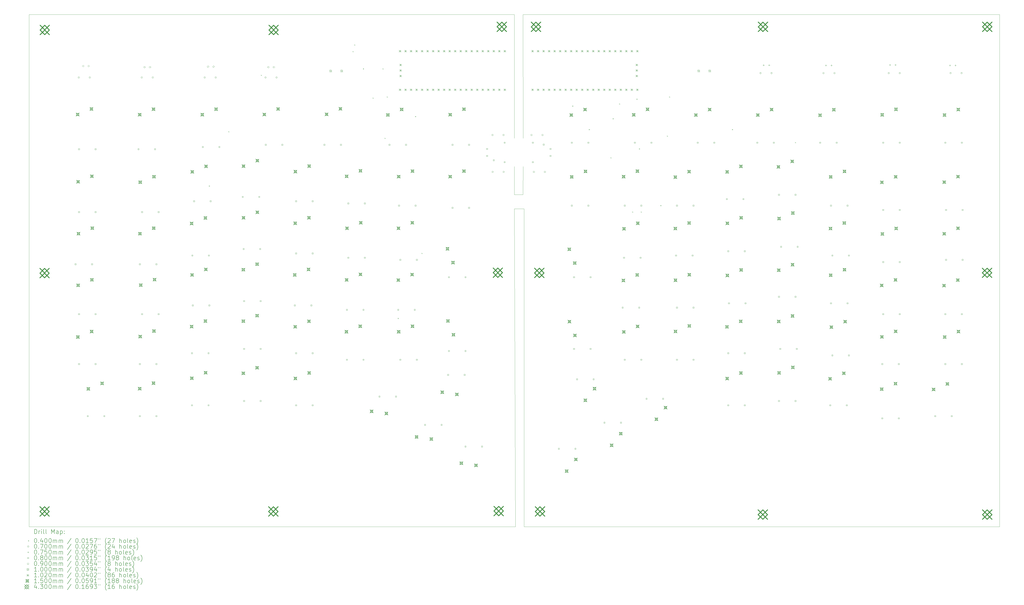
<source format=gbr>
%TF.GenerationSoftware,KiCad,Pcbnew,6.0.9-8da3e8f707~117~ubuntu20.04.1*%
%TF.CreationDate,2022-12-05T03:41:13+01:00*%
%TF.ProjectId,Europe-ergo,4575726f-7065-42d6-9572-676f2e6b6963,rev?*%
%TF.SameCoordinates,Original*%
%TF.FileFunction,Drillmap*%
%TF.FilePolarity,Positive*%
%FSLAX45Y45*%
G04 Gerber Fmt 4.5, Leading zero omitted, Abs format (unit mm)*
G04 Created by KiCad (PCBNEW 6.0.9-8da3e8f707~117~ubuntu20.04.1) date 2022-12-05 03:41:13*
%MOMM*%
%LPD*%
G01*
G04 APERTURE LIST*
%ADD10C,0.100000*%
%ADD11C,0.200000*%
%ADD12C,0.040000*%
%ADD13C,0.070000*%
%ADD14C,0.075000*%
%ADD15C,0.080000*%
%ADD16C,0.090000*%
%ADD17C,0.102000*%
%ADD18C,0.150000*%
%ADD19C,0.430000*%
G04 APERTURE END LIST*
D10*
X30850000Y-11650000D02*
X30900000Y-26300000D01*
X30850000Y-11650000D02*
X31300000Y-11650000D01*
X31250000Y-2700000D02*
X31254000Y-8400000D01*
X8500000Y-2700000D02*
X30850000Y-2700000D01*
X53200000Y-26300000D02*
X53200000Y-2700000D01*
X30850000Y-11000000D02*
X31250000Y-11000000D01*
X8500000Y-26300000D02*
X8500000Y-2700000D01*
X53200000Y-2700000D02*
X31250000Y-2700000D01*
X31300000Y-11650000D02*
X31300000Y-26300000D01*
X31250000Y-11000000D02*
X31254000Y-9700000D01*
X31300000Y-26300000D02*
X53200000Y-26300000D01*
X30850000Y-2700000D02*
X30854000Y-8400000D01*
X30854000Y-9700000D02*
X30850000Y-11000000D01*
X30900000Y-26300000D02*
X8500000Y-26300000D01*
D11*
D12*
X16780000Y-10580000D02*
X16820000Y-10620000D01*
X16820000Y-10580000D02*
X16780000Y-10620000D01*
X17680000Y-8080000D02*
X17720000Y-8120000D01*
X17720000Y-8080000D02*
X17680000Y-8120000D01*
X19180000Y-5480000D02*
X19220000Y-5520000D01*
X19220000Y-5480000D02*
X19180000Y-5520000D01*
X23399540Y-4387760D02*
X23439540Y-4427760D01*
X23439540Y-4387760D02*
X23399540Y-4427760D01*
X23480000Y-4080000D02*
X23520000Y-4120000D01*
X23520000Y-4080000D02*
X23480000Y-4120000D01*
X23880000Y-5180000D02*
X23920000Y-5220000D01*
X23920000Y-5180000D02*
X23880000Y-5220000D01*
X24322230Y-6531000D02*
X24362230Y-6571000D01*
X24362230Y-6531000D02*
X24322230Y-6571000D01*
X24780000Y-5180000D02*
X24820000Y-5220000D01*
X24820000Y-5180000D02*
X24780000Y-5220000D01*
X24874430Y-8379960D02*
X24914430Y-8419960D01*
X24914430Y-8379960D02*
X24874430Y-8419960D01*
X24980000Y-6480000D02*
X25020000Y-6520000D01*
X25020000Y-6480000D02*
X24980000Y-6520000D01*
X25480000Y-16680000D02*
X25520000Y-16720000D01*
X25520000Y-16680000D02*
X25480000Y-16720000D01*
X26280000Y-7380000D02*
X26320000Y-7420000D01*
X26320000Y-7380000D02*
X26280000Y-7420000D01*
X26580000Y-13680000D02*
X26620000Y-13720000D01*
X26620000Y-13680000D02*
X26580000Y-13720000D01*
X33522580Y-6897480D02*
X33562580Y-6937480D01*
X33562580Y-6897480D02*
X33522580Y-6937480D01*
X34280000Y-7980000D02*
X34320000Y-8020000D01*
X34320000Y-7980000D02*
X34280000Y-8020000D01*
X35280000Y-9280000D02*
X35320000Y-9320000D01*
X35320000Y-9280000D02*
X35280000Y-9320000D01*
X35380000Y-7480000D02*
X35420000Y-7520000D01*
X35420000Y-7480000D02*
X35380000Y-7520000D01*
X35677050Y-6800250D02*
X35717050Y-6840250D01*
X35717050Y-6800250D02*
X35677050Y-6840250D01*
X36280000Y-11780000D02*
X36320000Y-11820000D01*
X36320000Y-11780000D02*
X36280000Y-11820000D01*
X36480000Y-6580000D02*
X36520000Y-6620000D01*
X36520000Y-6580000D02*
X36480000Y-6620000D01*
X36591890Y-8868830D02*
X36631890Y-8908830D01*
X36631890Y-8868830D02*
X36591890Y-8908830D01*
X36680000Y-11780000D02*
X36720000Y-11820000D01*
X36720000Y-11780000D02*
X36680000Y-11820000D01*
X37580000Y-11480000D02*
X37620000Y-11520000D01*
X37620000Y-11480000D02*
X37580000Y-11520000D01*
X37880000Y-8280000D02*
X37920000Y-8320000D01*
X37920000Y-8280000D02*
X37880000Y-8320000D01*
X37980000Y-6480000D02*
X38020000Y-6520000D01*
X38020000Y-6480000D02*
X37980000Y-6520000D01*
X40880000Y-7980000D02*
X40920000Y-8020000D01*
X40920000Y-7980000D02*
X40880000Y-8020000D01*
X43780000Y-8580000D02*
X43820000Y-8620000D01*
X43820000Y-8580000D02*
X43780000Y-8620000D01*
D13*
X10827000Y-5600000D02*
G75*
G03*
X10827000Y-5600000I-35000J0D01*
G01*
X11335000Y-5600000D02*
G75*
G03*
X11335000Y-5600000I-35000J0D01*
G01*
X13727000Y-5600000D02*
G75*
G03*
X13727000Y-5600000I-35000J0D01*
G01*
X14235000Y-5600000D02*
G75*
G03*
X14235000Y-5600000I-35000J0D01*
G01*
X16627000Y-5600000D02*
G75*
G03*
X16627000Y-5600000I-35000J0D01*
G01*
X17135000Y-5600000D02*
G75*
G03*
X17135000Y-5600000I-35000J0D01*
G01*
X19427000Y-5600000D02*
G75*
G03*
X19427000Y-5600000I-35000J0D01*
G01*
X19935000Y-5600000D02*
G75*
G03*
X19935000Y-5600000I-35000J0D01*
G01*
X29881000Y-8250000D02*
G75*
G03*
X29881000Y-8250000I-35000J0D01*
G01*
X29889000Y-9950000D02*
G75*
G03*
X29889000Y-9950000I-35000J0D01*
G01*
X30389000Y-8250000D02*
G75*
G03*
X30389000Y-8250000I-35000J0D01*
G01*
X30397000Y-9950000D02*
G75*
G03*
X30397000Y-9950000I-35000J0D01*
G01*
X31681000Y-8250000D02*
G75*
G03*
X31681000Y-8250000I-35000J0D01*
G01*
X31789000Y-9950000D02*
G75*
G03*
X31789000Y-9950000I-35000J0D01*
G01*
X32189000Y-8250000D02*
G75*
G03*
X32189000Y-8250000I-35000J0D01*
G01*
X32297000Y-9950000D02*
G75*
G03*
X32297000Y-9950000I-35000J0D01*
G01*
X42227000Y-5400000D02*
G75*
G03*
X42227000Y-5400000I-35000J0D01*
G01*
X42735000Y-5400000D02*
G75*
G03*
X42735000Y-5400000I-35000J0D01*
G01*
X45127000Y-5400000D02*
G75*
G03*
X45127000Y-5400000I-35000J0D01*
G01*
X45635000Y-5400000D02*
G75*
G03*
X45635000Y-5400000I-35000J0D01*
G01*
X48135000Y-5400000D02*
G75*
G03*
X48135000Y-5400000I-35000J0D01*
G01*
X48643000Y-5400000D02*
G75*
G03*
X48643000Y-5400000I-35000J0D01*
G01*
X50981000Y-5400000D02*
G75*
G03*
X50981000Y-5400000I-35000J0D01*
G01*
X51489000Y-5400000D02*
G75*
G03*
X51489000Y-5400000I-35000J0D01*
G01*
D14*
X42336470Y-4996500D02*
X42336470Y-5071500D01*
X42298970Y-5034000D02*
X42373970Y-5034000D01*
X42590470Y-4996500D02*
X42590470Y-5071500D01*
X42552970Y-5034000D02*
X42627970Y-5034000D01*
X45206470Y-5006500D02*
X45206470Y-5081500D01*
X45168970Y-5044000D02*
X45243970Y-5044000D01*
X45460470Y-5006500D02*
X45460470Y-5081500D01*
X45422970Y-5044000D02*
X45497970Y-5044000D01*
X48156470Y-4986500D02*
X48156470Y-5061500D01*
X48118970Y-5024000D02*
X48193970Y-5024000D01*
X48410470Y-4986500D02*
X48410470Y-5061500D01*
X48372970Y-5024000D02*
X48447970Y-5024000D01*
X50918000Y-5006500D02*
X50918000Y-5081500D01*
X50880500Y-5044000D02*
X50955500Y-5044000D01*
X51172000Y-5006500D02*
X51172000Y-5081500D01*
X51134500Y-5044000D02*
X51209500Y-5044000D01*
D15*
X10666285Y-14228284D02*
X10666285Y-14171715D01*
X10609716Y-14171715D01*
X10609716Y-14228284D01*
X10666285Y-14228284D01*
X10828285Y-8928285D02*
X10828285Y-8871716D01*
X10771716Y-8871716D01*
X10771716Y-8928285D01*
X10828285Y-8928285D01*
X10828285Y-11828284D02*
X10828285Y-11771715D01*
X10771716Y-11771715D01*
X10771716Y-11828284D01*
X10828285Y-11828284D01*
X10828285Y-16528284D02*
X10828285Y-16471715D01*
X10771716Y-16471715D01*
X10771716Y-16528284D01*
X10828285Y-16528284D01*
X10828285Y-18828285D02*
X10828285Y-18771716D01*
X10771716Y-18771716D01*
X10771716Y-18828285D01*
X10828285Y-18828285D01*
X11228284Y-21228285D02*
X11228284Y-21171716D01*
X11171716Y-21171716D01*
X11171716Y-21228285D01*
X11228284Y-21228285D01*
X11428284Y-14228284D02*
X11428284Y-14171715D01*
X11371715Y-14171715D01*
X11371715Y-14228284D01*
X11428284Y-14228284D01*
X11590284Y-8928285D02*
X11590284Y-8871716D01*
X11533715Y-8871716D01*
X11533715Y-8928285D01*
X11590284Y-8928285D01*
X11590284Y-11828284D02*
X11590284Y-11771715D01*
X11533715Y-11771715D01*
X11533715Y-11828284D01*
X11590284Y-11828284D01*
X11590284Y-16528284D02*
X11590284Y-16471715D01*
X11533715Y-16471715D01*
X11533715Y-16528284D01*
X11590284Y-16528284D01*
X11590284Y-18828285D02*
X11590284Y-18771716D01*
X11533715Y-18771716D01*
X11533715Y-18828285D01*
X11590284Y-18828285D01*
X11990284Y-21228285D02*
X11990284Y-21171716D01*
X11933715Y-21171716D01*
X11933715Y-21228285D01*
X11990284Y-21228285D01*
X13566284Y-8928285D02*
X13566284Y-8871716D01*
X13509715Y-8871716D01*
X13509715Y-8928285D01*
X13566284Y-8928285D01*
X13628284Y-14228284D02*
X13628284Y-14171715D01*
X13571715Y-14171715D01*
X13571715Y-14228284D01*
X13628284Y-14228284D01*
X13628284Y-18828285D02*
X13628284Y-18771716D01*
X13571715Y-18771716D01*
X13571715Y-18828285D01*
X13628284Y-18828285D01*
X13628284Y-21228285D02*
X13628284Y-21171716D01*
X13571715Y-21171716D01*
X13571715Y-21228285D01*
X13628284Y-21228285D01*
X13728284Y-11828284D02*
X13728284Y-11771715D01*
X13671715Y-11771715D01*
X13671715Y-11828284D01*
X13728284Y-11828284D01*
X13728284Y-16528284D02*
X13728284Y-16471715D01*
X13671715Y-16471715D01*
X13671715Y-16528284D01*
X13728284Y-16528284D01*
X14328284Y-8928285D02*
X14328284Y-8871716D01*
X14271715Y-8871716D01*
X14271715Y-8928285D01*
X14328284Y-8928285D01*
X14390284Y-14228284D02*
X14390284Y-14171715D01*
X14333715Y-14171715D01*
X14333715Y-14228284D01*
X14390284Y-14228284D01*
X14390284Y-18828285D02*
X14390284Y-18771716D01*
X14333715Y-18771716D01*
X14333715Y-18828285D01*
X14390284Y-18828285D01*
X14390284Y-21228285D02*
X14390284Y-21171716D01*
X14333715Y-21171716D01*
X14333715Y-21228285D01*
X14390284Y-21228285D01*
X14490284Y-11828284D02*
X14490284Y-11771715D01*
X14433715Y-11771715D01*
X14433715Y-11828284D01*
X14490284Y-11828284D01*
X14490284Y-16528284D02*
X14490284Y-16471715D01*
X14433715Y-16471715D01*
X14433715Y-16528284D01*
X14490284Y-16528284D01*
X16028284Y-18328285D02*
X16028284Y-18271716D01*
X15971715Y-18271716D01*
X15971715Y-18328285D01*
X16028284Y-18328285D01*
X16028284Y-20728285D02*
X16028284Y-20671716D01*
X15971715Y-20671716D01*
X15971715Y-20728285D01*
X16028284Y-20728285D01*
X16047284Y-13828284D02*
X16047284Y-13771715D01*
X15990715Y-13771715D01*
X15990715Y-13828284D01*
X16047284Y-13828284D01*
X16066284Y-16128284D02*
X16066284Y-16071715D01*
X16009715Y-16071715D01*
X16009715Y-16128284D01*
X16066284Y-16128284D01*
X16128284Y-11328284D02*
X16128284Y-11271715D01*
X16071715Y-11271715D01*
X16071715Y-11328284D01*
X16128284Y-11328284D01*
X16528284Y-8828285D02*
X16528284Y-8771716D01*
X16471715Y-8771716D01*
X16471715Y-8828285D01*
X16528284Y-8828285D01*
X16790285Y-18328285D02*
X16790285Y-18271716D01*
X16733715Y-18271716D01*
X16733715Y-18328285D01*
X16790285Y-18328285D01*
X16790285Y-20728285D02*
X16790285Y-20671716D01*
X16733715Y-20671716D01*
X16733715Y-20728285D01*
X16790285Y-20728285D01*
X16809285Y-13828284D02*
X16809285Y-13771715D01*
X16752715Y-13771715D01*
X16752715Y-13828284D01*
X16809285Y-13828284D01*
X16828285Y-16128284D02*
X16828285Y-16071715D01*
X16771715Y-16071715D01*
X16771715Y-16128284D01*
X16828285Y-16128284D01*
X16890285Y-11328284D02*
X16890285Y-11271715D01*
X16833716Y-11271715D01*
X16833716Y-11328284D01*
X16890285Y-11328284D01*
X17290285Y-8828285D02*
X17290285Y-8771716D01*
X17233716Y-8771716D01*
X17233716Y-8828285D01*
X17290285Y-8828285D01*
X18366285Y-11128285D02*
X18366285Y-11071716D01*
X18309716Y-11071716D01*
X18309716Y-11128285D01*
X18366285Y-11128285D01*
X18409285Y-13528284D02*
X18409285Y-13471715D01*
X18352716Y-13471715D01*
X18352716Y-13528284D01*
X18409285Y-13528284D01*
X18428285Y-15928284D02*
X18428285Y-15871715D01*
X18371716Y-15871715D01*
X18371716Y-15928284D01*
X18428285Y-15928284D01*
X18428285Y-18128285D02*
X18428285Y-18071716D01*
X18371716Y-18071716D01*
X18371716Y-18128285D01*
X18428285Y-18128285D01*
X18428285Y-20528285D02*
X18428285Y-20471716D01*
X18371716Y-20471716D01*
X18371716Y-20528285D01*
X18428285Y-20528285D01*
X19128285Y-11128285D02*
X19128285Y-11071716D01*
X19071716Y-11071716D01*
X19071716Y-11128285D01*
X19128285Y-11128285D01*
X19171285Y-13528284D02*
X19171285Y-13471715D01*
X19114716Y-13471715D01*
X19114716Y-13528284D01*
X19171285Y-13528284D01*
X19190285Y-15928284D02*
X19190285Y-15871715D01*
X19133716Y-15871715D01*
X19133716Y-15928284D01*
X19190285Y-15928284D01*
X19190285Y-18128285D02*
X19190285Y-18071716D01*
X19133716Y-18071716D01*
X19133716Y-18128285D01*
X19190285Y-18128285D01*
X19190285Y-20528285D02*
X19190285Y-20471716D01*
X19133716Y-20471716D01*
X19133716Y-20528285D01*
X19190285Y-20528285D01*
X19428285Y-8728285D02*
X19428285Y-8671716D01*
X19371716Y-8671716D01*
X19371716Y-8728285D01*
X19428285Y-8728285D01*
X20190285Y-8728285D02*
X20190285Y-8671716D01*
X20133716Y-8671716D01*
X20133716Y-8728285D01*
X20190285Y-8728285D01*
X20766285Y-16128284D02*
X20766285Y-16071715D01*
X20709716Y-16071715D01*
X20709716Y-16128284D01*
X20766285Y-16128284D01*
X20828285Y-11328284D02*
X20828285Y-11271715D01*
X20771716Y-11271715D01*
X20771716Y-11328284D01*
X20828285Y-11328284D01*
X20828285Y-13728284D02*
X20828285Y-13671715D01*
X20771716Y-13671715D01*
X20771716Y-13728284D01*
X20828285Y-13728284D01*
X20828285Y-18328285D02*
X20828285Y-18271716D01*
X20771716Y-18271716D01*
X20771716Y-18328285D01*
X20828285Y-18328285D01*
X20828285Y-20728285D02*
X20828285Y-20671716D01*
X20771716Y-20671716D01*
X20771716Y-20728285D01*
X20828285Y-20728285D01*
X21528285Y-16128284D02*
X21528285Y-16071715D01*
X21471716Y-16071715D01*
X21471716Y-16128284D01*
X21528285Y-16128284D01*
X21590285Y-11328284D02*
X21590285Y-11271715D01*
X21533716Y-11271715D01*
X21533716Y-11328284D01*
X21590285Y-11328284D01*
X21590285Y-13728284D02*
X21590285Y-13671715D01*
X21533716Y-13671715D01*
X21533716Y-13728284D01*
X21590285Y-13728284D01*
X21590285Y-18328285D02*
X21590285Y-18271716D01*
X21533716Y-18271716D01*
X21533716Y-18328285D01*
X21590285Y-18328285D01*
X21590285Y-20728285D02*
X21590285Y-20671716D01*
X21533716Y-20671716D01*
X21533716Y-20728285D01*
X21590285Y-20728285D01*
X22128285Y-8728285D02*
X22128285Y-8671716D01*
X22071716Y-8671716D01*
X22071716Y-8728285D01*
X22128285Y-8728285D01*
X22890284Y-8728285D02*
X22890284Y-8671716D01*
X22833715Y-8671716D01*
X22833715Y-8728285D01*
X22890284Y-8728285D01*
X23166284Y-16328284D02*
X23166284Y-16271715D01*
X23109715Y-16271715D01*
X23109715Y-16328284D01*
X23166284Y-16328284D01*
X23166284Y-18628285D02*
X23166284Y-18571716D01*
X23109715Y-18571716D01*
X23109715Y-18628285D01*
X23166284Y-18628285D01*
X23228284Y-11428284D02*
X23228284Y-11371715D01*
X23171715Y-11371715D01*
X23171715Y-11428284D01*
X23228284Y-11428284D01*
X23228284Y-13928284D02*
X23228284Y-13871715D01*
X23171715Y-13871715D01*
X23171715Y-13928284D01*
X23228284Y-13928284D01*
X23928284Y-16328284D02*
X23928284Y-16271715D01*
X23871715Y-16271715D01*
X23871715Y-16328284D01*
X23928284Y-16328284D01*
X23928284Y-18628285D02*
X23928284Y-18571716D01*
X23871715Y-18571716D01*
X23871715Y-18628285D01*
X23928284Y-18628285D01*
X23990284Y-11428284D02*
X23990284Y-11371715D01*
X23933715Y-11371715D01*
X23933715Y-11428284D01*
X23990284Y-11428284D01*
X23990284Y-13928284D02*
X23990284Y-13871715D01*
X23933715Y-13871715D01*
X23933715Y-13928284D01*
X23990284Y-13928284D01*
X24666284Y-20328285D02*
X24666284Y-20271716D01*
X24609715Y-20271716D01*
X24609715Y-20328285D01*
X24666284Y-20328285D01*
X25128284Y-8728285D02*
X25128284Y-8671716D01*
X25071715Y-8671716D01*
X25071715Y-8728285D01*
X25128284Y-8728285D01*
X25428284Y-20328285D02*
X25428284Y-20271716D01*
X25371715Y-20271716D01*
X25371715Y-20328285D01*
X25428284Y-20328285D01*
X25528284Y-16328284D02*
X25528284Y-16271715D01*
X25471715Y-16271715D01*
X25471715Y-16328284D01*
X25528284Y-16328284D01*
X25566284Y-11528284D02*
X25566284Y-11471715D01*
X25509715Y-11471715D01*
X25509715Y-11528284D01*
X25566284Y-11528284D01*
X25628284Y-14028284D02*
X25628284Y-13971715D01*
X25571715Y-13971715D01*
X25571715Y-14028284D01*
X25628284Y-14028284D01*
X25628284Y-18628285D02*
X25628284Y-18571716D01*
X25571715Y-18571716D01*
X25571715Y-18628285D01*
X25628284Y-18628285D01*
X25890284Y-8728285D02*
X25890284Y-8671716D01*
X25833715Y-8671716D01*
X25833715Y-8728285D01*
X25890284Y-8728285D01*
X26290284Y-16328284D02*
X26290284Y-16271715D01*
X26233715Y-16271715D01*
X26233715Y-16328284D01*
X26290284Y-16328284D01*
X26328284Y-11528284D02*
X26328284Y-11471715D01*
X26271715Y-11471715D01*
X26271715Y-11528284D01*
X26328284Y-11528284D01*
X26390284Y-14028284D02*
X26390284Y-13971715D01*
X26333715Y-13971715D01*
X26333715Y-14028284D01*
X26390284Y-14028284D01*
X26390284Y-18628285D02*
X26390284Y-18571716D01*
X26333715Y-18571716D01*
X26333715Y-18628285D01*
X26390284Y-18628285D01*
X26766284Y-21628285D02*
X26766284Y-21571716D01*
X26709715Y-21571716D01*
X26709715Y-21628285D01*
X26766284Y-21628285D01*
X27528284Y-21628285D02*
X27528284Y-21571716D01*
X27471715Y-21571716D01*
X27471715Y-21628285D01*
X27528284Y-21628285D01*
X27828284Y-19328285D02*
X27828284Y-19271716D01*
X27771715Y-19271716D01*
X27771715Y-19328285D01*
X27828284Y-19328285D01*
X27866284Y-14828284D02*
X27866284Y-14771715D01*
X27809715Y-14771715D01*
X27809715Y-14828284D01*
X27866284Y-14828284D01*
X27866284Y-18228285D02*
X27866284Y-18171716D01*
X27809715Y-18171716D01*
X27809715Y-18228285D01*
X27866284Y-18228285D01*
X28028284Y-8728285D02*
X28028284Y-8671716D01*
X27971715Y-8671716D01*
X27971715Y-8728285D01*
X28028284Y-8728285D01*
X28028284Y-11628284D02*
X28028284Y-11571715D01*
X27971715Y-11571715D01*
X27971715Y-11628284D01*
X28028284Y-11628284D01*
X28590284Y-19328285D02*
X28590284Y-19271716D01*
X28533715Y-19271716D01*
X28533715Y-19328285D01*
X28590284Y-19328285D01*
X28628284Y-14828284D02*
X28628284Y-14771715D01*
X28571715Y-14771715D01*
X28571715Y-14828284D01*
X28628284Y-14828284D01*
X28628284Y-18228285D02*
X28628284Y-18171716D01*
X28571715Y-18171716D01*
X28571715Y-18228285D01*
X28628284Y-18228285D01*
X28628284Y-22628284D02*
X28628284Y-22571715D01*
X28571715Y-22571715D01*
X28571715Y-22628284D01*
X28628284Y-22628284D01*
X28790284Y-8728285D02*
X28790284Y-8671716D01*
X28733715Y-8671716D01*
X28733715Y-8728285D01*
X28790284Y-8728285D01*
X28790284Y-11628284D02*
X28790284Y-11571715D01*
X28733715Y-11571715D01*
X28733715Y-11628284D01*
X28790284Y-11628284D01*
X29390284Y-22628284D02*
X29390284Y-22571715D01*
X29333715Y-22571715D01*
X29333715Y-22628284D01*
X29390284Y-22628284D01*
X29622284Y-8918285D02*
X29622284Y-8861716D01*
X29565715Y-8861716D01*
X29565715Y-8918285D01*
X29622284Y-8918285D01*
X29622284Y-9238285D02*
X29622284Y-9181716D01*
X29565715Y-9181716D01*
X29565715Y-9238285D01*
X29622284Y-9238285D01*
X29932284Y-9438285D02*
X29932284Y-9381716D01*
X29875715Y-9381716D01*
X29875715Y-9438285D01*
X29932284Y-9438285D01*
X30432284Y-8628285D02*
X30432284Y-8571716D01*
X30375715Y-8571716D01*
X30375715Y-8628285D01*
X30432284Y-8628285D01*
X30432284Y-9528285D02*
X30432284Y-9471716D01*
X30375715Y-9471716D01*
X30375715Y-9528285D01*
X30432284Y-9528285D01*
X31732284Y-8628285D02*
X31732284Y-8571716D01*
X31675715Y-8571716D01*
X31675715Y-8628285D01*
X31732284Y-8628285D01*
X31732284Y-9528285D02*
X31732284Y-9471716D01*
X31675715Y-9471716D01*
X31675715Y-9528285D01*
X31732284Y-9528285D01*
X32232284Y-8718285D02*
X32232284Y-8661716D01*
X32175715Y-8661716D01*
X32175715Y-8718285D01*
X32232284Y-8718285D01*
X32542284Y-8918285D02*
X32542284Y-8861716D01*
X32485715Y-8861716D01*
X32485715Y-8918285D01*
X32542284Y-8918285D01*
X32542284Y-9238285D02*
X32542284Y-9181716D01*
X32485715Y-9181716D01*
X32485715Y-9238285D01*
X32542284Y-9238285D01*
X32928284Y-22728284D02*
X32928284Y-22671715D01*
X32871715Y-22671715D01*
X32871715Y-22728284D01*
X32928284Y-22728284D01*
X33528284Y-8628285D02*
X33528284Y-8571716D01*
X33471715Y-8571716D01*
X33471715Y-8628285D01*
X33528284Y-8628285D01*
X33528284Y-11528284D02*
X33528284Y-11471715D01*
X33471715Y-11471715D01*
X33471715Y-11528284D01*
X33528284Y-11528284D01*
X33628285Y-14828284D02*
X33628285Y-14771715D01*
X33571716Y-14771715D01*
X33571716Y-14828284D01*
X33628285Y-14828284D01*
X33628285Y-18128285D02*
X33628285Y-18071716D01*
X33571716Y-18071716D01*
X33571716Y-18128285D01*
X33628285Y-18128285D01*
X33690285Y-22728284D02*
X33690285Y-22671715D01*
X33633716Y-22671715D01*
X33633716Y-22728284D01*
X33690285Y-22728284D01*
X33766285Y-19528285D02*
X33766285Y-19471716D01*
X33709716Y-19471716D01*
X33709716Y-19528285D01*
X33766285Y-19528285D01*
X34290285Y-8628285D02*
X34290285Y-8571716D01*
X34233716Y-8571716D01*
X34233716Y-8628285D01*
X34290285Y-8628285D01*
X34290285Y-11528284D02*
X34290285Y-11471715D01*
X34233716Y-11471715D01*
X34233716Y-11528284D01*
X34290285Y-11528284D01*
X34390285Y-14828284D02*
X34390285Y-14771715D01*
X34333716Y-14771715D01*
X34333716Y-14828284D01*
X34390285Y-14828284D01*
X34390285Y-18128285D02*
X34390285Y-18071716D01*
X34333716Y-18071716D01*
X34333716Y-18128285D01*
X34390285Y-18128285D01*
X34528285Y-19528285D02*
X34528285Y-19471716D01*
X34471716Y-19471716D01*
X34471716Y-19528285D01*
X34528285Y-19528285D01*
X35028285Y-21528285D02*
X35028285Y-21471716D01*
X34971716Y-21471716D01*
X34971716Y-21528285D01*
X35028285Y-21528285D01*
X35790285Y-21528285D02*
X35790285Y-21471716D01*
X35733716Y-21471716D01*
X35733716Y-21528285D01*
X35790285Y-21528285D01*
X35866285Y-16228284D02*
X35866285Y-16171715D01*
X35809716Y-16171715D01*
X35809716Y-16228284D01*
X35866285Y-16228284D01*
X35928285Y-13928284D02*
X35928285Y-13871715D01*
X35871716Y-13871715D01*
X35871716Y-13928284D01*
X35928285Y-13928284D01*
X35966285Y-11528284D02*
X35966285Y-11471715D01*
X35909716Y-11471715D01*
X35909716Y-11528284D01*
X35966285Y-11528284D01*
X35966285Y-18628285D02*
X35966285Y-18571716D01*
X35909716Y-18571716D01*
X35909716Y-18628285D01*
X35966285Y-18628285D01*
X36428285Y-8628285D02*
X36428285Y-8571716D01*
X36371716Y-8571716D01*
X36371716Y-8628285D01*
X36428285Y-8628285D01*
X36628285Y-16228284D02*
X36628285Y-16171715D01*
X36571716Y-16171715D01*
X36571716Y-16228284D01*
X36628285Y-16228284D01*
X36690285Y-13928284D02*
X36690285Y-13871715D01*
X36633716Y-13871715D01*
X36633716Y-13928284D01*
X36690285Y-13928284D01*
X36728285Y-11528284D02*
X36728285Y-11471715D01*
X36671716Y-11471715D01*
X36671716Y-11528284D01*
X36728285Y-11528284D01*
X36728285Y-18628285D02*
X36728285Y-18571716D01*
X36671716Y-18571716D01*
X36671716Y-18628285D01*
X36728285Y-18628285D01*
X36966285Y-20428285D02*
X36966285Y-20371716D01*
X36909716Y-20371716D01*
X36909716Y-20428285D01*
X36966285Y-20428285D01*
X37190285Y-8628285D02*
X37190285Y-8571716D01*
X37133716Y-8571716D01*
X37133716Y-8628285D01*
X37190285Y-8628285D01*
X37728285Y-20428285D02*
X37728285Y-20371716D01*
X37671716Y-20371716D01*
X37671716Y-20428285D01*
X37728285Y-20428285D01*
X38328285Y-13828284D02*
X38328285Y-13771715D01*
X38271716Y-13771715D01*
X38271716Y-13828284D01*
X38328285Y-13828284D01*
X38366285Y-11528284D02*
X38366285Y-11471715D01*
X38309716Y-11471715D01*
X38309716Y-11528284D01*
X38366285Y-11528284D01*
X38366285Y-16228284D02*
X38366285Y-16171715D01*
X38309716Y-16171715D01*
X38309716Y-16228284D01*
X38366285Y-16228284D01*
X38366285Y-18628285D02*
X38366285Y-18571716D01*
X38309716Y-18571716D01*
X38309716Y-18628285D01*
X38366285Y-18628285D01*
X39090285Y-13828284D02*
X39090285Y-13771715D01*
X39033716Y-13771715D01*
X39033716Y-13828284D01*
X39090285Y-13828284D01*
X39128285Y-11528284D02*
X39128285Y-11471715D01*
X39071716Y-11471715D01*
X39071716Y-11528284D01*
X39128285Y-11528284D01*
X39128285Y-16228284D02*
X39128285Y-16171715D01*
X39071716Y-16171715D01*
X39071716Y-16228284D01*
X39128285Y-16228284D01*
X39128285Y-18628285D02*
X39128285Y-18571716D01*
X39071716Y-18571716D01*
X39071716Y-18628285D01*
X39128285Y-18628285D01*
X39328285Y-8628285D02*
X39328285Y-8571716D01*
X39271716Y-8571716D01*
X39271716Y-8628285D01*
X39328285Y-8628285D01*
X40090285Y-8628285D02*
X40090285Y-8571716D01*
X40033716Y-8571716D01*
X40033716Y-8628285D01*
X40090285Y-8628285D01*
X40666285Y-11228284D02*
X40666285Y-11171716D01*
X40609716Y-11171716D01*
X40609716Y-11228284D01*
X40666285Y-11228284D01*
X40728285Y-13628284D02*
X40728285Y-13571715D01*
X40671716Y-13571715D01*
X40671716Y-13628284D01*
X40728285Y-13628284D01*
X40728285Y-18328285D02*
X40728285Y-18271716D01*
X40671716Y-18271716D01*
X40671716Y-18328285D01*
X40728285Y-18328285D01*
X40728285Y-20728285D02*
X40728285Y-20671716D01*
X40671716Y-20671716D01*
X40671716Y-20728285D01*
X40728285Y-20728285D01*
X40766285Y-16028284D02*
X40766285Y-15971715D01*
X40709716Y-15971715D01*
X40709716Y-16028284D01*
X40766285Y-16028284D01*
X41428285Y-11228284D02*
X41428285Y-11171716D01*
X41371716Y-11171716D01*
X41371716Y-11228284D01*
X41428285Y-11228284D01*
X41490285Y-13628284D02*
X41490285Y-13571715D01*
X41433716Y-13571715D01*
X41433716Y-13628284D01*
X41490285Y-13628284D01*
X41490285Y-18328285D02*
X41490285Y-18271716D01*
X41433716Y-18271716D01*
X41433716Y-18328285D01*
X41490285Y-18328285D01*
X41490285Y-20728285D02*
X41490285Y-20671716D01*
X41433716Y-20671716D01*
X41433716Y-20728285D01*
X41490285Y-20728285D01*
X41528285Y-16028284D02*
X41528285Y-15971715D01*
X41471716Y-15971715D01*
X41471716Y-16028284D01*
X41528285Y-16028284D01*
X42066285Y-8628285D02*
X42066285Y-8571716D01*
X42009716Y-8571716D01*
X42009716Y-8628285D01*
X42066285Y-8628285D01*
X42828285Y-8628285D02*
X42828285Y-8571716D01*
X42771716Y-8571716D01*
X42771716Y-8628285D01*
X42828285Y-8628285D01*
X43066285Y-11028285D02*
X43066285Y-10971716D01*
X43009716Y-10971716D01*
X43009716Y-11028285D01*
X43066285Y-11028285D01*
X43066285Y-15728284D02*
X43066285Y-15671715D01*
X43009716Y-15671715D01*
X43009716Y-15728284D01*
X43066285Y-15728284D01*
X43066285Y-20528285D02*
X43066285Y-20471716D01*
X43009716Y-20471716D01*
X43009716Y-20528285D01*
X43066285Y-20528285D01*
X43128285Y-18128285D02*
X43128285Y-18071716D01*
X43071716Y-18071716D01*
X43071716Y-18128285D01*
X43128285Y-18128285D01*
X43166285Y-13428284D02*
X43166285Y-13371715D01*
X43109716Y-13371715D01*
X43109716Y-13428284D01*
X43166285Y-13428284D01*
X43828285Y-11028285D02*
X43828285Y-10971716D01*
X43771716Y-10971716D01*
X43771716Y-11028285D01*
X43828285Y-11028285D01*
X43828285Y-15728284D02*
X43828285Y-15671715D01*
X43771716Y-15671715D01*
X43771716Y-15728284D01*
X43828285Y-15728284D01*
X43828285Y-20528285D02*
X43828285Y-20471716D01*
X43771716Y-20471716D01*
X43771716Y-20528285D01*
X43828285Y-20528285D01*
X43890285Y-18128285D02*
X43890285Y-18071716D01*
X43833716Y-18071716D01*
X43833716Y-18128285D01*
X43890285Y-18128285D01*
X43928285Y-13428284D02*
X43928285Y-13371715D01*
X43871716Y-13371715D01*
X43871716Y-13428284D01*
X43928285Y-13428284D01*
X44966284Y-8628285D02*
X44966284Y-8571716D01*
X44909715Y-8571716D01*
X44909715Y-8628285D01*
X44966284Y-8628285D01*
X45428284Y-20728285D02*
X45428284Y-20671716D01*
X45371715Y-20671716D01*
X45371715Y-20728285D01*
X45428284Y-20728285D01*
X45466284Y-11528284D02*
X45466284Y-11471715D01*
X45409715Y-11471715D01*
X45409715Y-11528284D01*
X45466284Y-11528284D01*
X45466284Y-16028284D02*
X45466284Y-15971715D01*
X45409715Y-15971715D01*
X45409715Y-16028284D01*
X45466284Y-16028284D01*
X45528284Y-13828284D02*
X45528284Y-13771715D01*
X45471715Y-13771715D01*
X45471715Y-13828284D01*
X45528284Y-13828284D01*
X45528284Y-18428285D02*
X45528284Y-18371716D01*
X45471715Y-18371716D01*
X45471715Y-18428285D01*
X45528284Y-18428285D01*
X45728284Y-8628285D02*
X45728284Y-8571716D01*
X45671715Y-8571716D01*
X45671715Y-8628285D01*
X45728284Y-8628285D01*
X46190284Y-20728285D02*
X46190284Y-20671716D01*
X46133715Y-20671716D01*
X46133715Y-20728285D01*
X46190284Y-20728285D01*
X46228284Y-11528284D02*
X46228284Y-11471715D01*
X46171715Y-11471715D01*
X46171715Y-11528284D01*
X46228284Y-11528284D01*
X46228284Y-16028284D02*
X46228284Y-15971715D01*
X46171715Y-15971715D01*
X46171715Y-16028284D01*
X46228284Y-16028284D01*
X46290284Y-13828284D02*
X46290284Y-13771715D01*
X46233715Y-13771715D01*
X46233715Y-13828284D01*
X46290284Y-13828284D01*
X46290284Y-18428285D02*
X46290284Y-18371716D01*
X46233715Y-18371716D01*
X46233715Y-18428285D01*
X46290284Y-18428285D01*
X47828284Y-18828285D02*
X47828284Y-18771716D01*
X47771715Y-18771716D01*
X47771715Y-18828285D01*
X47828284Y-18828285D01*
X47828284Y-21328285D02*
X47828284Y-21271716D01*
X47771715Y-21271716D01*
X47771715Y-21328285D01*
X47828284Y-21328285D01*
X47866284Y-8628285D02*
X47866284Y-8571716D01*
X47809715Y-8571716D01*
X47809715Y-8628285D01*
X47866284Y-8628285D01*
X47866284Y-11728284D02*
X47866284Y-11671715D01*
X47809715Y-11671715D01*
X47809715Y-11728284D01*
X47866284Y-11728284D01*
X47866284Y-14128284D02*
X47866284Y-14071715D01*
X47809715Y-14071715D01*
X47809715Y-14128284D01*
X47866284Y-14128284D01*
X47866284Y-16528284D02*
X47866284Y-16471715D01*
X47809715Y-16471715D01*
X47809715Y-16528284D01*
X47866284Y-16528284D01*
X48590284Y-18828285D02*
X48590284Y-18771716D01*
X48533715Y-18771716D01*
X48533715Y-18828285D01*
X48590284Y-18828285D01*
X48590284Y-21328285D02*
X48590284Y-21271716D01*
X48533715Y-21271716D01*
X48533715Y-21328285D01*
X48590284Y-21328285D01*
X48628284Y-8628285D02*
X48628284Y-8571716D01*
X48571715Y-8571716D01*
X48571715Y-8628285D01*
X48628284Y-8628285D01*
X48628284Y-11728284D02*
X48628284Y-11671715D01*
X48571715Y-11671715D01*
X48571715Y-11728284D01*
X48628284Y-11728284D01*
X48628284Y-14128284D02*
X48628284Y-14071715D01*
X48571715Y-14071715D01*
X48571715Y-14128284D01*
X48628284Y-14128284D01*
X48628284Y-16528284D02*
X48628284Y-16471715D01*
X48571715Y-16471715D01*
X48571715Y-16528284D01*
X48628284Y-16528284D01*
X50266284Y-21228285D02*
X50266284Y-21171716D01*
X50209715Y-21171716D01*
X50209715Y-21228285D01*
X50266284Y-21228285D01*
X50728284Y-8628285D02*
X50728284Y-8571716D01*
X50671715Y-8571716D01*
X50671715Y-8628285D01*
X50728284Y-8628285D01*
X50728284Y-16528284D02*
X50728284Y-16471715D01*
X50671715Y-16471715D01*
X50671715Y-16528284D01*
X50728284Y-16528284D01*
X50728284Y-18828285D02*
X50728284Y-18771716D01*
X50671715Y-18771716D01*
X50671715Y-18828285D01*
X50728284Y-18828285D01*
X50766284Y-11728284D02*
X50766284Y-11671715D01*
X50709715Y-11671715D01*
X50709715Y-11728284D01*
X50766284Y-11728284D01*
X50766284Y-14028284D02*
X50766284Y-13971715D01*
X50709715Y-13971715D01*
X50709715Y-14028284D01*
X50766284Y-14028284D01*
X51028284Y-21228285D02*
X51028284Y-21171716D01*
X50971715Y-21171716D01*
X50971715Y-21228285D01*
X51028284Y-21228285D01*
X51490284Y-8628285D02*
X51490284Y-8571716D01*
X51433715Y-8571716D01*
X51433715Y-8628285D01*
X51490284Y-8628285D01*
X51490284Y-16528284D02*
X51490284Y-16471715D01*
X51433715Y-16471715D01*
X51433715Y-16528284D01*
X51490284Y-16528284D01*
X51490284Y-18828285D02*
X51490284Y-18771716D01*
X51433715Y-18771716D01*
X51433715Y-18828285D01*
X51490284Y-18828285D01*
X51528284Y-11728284D02*
X51528284Y-11671715D01*
X51471715Y-11671715D01*
X51471715Y-11728284D01*
X51528284Y-11728284D01*
X51528284Y-14028284D02*
X51528284Y-13971715D01*
X51471715Y-13971715D01*
X51471715Y-14028284D01*
X51528284Y-14028284D01*
D16*
X10990000Y-5115000D02*
X11035000Y-5070000D01*
X10990000Y-5025000D01*
X10945000Y-5070000D01*
X10990000Y-5115000D01*
X11244000Y-5115000D02*
X11289000Y-5070000D01*
X11244000Y-5025000D01*
X11199000Y-5070000D01*
X11244000Y-5115000D01*
X13810000Y-5165000D02*
X13855000Y-5120000D01*
X13810000Y-5075000D01*
X13765000Y-5120000D01*
X13810000Y-5165000D01*
X14064000Y-5165000D02*
X14109000Y-5120000D01*
X14064000Y-5075000D01*
X14019000Y-5120000D01*
X14064000Y-5165000D01*
X16740000Y-5145000D02*
X16785000Y-5100000D01*
X16740000Y-5055000D01*
X16695000Y-5100000D01*
X16740000Y-5145000D01*
X16994000Y-5145000D02*
X17039000Y-5100000D01*
X16994000Y-5055000D01*
X16949000Y-5100000D01*
X16994000Y-5145000D01*
X19520000Y-5165000D02*
X19565000Y-5120000D01*
X19520000Y-5075000D01*
X19475000Y-5120000D01*
X19520000Y-5165000D01*
X19774000Y-5165000D02*
X19819000Y-5120000D01*
X19774000Y-5075000D01*
X19729000Y-5120000D01*
X19774000Y-5165000D01*
D10*
X22342000Y-5250000D02*
X22442000Y-5350000D01*
X22442000Y-5250000D02*
X22342000Y-5350000D01*
X22442000Y-5300000D02*
G75*
G03*
X22442000Y-5300000I-50000J0D01*
G01*
X22850000Y-5250000D02*
X22950000Y-5350000D01*
X22950000Y-5250000D02*
X22850000Y-5350000D01*
X22950000Y-5300000D02*
G75*
G03*
X22950000Y-5300000I-50000J0D01*
G01*
X39296000Y-5250000D02*
X39396000Y-5350000D01*
X39396000Y-5250000D02*
X39296000Y-5350000D01*
X39396000Y-5300000D02*
G75*
G03*
X39396000Y-5300000I-50000J0D01*
G01*
X39804000Y-5250000D02*
X39904000Y-5350000D01*
X39904000Y-5250000D02*
X39804000Y-5350000D01*
X39904000Y-5300000D02*
G75*
G03*
X39904000Y-5300000I-50000J0D01*
G01*
D17*
X25536000Y-4332500D02*
X25638000Y-4434500D01*
X25638000Y-4332500D02*
X25536000Y-4434500D01*
X25587000Y-4332500D02*
X25587000Y-4434500D01*
X25536000Y-4383500D02*
X25638000Y-4383500D01*
X25536000Y-6110500D02*
X25638000Y-6212500D01*
X25638000Y-6110500D02*
X25536000Y-6212500D01*
X25587000Y-6110500D02*
X25587000Y-6212500D01*
X25536000Y-6161500D02*
X25638000Y-6161500D01*
X25559000Y-4967500D02*
X25661000Y-5069500D01*
X25661000Y-4967500D02*
X25559000Y-5069500D01*
X25610000Y-4967500D02*
X25610000Y-5069500D01*
X25559000Y-5018500D02*
X25661000Y-5018500D01*
X25559000Y-5221500D02*
X25661000Y-5323500D01*
X25661000Y-5221500D02*
X25559000Y-5323500D01*
X25610000Y-5221500D02*
X25610000Y-5323500D01*
X25559000Y-5272500D02*
X25661000Y-5272500D01*
X25559000Y-5475500D02*
X25661000Y-5577500D01*
X25661000Y-5475500D02*
X25559000Y-5577500D01*
X25610000Y-5475500D02*
X25610000Y-5577500D01*
X25559000Y-5526500D02*
X25661000Y-5526500D01*
X25790000Y-4332500D02*
X25892000Y-4434500D01*
X25892000Y-4332500D02*
X25790000Y-4434500D01*
X25841000Y-4332500D02*
X25841000Y-4434500D01*
X25790000Y-4383500D02*
X25892000Y-4383500D01*
X25790000Y-6110500D02*
X25892000Y-6212500D01*
X25892000Y-6110500D02*
X25790000Y-6212500D01*
X25841000Y-6110500D02*
X25841000Y-6212500D01*
X25790000Y-6161500D02*
X25892000Y-6161500D01*
X26044000Y-4332500D02*
X26146000Y-4434500D01*
X26146000Y-4332500D02*
X26044000Y-4434500D01*
X26095000Y-4332500D02*
X26095000Y-4434500D01*
X26044000Y-4383500D02*
X26146000Y-4383500D01*
X26044000Y-6110500D02*
X26146000Y-6212500D01*
X26146000Y-6110500D02*
X26044000Y-6212500D01*
X26095000Y-6110500D02*
X26095000Y-6212500D01*
X26044000Y-6161500D02*
X26146000Y-6161500D01*
X26298000Y-4332500D02*
X26400000Y-4434500D01*
X26400000Y-4332500D02*
X26298000Y-4434500D01*
X26349000Y-4332500D02*
X26349000Y-4434500D01*
X26298000Y-4383500D02*
X26400000Y-4383500D01*
X26298000Y-6110500D02*
X26400000Y-6212500D01*
X26400000Y-6110500D02*
X26298000Y-6212500D01*
X26349000Y-6110500D02*
X26349000Y-6212500D01*
X26298000Y-6161500D02*
X26400000Y-6161500D01*
X26552000Y-4332500D02*
X26654000Y-4434500D01*
X26654000Y-4332500D02*
X26552000Y-4434500D01*
X26603000Y-4332500D02*
X26603000Y-4434500D01*
X26552000Y-4383500D02*
X26654000Y-4383500D01*
X26552000Y-6110500D02*
X26654000Y-6212500D01*
X26654000Y-6110500D02*
X26552000Y-6212500D01*
X26603000Y-6110500D02*
X26603000Y-6212500D01*
X26552000Y-6161500D02*
X26654000Y-6161500D01*
X26806000Y-4332500D02*
X26908000Y-4434500D01*
X26908000Y-4332500D02*
X26806000Y-4434500D01*
X26857000Y-4332500D02*
X26857000Y-4434500D01*
X26806000Y-4383500D02*
X26908000Y-4383500D01*
X26806000Y-6110500D02*
X26908000Y-6212500D01*
X26908000Y-6110500D02*
X26806000Y-6212500D01*
X26857000Y-6110500D02*
X26857000Y-6212500D01*
X26806000Y-6161500D02*
X26908000Y-6161500D01*
X27060000Y-4332500D02*
X27162000Y-4434500D01*
X27162000Y-4332500D02*
X27060000Y-4434500D01*
X27111000Y-4332500D02*
X27111000Y-4434500D01*
X27060000Y-4383500D02*
X27162000Y-4383500D01*
X27060000Y-6110500D02*
X27162000Y-6212500D01*
X27162000Y-6110500D02*
X27060000Y-6212500D01*
X27111000Y-6110500D02*
X27111000Y-6212500D01*
X27060000Y-6161500D02*
X27162000Y-6161500D01*
X27314000Y-4332500D02*
X27416000Y-4434500D01*
X27416000Y-4332500D02*
X27314000Y-4434500D01*
X27365000Y-4332500D02*
X27365000Y-4434500D01*
X27314000Y-4383500D02*
X27416000Y-4383500D01*
X27314000Y-6110500D02*
X27416000Y-6212500D01*
X27416000Y-6110500D02*
X27314000Y-6212500D01*
X27365000Y-6110500D02*
X27365000Y-6212500D01*
X27314000Y-6161500D02*
X27416000Y-6161500D01*
X27568000Y-4332500D02*
X27670000Y-4434500D01*
X27670000Y-4332500D02*
X27568000Y-4434500D01*
X27619000Y-4332500D02*
X27619000Y-4434500D01*
X27568000Y-4383500D02*
X27670000Y-4383500D01*
X27568000Y-6110500D02*
X27670000Y-6212500D01*
X27670000Y-6110500D02*
X27568000Y-6212500D01*
X27619000Y-6110500D02*
X27619000Y-6212500D01*
X27568000Y-6161500D02*
X27670000Y-6161500D01*
X27822000Y-4332500D02*
X27924000Y-4434500D01*
X27924000Y-4332500D02*
X27822000Y-4434500D01*
X27873000Y-4332500D02*
X27873000Y-4434500D01*
X27822000Y-4383500D02*
X27924000Y-4383500D01*
X27822000Y-6110500D02*
X27924000Y-6212500D01*
X27924000Y-6110500D02*
X27822000Y-6212500D01*
X27873000Y-6110500D02*
X27873000Y-6212500D01*
X27822000Y-6161500D02*
X27924000Y-6161500D01*
X28076000Y-4332500D02*
X28178000Y-4434500D01*
X28178000Y-4332500D02*
X28076000Y-4434500D01*
X28127000Y-4332500D02*
X28127000Y-4434500D01*
X28076000Y-4383500D02*
X28178000Y-4383500D01*
X28076000Y-6110500D02*
X28178000Y-6212500D01*
X28178000Y-6110500D02*
X28076000Y-6212500D01*
X28127000Y-6110500D02*
X28127000Y-6212500D01*
X28076000Y-6161500D02*
X28178000Y-6161500D01*
X28330000Y-4332500D02*
X28432000Y-4434500D01*
X28432000Y-4332500D02*
X28330000Y-4434500D01*
X28381000Y-4332500D02*
X28381000Y-4434500D01*
X28330000Y-4383500D02*
X28432000Y-4383500D01*
X28330000Y-6110500D02*
X28432000Y-6212500D01*
X28432000Y-6110500D02*
X28330000Y-6212500D01*
X28381000Y-6110500D02*
X28381000Y-6212500D01*
X28330000Y-6161500D02*
X28432000Y-6161500D01*
X28584000Y-4332500D02*
X28686000Y-4434500D01*
X28686000Y-4332500D02*
X28584000Y-4434500D01*
X28635000Y-4332500D02*
X28635000Y-4434500D01*
X28584000Y-4383500D02*
X28686000Y-4383500D01*
X28584000Y-6110500D02*
X28686000Y-6212500D01*
X28686000Y-6110500D02*
X28584000Y-6212500D01*
X28635000Y-6110500D02*
X28635000Y-6212500D01*
X28584000Y-6161500D02*
X28686000Y-6161500D01*
X28838000Y-4332500D02*
X28940000Y-4434500D01*
X28940000Y-4332500D02*
X28838000Y-4434500D01*
X28889000Y-4332500D02*
X28889000Y-4434500D01*
X28838000Y-4383500D02*
X28940000Y-4383500D01*
X28838000Y-6110500D02*
X28940000Y-6212500D01*
X28940000Y-6110500D02*
X28838000Y-6212500D01*
X28889000Y-6110500D02*
X28889000Y-6212500D01*
X28838000Y-6161500D02*
X28940000Y-6161500D01*
X29092000Y-4332500D02*
X29194000Y-4434500D01*
X29194000Y-4332500D02*
X29092000Y-4434500D01*
X29143000Y-4332500D02*
X29143000Y-4434500D01*
X29092000Y-4383500D02*
X29194000Y-4383500D01*
X29092000Y-6110500D02*
X29194000Y-6212500D01*
X29194000Y-6110500D02*
X29092000Y-6212500D01*
X29143000Y-6110500D02*
X29143000Y-6212500D01*
X29092000Y-6161500D02*
X29194000Y-6161500D01*
X29346000Y-4332500D02*
X29448000Y-4434500D01*
X29448000Y-4332500D02*
X29346000Y-4434500D01*
X29397000Y-4332500D02*
X29397000Y-4434500D01*
X29346000Y-4383500D02*
X29448000Y-4383500D01*
X29346000Y-6110500D02*
X29448000Y-6212500D01*
X29448000Y-6110500D02*
X29346000Y-6212500D01*
X29397000Y-6110500D02*
X29397000Y-6212500D01*
X29346000Y-6161500D02*
X29448000Y-6161500D01*
X29600000Y-4332500D02*
X29702000Y-4434500D01*
X29702000Y-4332500D02*
X29600000Y-4434500D01*
X29651000Y-4332500D02*
X29651000Y-4434500D01*
X29600000Y-4383500D02*
X29702000Y-4383500D01*
X29600000Y-6110500D02*
X29702000Y-6212500D01*
X29702000Y-6110500D02*
X29600000Y-6212500D01*
X29651000Y-6110500D02*
X29651000Y-6212500D01*
X29600000Y-6161500D02*
X29702000Y-6161500D01*
X29854000Y-4332500D02*
X29956000Y-4434500D01*
X29956000Y-4332500D02*
X29854000Y-4434500D01*
X29905000Y-4332500D02*
X29905000Y-4434500D01*
X29854000Y-4383500D02*
X29956000Y-4383500D01*
X29854000Y-6110500D02*
X29956000Y-6212500D01*
X29956000Y-6110500D02*
X29854000Y-6212500D01*
X29905000Y-6110500D02*
X29905000Y-6212500D01*
X29854000Y-6161500D02*
X29956000Y-6161500D01*
X30108000Y-4332500D02*
X30210000Y-4434500D01*
X30210000Y-4332500D02*
X30108000Y-4434500D01*
X30159000Y-4332500D02*
X30159000Y-4434500D01*
X30108000Y-4383500D02*
X30210000Y-4383500D01*
X30108000Y-6110500D02*
X30210000Y-6212500D01*
X30210000Y-6110500D02*
X30108000Y-6212500D01*
X30159000Y-6110500D02*
X30159000Y-6212500D01*
X30108000Y-6161500D02*
X30210000Y-6161500D01*
X30362000Y-4332500D02*
X30464000Y-4434500D01*
X30464000Y-4332500D02*
X30362000Y-4434500D01*
X30413000Y-4332500D02*
X30413000Y-4434500D01*
X30362000Y-4383500D02*
X30464000Y-4383500D01*
X30362000Y-6110500D02*
X30464000Y-6212500D01*
X30464000Y-6110500D02*
X30362000Y-6212500D01*
X30413000Y-6110500D02*
X30413000Y-6212500D01*
X30362000Y-6161500D02*
X30464000Y-6161500D01*
X31636000Y-4332500D02*
X31738000Y-4434500D01*
X31738000Y-4332500D02*
X31636000Y-4434500D01*
X31687000Y-4332500D02*
X31687000Y-4434500D01*
X31636000Y-4383500D02*
X31738000Y-4383500D01*
X31636000Y-6110500D02*
X31738000Y-6212500D01*
X31738000Y-6110500D02*
X31636000Y-6212500D01*
X31687000Y-6110500D02*
X31687000Y-6212500D01*
X31636000Y-6161500D02*
X31738000Y-6161500D01*
X31890000Y-4332500D02*
X31992000Y-4434500D01*
X31992000Y-4332500D02*
X31890000Y-4434500D01*
X31941000Y-4332500D02*
X31941000Y-4434500D01*
X31890000Y-4383500D02*
X31992000Y-4383500D01*
X31890000Y-6110500D02*
X31992000Y-6212500D01*
X31992000Y-6110500D02*
X31890000Y-6212500D01*
X31941000Y-6110500D02*
X31941000Y-6212500D01*
X31890000Y-6161500D02*
X31992000Y-6161500D01*
X32144000Y-4332500D02*
X32246000Y-4434500D01*
X32246000Y-4332500D02*
X32144000Y-4434500D01*
X32195000Y-4332500D02*
X32195000Y-4434500D01*
X32144000Y-4383500D02*
X32246000Y-4383500D01*
X32144000Y-6110500D02*
X32246000Y-6212500D01*
X32246000Y-6110500D02*
X32144000Y-6212500D01*
X32195000Y-6110500D02*
X32195000Y-6212500D01*
X32144000Y-6161500D02*
X32246000Y-6161500D01*
X32398000Y-4332500D02*
X32500000Y-4434500D01*
X32500000Y-4332500D02*
X32398000Y-4434500D01*
X32449000Y-4332500D02*
X32449000Y-4434500D01*
X32398000Y-4383500D02*
X32500000Y-4383500D01*
X32398000Y-6110500D02*
X32500000Y-6212500D01*
X32500000Y-6110500D02*
X32398000Y-6212500D01*
X32449000Y-6110500D02*
X32449000Y-6212500D01*
X32398000Y-6161500D02*
X32500000Y-6161500D01*
X32652000Y-4332500D02*
X32754000Y-4434500D01*
X32754000Y-4332500D02*
X32652000Y-4434500D01*
X32703000Y-4332500D02*
X32703000Y-4434500D01*
X32652000Y-4383500D02*
X32754000Y-4383500D01*
X32652000Y-6110500D02*
X32754000Y-6212500D01*
X32754000Y-6110500D02*
X32652000Y-6212500D01*
X32703000Y-6110500D02*
X32703000Y-6212500D01*
X32652000Y-6161500D02*
X32754000Y-6161500D01*
X32906000Y-4332500D02*
X33008000Y-4434500D01*
X33008000Y-4332500D02*
X32906000Y-4434500D01*
X32957000Y-4332500D02*
X32957000Y-4434500D01*
X32906000Y-4383500D02*
X33008000Y-4383500D01*
X32906000Y-6110500D02*
X33008000Y-6212500D01*
X33008000Y-6110500D02*
X32906000Y-6212500D01*
X32957000Y-6110500D02*
X32957000Y-6212500D01*
X32906000Y-6161500D02*
X33008000Y-6161500D01*
X33160000Y-4332500D02*
X33262000Y-4434500D01*
X33262000Y-4332500D02*
X33160000Y-4434500D01*
X33211000Y-4332500D02*
X33211000Y-4434500D01*
X33160000Y-4383500D02*
X33262000Y-4383500D01*
X33160000Y-6110500D02*
X33262000Y-6212500D01*
X33262000Y-6110500D02*
X33160000Y-6212500D01*
X33211000Y-6110500D02*
X33211000Y-6212500D01*
X33160000Y-6161500D02*
X33262000Y-6161500D01*
X33414000Y-4332500D02*
X33516000Y-4434500D01*
X33516000Y-4332500D02*
X33414000Y-4434500D01*
X33465000Y-4332500D02*
X33465000Y-4434500D01*
X33414000Y-4383500D02*
X33516000Y-4383500D01*
X33414000Y-6110500D02*
X33516000Y-6212500D01*
X33516000Y-6110500D02*
X33414000Y-6212500D01*
X33465000Y-6110500D02*
X33465000Y-6212500D01*
X33414000Y-6161500D02*
X33516000Y-6161500D01*
X33668000Y-4332500D02*
X33770000Y-4434500D01*
X33770000Y-4332500D02*
X33668000Y-4434500D01*
X33719000Y-4332500D02*
X33719000Y-4434500D01*
X33668000Y-4383500D02*
X33770000Y-4383500D01*
X33668000Y-6110500D02*
X33770000Y-6212500D01*
X33770000Y-6110500D02*
X33668000Y-6212500D01*
X33719000Y-6110500D02*
X33719000Y-6212500D01*
X33668000Y-6161500D02*
X33770000Y-6161500D01*
X33922000Y-4332500D02*
X34024000Y-4434500D01*
X34024000Y-4332500D02*
X33922000Y-4434500D01*
X33973000Y-4332500D02*
X33973000Y-4434500D01*
X33922000Y-4383500D02*
X34024000Y-4383500D01*
X33922000Y-6110500D02*
X34024000Y-6212500D01*
X34024000Y-6110500D02*
X33922000Y-6212500D01*
X33973000Y-6110500D02*
X33973000Y-6212500D01*
X33922000Y-6161500D02*
X34024000Y-6161500D01*
X34176000Y-4332500D02*
X34278000Y-4434500D01*
X34278000Y-4332500D02*
X34176000Y-4434500D01*
X34227000Y-4332500D02*
X34227000Y-4434500D01*
X34176000Y-4383500D02*
X34278000Y-4383500D01*
X34176000Y-6110500D02*
X34278000Y-6212500D01*
X34278000Y-6110500D02*
X34176000Y-6212500D01*
X34227000Y-6110500D02*
X34227000Y-6212500D01*
X34176000Y-6161500D02*
X34278000Y-6161500D01*
X34430000Y-4332500D02*
X34532000Y-4434500D01*
X34532000Y-4332500D02*
X34430000Y-4434500D01*
X34481000Y-4332500D02*
X34481000Y-4434500D01*
X34430000Y-4383500D02*
X34532000Y-4383500D01*
X34430000Y-6110500D02*
X34532000Y-6212500D01*
X34532000Y-6110500D02*
X34430000Y-6212500D01*
X34481000Y-6110500D02*
X34481000Y-6212500D01*
X34430000Y-6161500D02*
X34532000Y-6161500D01*
X34684000Y-4332500D02*
X34786000Y-4434500D01*
X34786000Y-4332500D02*
X34684000Y-4434500D01*
X34735000Y-4332500D02*
X34735000Y-4434500D01*
X34684000Y-4383500D02*
X34786000Y-4383500D01*
X34684000Y-6110500D02*
X34786000Y-6212500D01*
X34786000Y-6110500D02*
X34684000Y-6212500D01*
X34735000Y-6110500D02*
X34735000Y-6212500D01*
X34684000Y-6161500D02*
X34786000Y-6161500D01*
X34938000Y-4332500D02*
X35040000Y-4434500D01*
X35040000Y-4332500D02*
X34938000Y-4434500D01*
X34989000Y-4332500D02*
X34989000Y-4434500D01*
X34938000Y-4383500D02*
X35040000Y-4383500D01*
X34938000Y-6110500D02*
X35040000Y-6212500D01*
X35040000Y-6110500D02*
X34938000Y-6212500D01*
X34989000Y-6110500D02*
X34989000Y-6212500D01*
X34938000Y-6161500D02*
X35040000Y-6161500D01*
X35192000Y-4332500D02*
X35294000Y-4434500D01*
X35294000Y-4332500D02*
X35192000Y-4434500D01*
X35243000Y-4332500D02*
X35243000Y-4434500D01*
X35192000Y-4383500D02*
X35294000Y-4383500D01*
X35192000Y-6110500D02*
X35294000Y-6212500D01*
X35294000Y-6110500D02*
X35192000Y-6212500D01*
X35243000Y-6110500D02*
X35243000Y-6212500D01*
X35192000Y-6161500D02*
X35294000Y-6161500D01*
X35446000Y-4332500D02*
X35548000Y-4434500D01*
X35548000Y-4332500D02*
X35446000Y-4434500D01*
X35497000Y-4332500D02*
X35497000Y-4434500D01*
X35446000Y-4383500D02*
X35548000Y-4383500D01*
X35446000Y-6110500D02*
X35548000Y-6212500D01*
X35548000Y-6110500D02*
X35446000Y-6212500D01*
X35497000Y-6110500D02*
X35497000Y-6212500D01*
X35446000Y-6161500D02*
X35548000Y-6161500D01*
X35700000Y-4332500D02*
X35802000Y-4434500D01*
X35802000Y-4332500D02*
X35700000Y-4434500D01*
X35751000Y-4332500D02*
X35751000Y-4434500D01*
X35700000Y-4383500D02*
X35802000Y-4383500D01*
X35700000Y-6110500D02*
X35802000Y-6212500D01*
X35802000Y-6110500D02*
X35700000Y-6212500D01*
X35751000Y-6110500D02*
X35751000Y-6212500D01*
X35700000Y-6161500D02*
X35802000Y-6161500D01*
X35954000Y-4332500D02*
X36056000Y-4434500D01*
X36056000Y-4332500D02*
X35954000Y-4434500D01*
X36005000Y-4332500D02*
X36005000Y-4434500D01*
X35954000Y-4383500D02*
X36056000Y-4383500D01*
X35954000Y-6110500D02*
X36056000Y-6212500D01*
X36056000Y-6110500D02*
X35954000Y-6212500D01*
X36005000Y-6110500D02*
X36005000Y-6212500D01*
X35954000Y-6161500D02*
X36056000Y-6161500D01*
X36208000Y-4332500D02*
X36310000Y-4434500D01*
X36310000Y-4332500D02*
X36208000Y-4434500D01*
X36259000Y-4332500D02*
X36259000Y-4434500D01*
X36208000Y-4383500D02*
X36310000Y-4383500D01*
X36208000Y-6110500D02*
X36310000Y-6212500D01*
X36310000Y-6110500D02*
X36208000Y-6212500D01*
X36259000Y-6110500D02*
X36259000Y-6212500D01*
X36208000Y-6161500D02*
X36310000Y-6161500D01*
X36439000Y-4967500D02*
X36541000Y-5069500D01*
X36541000Y-4967500D02*
X36439000Y-5069500D01*
X36490000Y-4967500D02*
X36490000Y-5069500D01*
X36439000Y-5018500D02*
X36541000Y-5018500D01*
X36439000Y-5221500D02*
X36541000Y-5323500D01*
X36541000Y-5221500D02*
X36439000Y-5323500D01*
X36490000Y-5221500D02*
X36490000Y-5323500D01*
X36439000Y-5272500D02*
X36541000Y-5272500D01*
X36439000Y-5475500D02*
X36541000Y-5577500D01*
X36541000Y-5475500D02*
X36439000Y-5577500D01*
X36490000Y-5475500D02*
X36490000Y-5577500D01*
X36439000Y-5526500D02*
X36541000Y-5526500D01*
X36462000Y-4332500D02*
X36564000Y-4434500D01*
X36564000Y-4332500D02*
X36462000Y-4434500D01*
X36513000Y-4332500D02*
X36513000Y-4434500D01*
X36462000Y-4383500D02*
X36564000Y-4383500D01*
X36462000Y-6110500D02*
X36564000Y-6212500D01*
X36564000Y-6110500D02*
X36462000Y-6212500D01*
X36513000Y-6110500D02*
X36513000Y-6212500D01*
X36462000Y-6161500D02*
X36564000Y-6161500D01*
D18*
X10664000Y-7231000D02*
X10814000Y-7381000D01*
X10814000Y-7231000D02*
X10664000Y-7381000D01*
X10792034Y-7359033D02*
X10792034Y-7252966D01*
X10685967Y-7252966D01*
X10685967Y-7359033D01*
X10792034Y-7359033D01*
X10674000Y-17481000D02*
X10824000Y-17631000D01*
X10824000Y-17481000D02*
X10674000Y-17631000D01*
X10802034Y-17609034D02*
X10802034Y-17502967D01*
X10695967Y-17502967D01*
X10695967Y-17609034D01*
X10802034Y-17609034D01*
X10684000Y-10331000D02*
X10834000Y-10481000D01*
X10834000Y-10331000D02*
X10684000Y-10481000D01*
X10812034Y-10459034D02*
X10812034Y-10352967D01*
X10705967Y-10352967D01*
X10705967Y-10459034D01*
X10812034Y-10459034D01*
X10684000Y-15101000D02*
X10834000Y-15251000D01*
X10834000Y-15101000D02*
X10684000Y-15251000D01*
X10812034Y-15229033D02*
X10812034Y-15122966D01*
X10705967Y-15122966D01*
X10705967Y-15229033D01*
X10812034Y-15229033D01*
X10704000Y-12721000D02*
X10854000Y-12871000D01*
X10854000Y-12721000D02*
X10704000Y-12871000D01*
X10832034Y-12849033D02*
X10832034Y-12742966D01*
X10725967Y-12742966D01*
X10725967Y-12849033D01*
X10832034Y-12849033D01*
X11154000Y-19871000D02*
X11304000Y-20021000D01*
X11304000Y-19871000D02*
X11154000Y-20021000D01*
X11282033Y-19999034D02*
X11282033Y-19892967D01*
X11175967Y-19892967D01*
X11175967Y-19999034D01*
X11282033Y-19999034D01*
X11299000Y-6977000D02*
X11449000Y-7127000D01*
X11449000Y-6977000D02*
X11299000Y-7127000D01*
X11427033Y-7105033D02*
X11427033Y-6998966D01*
X11320966Y-6998966D01*
X11320966Y-7105033D01*
X11427033Y-7105033D01*
X11309000Y-17227000D02*
X11459000Y-17377000D01*
X11459000Y-17227000D02*
X11309000Y-17377000D01*
X11437033Y-17355034D02*
X11437033Y-17248967D01*
X11330966Y-17248967D01*
X11330966Y-17355034D01*
X11437033Y-17355034D01*
X11319000Y-10077000D02*
X11469000Y-10227000D01*
X11469000Y-10077000D02*
X11319000Y-10227000D01*
X11447033Y-10205034D02*
X11447033Y-10098967D01*
X11340966Y-10098967D01*
X11340966Y-10205034D01*
X11447033Y-10205034D01*
X11319000Y-14847000D02*
X11469000Y-14997000D01*
X11469000Y-14847000D02*
X11319000Y-14997000D01*
X11447033Y-14975033D02*
X11447033Y-14868966D01*
X11340966Y-14868966D01*
X11340966Y-14975033D01*
X11447033Y-14975033D01*
X11339000Y-12467000D02*
X11489000Y-12617000D01*
X11489000Y-12467000D02*
X11339000Y-12617000D01*
X11467033Y-12595033D02*
X11467033Y-12488966D01*
X11360966Y-12488966D01*
X11360966Y-12595033D01*
X11467033Y-12595033D01*
X11789000Y-19617000D02*
X11939000Y-19767000D01*
X11939000Y-19617000D02*
X11789000Y-19767000D01*
X11917033Y-19745034D02*
X11917033Y-19638967D01*
X11810966Y-19638967D01*
X11810966Y-19745034D01*
X11917033Y-19745034D01*
X13524000Y-7241000D02*
X13674000Y-7391000D01*
X13674000Y-7241000D02*
X13524000Y-7391000D01*
X13652033Y-7369033D02*
X13652033Y-7262966D01*
X13545966Y-7262966D01*
X13545966Y-7369033D01*
X13652033Y-7369033D01*
X13524000Y-19861000D02*
X13674000Y-20011000D01*
X13674000Y-19861000D02*
X13524000Y-20011000D01*
X13652033Y-19989034D02*
X13652033Y-19882967D01*
X13545966Y-19882967D01*
X13545966Y-19989034D01*
X13652033Y-19989034D01*
X13534000Y-12721000D02*
X13684000Y-12871000D01*
X13684000Y-12721000D02*
X13534000Y-12871000D01*
X13662033Y-12849033D02*
X13662033Y-12742966D01*
X13555966Y-12742966D01*
X13555966Y-12849033D01*
X13662033Y-12849033D01*
X13544000Y-10351000D02*
X13694000Y-10501000D01*
X13694000Y-10351000D02*
X13544000Y-10501000D01*
X13672033Y-10479034D02*
X13672033Y-10372967D01*
X13565966Y-10372967D01*
X13565966Y-10479034D01*
X13672033Y-10479034D01*
X13544000Y-17461000D02*
X13694000Y-17611000D01*
X13694000Y-17461000D02*
X13544000Y-17611000D01*
X13672033Y-17589034D02*
X13672033Y-17482967D01*
X13565966Y-17482967D01*
X13565966Y-17589034D01*
X13672033Y-17589034D01*
X13574000Y-15091000D02*
X13724000Y-15241000D01*
X13724000Y-15091000D02*
X13574000Y-15241000D01*
X13702033Y-15219033D02*
X13702033Y-15112966D01*
X13595966Y-15112966D01*
X13595966Y-15219033D01*
X13702033Y-15219033D01*
X14159000Y-6987000D02*
X14309000Y-7137000D01*
X14309000Y-6987000D02*
X14159000Y-7137000D01*
X14287033Y-7115033D02*
X14287033Y-7008966D01*
X14180966Y-7008966D01*
X14180966Y-7115033D01*
X14287033Y-7115033D01*
X14159000Y-19607000D02*
X14309000Y-19757000D01*
X14309000Y-19607000D02*
X14159000Y-19757000D01*
X14287033Y-19735034D02*
X14287033Y-19628967D01*
X14180966Y-19628967D01*
X14180966Y-19735034D01*
X14287033Y-19735034D01*
X14169000Y-12467000D02*
X14319000Y-12617000D01*
X14319000Y-12467000D02*
X14169000Y-12617000D01*
X14297033Y-12595033D02*
X14297033Y-12488966D01*
X14190966Y-12488966D01*
X14190966Y-12595033D01*
X14297033Y-12595033D01*
X14179000Y-10097000D02*
X14329000Y-10247000D01*
X14329000Y-10097000D02*
X14179000Y-10247000D01*
X14307033Y-10225034D02*
X14307033Y-10118967D01*
X14200966Y-10118967D01*
X14200966Y-10225034D01*
X14307033Y-10225034D01*
X14179000Y-17207000D02*
X14329000Y-17357000D01*
X14329000Y-17207000D02*
X14179000Y-17357000D01*
X14307033Y-17335034D02*
X14307033Y-17228967D01*
X14200966Y-17228967D01*
X14200966Y-17335034D01*
X14307033Y-17335034D01*
X14209000Y-14837000D02*
X14359000Y-14987000D01*
X14359000Y-14837000D02*
X14209000Y-14987000D01*
X14337033Y-14965033D02*
X14337033Y-14858966D01*
X14230966Y-14858966D01*
X14230966Y-14965033D01*
X14337033Y-14965033D01*
X15914000Y-12251000D02*
X16064000Y-12401000D01*
X16064000Y-12251000D02*
X15914000Y-12401000D01*
X16042033Y-12379033D02*
X16042033Y-12272966D01*
X15935966Y-12272966D01*
X15935966Y-12379033D01*
X16042033Y-12379033D01*
X15914000Y-17001000D02*
X16064000Y-17151000D01*
X16064000Y-17001000D02*
X15914000Y-17151000D01*
X16042033Y-17129034D02*
X16042033Y-17022967D01*
X15935966Y-17022967D01*
X15935966Y-17129034D01*
X16042033Y-17129034D01*
X15924000Y-19381000D02*
X16074000Y-19531000D01*
X16074000Y-19381000D02*
X15924000Y-19531000D01*
X16052033Y-19509034D02*
X16052033Y-19402967D01*
X15945966Y-19402967D01*
X15945966Y-19509034D01*
X16052033Y-19509034D01*
X15934000Y-14621000D02*
X16084000Y-14771000D01*
X16084000Y-14621000D02*
X15934000Y-14771000D01*
X16062033Y-14749033D02*
X16062033Y-14642966D01*
X15955966Y-14642966D01*
X15955966Y-14749033D01*
X16062033Y-14749033D01*
X15944000Y-9871000D02*
X16094000Y-10021000D01*
X16094000Y-9871000D02*
X15944000Y-10021000D01*
X16072033Y-9999034D02*
X16072033Y-9892967D01*
X15965966Y-9892967D01*
X15965966Y-9999034D01*
X16072033Y-9999034D01*
X16404000Y-7241000D02*
X16554000Y-7391000D01*
X16554000Y-7241000D02*
X16404000Y-7391000D01*
X16532033Y-7369033D02*
X16532033Y-7262966D01*
X16425966Y-7262966D01*
X16425966Y-7369033D01*
X16532033Y-7369033D01*
X16549000Y-11997000D02*
X16699000Y-12147000D01*
X16699000Y-11997000D02*
X16549000Y-12147000D01*
X16677033Y-12125033D02*
X16677033Y-12018966D01*
X16570966Y-12018966D01*
X16570966Y-12125033D01*
X16677033Y-12125033D01*
X16549000Y-16747000D02*
X16699000Y-16897000D01*
X16699000Y-16747000D02*
X16549000Y-16897000D01*
X16677033Y-16875034D02*
X16677033Y-16768966D01*
X16570966Y-16768966D01*
X16570966Y-16875034D01*
X16677033Y-16875034D01*
X16559000Y-19127000D02*
X16709000Y-19277000D01*
X16709000Y-19127000D02*
X16559000Y-19277000D01*
X16687033Y-19255034D02*
X16687033Y-19148967D01*
X16580966Y-19148967D01*
X16580966Y-19255034D01*
X16687033Y-19255034D01*
X16569000Y-14367000D02*
X16719000Y-14517000D01*
X16719000Y-14367000D02*
X16569000Y-14517000D01*
X16697033Y-14495033D02*
X16697033Y-14388966D01*
X16590966Y-14388966D01*
X16590966Y-14495033D01*
X16697033Y-14495033D01*
X16579000Y-9617000D02*
X16729000Y-9767000D01*
X16729000Y-9617000D02*
X16579000Y-9767000D01*
X16707033Y-9745034D02*
X16707033Y-9638967D01*
X16600966Y-9638967D01*
X16600966Y-9745034D01*
X16707033Y-9745034D01*
X17039000Y-6987000D02*
X17189000Y-7137000D01*
X17189000Y-6987000D02*
X17039000Y-7137000D01*
X17167034Y-7115033D02*
X17167034Y-7008966D01*
X17060967Y-7008966D01*
X17060967Y-7115033D01*
X17167034Y-7115033D01*
X18294000Y-14381000D02*
X18444000Y-14531000D01*
X18444000Y-14381000D02*
X18294000Y-14531000D01*
X18422034Y-14509033D02*
X18422034Y-14402966D01*
X18315967Y-14402966D01*
X18315967Y-14509033D01*
X18422034Y-14509033D01*
X18294000Y-16751000D02*
X18444000Y-16901000D01*
X18444000Y-16751000D02*
X18294000Y-16901000D01*
X18422034Y-16879034D02*
X18422034Y-16772966D01*
X18315967Y-16772966D01*
X18315967Y-16879034D01*
X18422034Y-16879034D01*
X18294000Y-19151000D02*
X18444000Y-19301000D01*
X18444000Y-19151000D02*
X18294000Y-19301000D01*
X18422034Y-19279034D02*
X18422034Y-19172967D01*
X18315967Y-19172967D01*
X18315967Y-19279034D01*
X18422034Y-19279034D01*
X18304000Y-9611000D02*
X18454000Y-9761000D01*
X18454000Y-9611000D02*
X18304000Y-9761000D01*
X18432034Y-9739034D02*
X18432034Y-9632967D01*
X18325967Y-9632967D01*
X18325967Y-9739034D01*
X18432034Y-9739034D01*
X18304000Y-11991000D02*
X18454000Y-12141000D01*
X18454000Y-11991000D02*
X18304000Y-12141000D01*
X18432034Y-12119033D02*
X18432034Y-12012966D01*
X18325967Y-12012966D01*
X18325967Y-12119033D01*
X18432034Y-12119033D01*
X18929000Y-14127000D02*
X19079000Y-14277000D01*
X19079000Y-14127000D02*
X18929000Y-14277000D01*
X19057034Y-14255033D02*
X19057034Y-14148966D01*
X18950967Y-14148966D01*
X18950967Y-14255033D01*
X19057034Y-14255033D01*
X18929000Y-16497000D02*
X19079000Y-16647000D01*
X19079000Y-16497000D02*
X18929000Y-16647000D01*
X19057034Y-16625033D02*
X19057034Y-16518966D01*
X18950967Y-16518966D01*
X18950967Y-16625033D01*
X19057034Y-16625033D01*
X18929000Y-18897000D02*
X19079000Y-19047000D01*
X19079000Y-18897000D02*
X18929000Y-19047000D01*
X19057034Y-19025034D02*
X19057034Y-18918967D01*
X18950967Y-18918967D01*
X18950967Y-19025034D01*
X19057034Y-19025034D01*
X18939000Y-9357000D02*
X19089000Y-9507000D01*
X19089000Y-9357000D02*
X18939000Y-9507000D01*
X19067034Y-9485034D02*
X19067034Y-9378967D01*
X18960967Y-9378967D01*
X18960967Y-9485034D01*
X19067034Y-9485034D01*
X18939000Y-11737000D02*
X19089000Y-11887000D01*
X19089000Y-11737000D02*
X18939000Y-11887000D01*
X19067034Y-11865033D02*
X19067034Y-11758966D01*
X18960967Y-11758966D01*
X18960967Y-11865033D01*
X19067034Y-11865033D01*
X19264000Y-7231000D02*
X19414000Y-7381000D01*
X19414000Y-7231000D02*
X19264000Y-7381000D01*
X19392034Y-7359033D02*
X19392034Y-7252966D01*
X19285967Y-7252966D01*
X19285967Y-7359033D01*
X19392034Y-7359033D01*
X19899000Y-6977000D02*
X20049000Y-7127000D01*
X20049000Y-6977000D02*
X19899000Y-7127000D01*
X20027034Y-7105033D02*
X20027034Y-6998966D01*
X19920967Y-6998966D01*
X19920967Y-7105033D01*
X20027034Y-7105033D01*
X20664000Y-14621000D02*
X20814000Y-14771000D01*
X20814000Y-14621000D02*
X20664000Y-14771000D01*
X20792034Y-14749033D02*
X20792034Y-14642966D01*
X20685967Y-14642966D01*
X20685967Y-14749033D01*
X20792034Y-14749033D01*
X20684000Y-12241000D02*
X20834000Y-12391000D01*
X20834000Y-12241000D02*
X20684000Y-12391000D01*
X20812034Y-12369033D02*
X20812034Y-12262966D01*
X20705967Y-12262966D01*
X20705967Y-12369033D01*
X20812034Y-12369033D01*
X20684000Y-17011000D02*
X20834000Y-17161000D01*
X20834000Y-17011000D02*
X20684000Y-17161000D01*
X20812034Y-17139034D02*
X20812034Y-17032967D01*
X20705967Y-17032967D01*
X20705967Y-17139034D01*
X20812034Y-17139034D01*
X20694000Y-9861000D02*
X20844000Y-10011000D01*
X20844000Y-9861000D02*
X20694000Y-10011000D01*
X20822034Y-9989034D02*
X20822034Y-9882967D01*
X20715967Y-9882967D01*
X20715967Y-9989034D01*
X20822034Y-9989034D01*
X20694000Y-19391000D02*
X20844000Y-19541000D01*
X20844000Y-19391000D02*
X20694000Y-19541000D01*
X20822034Y-19519034D02*
X20822034Y-19412967D01*
X20715967Y-19412967D01*
X20715967Y-19519034D01*
X20822034Y-19519034D01*
X21299000Y-14367000D02*
X21449000Y-14517000D01*
X21449000Y-14367000D02*
X21299000Y-14517000D01*
X21427034Y-14495033D02*
X21427034Y-14388966D01*
X21320967Y-14388966D01*
X21320967Y-14495033D01*
X21427034Y-14495033D01*
X21319000Y-11987000D02*
X21469000Y-12137000D01*
X21469000Y-11987000D02*
X21319000Y-12137000D01*
X21447034Y-12115033D02*
X21447034Y-12008966D01*
X21340967Y-12008966D01*
X21340967Y-12115033D01*
X21447034Y-12115033D01*
X21319000Y-16757000D02*
X21469000Y-16907000D01*
X21469000Y-16757000D02*
X21319000Y-16907000D01*
X21447034Y-16885034D02*
X21447034Y-16778967D01*
X21340967Y-16778967D01*
X21340967Y-16885034D01*
X21447034Y-16885034D01*
X21329000Y-9607000D02*
X21479000Y-9757000D01*
X21479000Y-9607000D02*
X21329000Y-9757000D01*
X21457034Y-9735034D02*
X21457034Y-9628967D01*
X21350967Y-9628967D01*
X21350967Y-9735034D01*
X21457034Y-9735034D01*
X21329000Y-19137000D02*
X21479000Y-19287000D01*
X21479000Y-19137000D02*
X21329000Y-19287000D01*
X21457034Y-19265034D02*
X21457034Y-19158967D01*
X21350967Y-19158967D01*
X21350967Y-19265034D01*
X21457034Y-19265034D01*
X22134000Y-7221000D02*
X22284000Y-7371000D01*
X22284000Y-7221000D02*
X22134000Y-7371000D01*
X22262034Y-7349033D02*
X22262034Y-7242966D01*
X22155967Y-7242966D01*
X22155967Y-7349033D01*
X22262034Y-7349033D01*
X22769000Y-6967000D02*
X22919000Y-7117000D01*
X22919000Y-6967000D02*
X22769000Y-7117000D01*
X22897033Y-7095033D02*
X22897033Y-6988966D01*
X22790966Y-6988966D01*
X22790966Y-7095033D01*
X22897033Y-7095033D01*
X23044000Y-17241000D02*
X23194000Y-17391000D01*
X23194000Y-17241000D02*
X23044000Y-17391000D01*
X23172033Y-17369034D02*
X23172033Y-17262967D01*
X23065966Y-17262967D01*
X23065966Y-17369034D01*
X23172033Y-17369034D01*
X23054000Y-10081000D02*
X23204000Y-10231000D01*
X23204000Y-10081000D02*
X23054000Y-10231000D01*
X23182033Y-10209034D02*
X23182033Y-10102967D01*
X23075966Y-10102967D01*
X23075966Y-10209034D01*
X23182033Y-10209034D01*
X23054000Y-14851000D02*
X23204000Y-15001000D01*
X23204000Y-14851000D02*
X23054000Y-15001000D01*
X23182033Y-14979033D02*
X23182033Y-14872966D01*
X23075966Y-14872966D01*
X23075966Y-14979033D01*
X23182033Y-14979033D01*
X23074000Y-12471000D02*
X23224000Y-12621000D01*
X23224000Y-12471000D02*
X23074000Y-12621000D01*
X23202033Y-12599033D02*
X23202033Y-12492966D01*
X23095966Y-12492966D01*
X23095966Y-12599033D01*
X23202033Y-12599033D01*
X23679000Y-16987000D02*
X23829000Y-17137000D01*
X23829000Y-16987000D02*
X23679000Y-17137000D01*
X23807033Y-17115034D02*
X23807033Y-17008967D01*
X23700966Y-17008967D01*
X23700966Y-17115034D01*
X23807033Y-17115034D01*
X23689000Y-9827000D02*
X23839000Y-9977000D01*
X23839000Y-9827000D02*
X23689000Y-9977000D01*
X23817033Y-9955034D02*
X23817033Y-9848967D01*
X23710966Y-9848967D01*
X23710966Y-9955034D01*
X23817033Y-9955034D01*
X23689000Y-14597000D02*
X23839000Y-14747000D01*
X23839000Y-14597000D02*
X23689000Y-14747000D01*
X23817033Y-14725033D02*
X23817033Y-14618966D01*
X23710966Y-14618966D01*
X23710966Y-14725033D01*
X23817033Y-14725033D01*
X23709000Y-12217000D02*
X23859000Y-12367000D01*
X23859000Y-12217000D02*
X23709000Y-12367000D01*
X23837033Y-12345033D02*
X23837033Y-12238966D01*
X23730966Y-12238966D01*
X23730966Y-12345033D01*
X23837033Y-12345033D01*
X24206044Y-20906531D02*
X24356044Y-21056531D01*
X24356044Y-20906531D02*
X24206044Y-21056531D01*
X24334077Y-21034564D02*
X24334077Y-20928497D01*
X24228010Y-20928497D01*
X24228010Y-21034564D01*
X24334077Y-21034564D01*
X24882970Y-21004060D02*
X25032970Y-21154060D01*
X25032970Y-21004060D02*
X24882970Y-21154060D01*
X25011003Y-21132094D02*
X25011003Y-21026027D01*
X24904936Y-21026027D01*
X24904936Y-21132094D01*
X25011003Y-21132094D01*
X24954000Y-7251000D02*
X25104000Y-7401000D01*
X25104000Y-7251000D02*
X24954000Y-7401000D01*
X25082033Y-7379033D02*
X25082033Y-7272966D01*
X24975966Y-7272966D01*
X24975966Y-7379033D01*
X25082033Y-7379033D01*
X25434000Y-14861000D02*
X25584000Y-15011000D01*
X25584000Y-14861000D02*
X25434000Y-15011000D01*
X25562033Y-14989033D02*
X25562033Y-14882966D01*
X25455966Y-14882966D01*
X25455966Y-14989033D01*
X25562033Y-14989033D01*
X25444000Y-12471000D02*
X25594000Y-12621000D01*
X25594000Y-12471000D02*
X25444000Y-12621000D01*
X25572033Y-12599033D02*
X25572033Y-12492966D01*
X25465966Y-12492966D01*
X25465966Y-12599033D01*
X25572033Y-12599033D01*
X25454000Y-10091000D02*
X25604000Y-10241000D01*
X25604000Y-10091000D02*
X25454000Y-10241000D01*
X25582033Y-10219034D02*
X25582033Y-10112967D01*
X25475966Y-10112967D01*
X25475966Y-10219034D01*
X25582033Y-10219034D01*
X25454000Y-17241000D02*
X25604000Y-17391000D01*
X25604000Y-17241000D02*
X25454000Y-17391000D01*
X25582033Y-17369034D02*
X25582033Y-17262967D01*
X25475966Y-17262967D01*
X25475966Y-17369034D01*
X25582033Y-17369034D01*
X25589000Y-6997000D02*
X25739000Y-7147000D01*
X25739000Y-6997000D02*
X25589000Y-7147000D01*
X25717033Y-7125033D02*
X25717033Y-7018966D01*
X25610966Y-7018966D01*
X25610966Y-7125033D01*
X25717033Y-7125033D01*
X26069000Y-14607000D02*
X26219000Y-14757000D01*
X26219000Y-14607000D02*
X26069000Y-14757000D01*
X26197033Y-14735033D02*
X26197033Y-14628966D01*
X26090966Y-14628966D01*
X26090966Y-14735033D01*
X26197033Y-14735033D01*
X26079000Y-12217000D02*
X26229000Y-12367000D01*
X26229000Y-12217000D02*
X26079000Y-12367000D01*
X26207033Y-12345033D02*
X26207033Y-12238966D01*
X26100966Y-12238966D01*
X26100966Y-12345033D01*
X26207033Y-12345033D01*
X26089000Y-9837000D02*
X26239000Y-9987000D01*
X26239000Y-9837000D02*
X26089000Y-9987000D01*
X26217033Y-9965034D02*
X26217033Y-9858967D01*
X26110966Y-9858967D01*
X26110966Y-9965034D01*
X26217033Y-9965034D01*
X26089000Y-16987000D02*
X26239000Y-17137000D01*
X26239000Y-16987000D02*
X26089000Y-17137000D01*
X26217033Y-17115034D02*
X26217033Y-17008967D01*
X26110966Y-17008967D01*
X26110966Y-17115034D01*
X26217033Y-17115034D01*
X26276044Y-22086531D02*
X26426044Y-22236531D01*
X26426044Y-22086531D02*
X26276044Y-22236531D01*
X26404077Y-22214564D02*
X26404077Y-22108497D01*
X26298010Y-22108497D01*
X26298010Y-22214564D01*
X26404077Y-22214564D01*
X26952970Y-22184060D02*
X27102970Y-22334060D01*
X27102970Y-22184060D02*
X26952970Y-22334060D01*
X27081003Y-22312094D02*
X27081003Y-22206027D01*
X26974936Y-22206027D01*
X26974936Y-22312094D01*
X27081003Y-22312094D01*
X27456044Y-20026531D02*
X27606044Y-20176531D01*
X27606044Y-20026531D02*
X27456044Y-20176531D01*
X27584077Y-20154564D02*
X27584077Y-20048497D01*
X27478010Y-20048497D01*
X27478010Y-20154564D01*
X27584077Y-20154564D01*
X27699000Y-13417000D02*
X27849000Y-13567000D01*
X27849000Y-13417000D02*
X27699000Y-13567000D01*
X27827033Y-13545033D02*
X27827033Y-13438966D01*
X27720966Y-13438966D01*
X27720966Y-13545033D01*
X27827033Y-13545033D01*
X27721000Y-16743000D02*
X27871000Y-16893000D01*
X27871000Y-16743000D02*
X27721000Y-16893000D01*
X27849033Y-16871034D02*
X27849033Y-16764966D01*
X27742966Y-16764966D01*
X27742966Y-16871034D01*
X27849033Y-16871034D01*
X27824000Y-7241000D02*
X27974000Y-7391000D01*
X27974000Y-7241000D02*
X27824000Y-7391000D01*
X27952033Y-7369033D02*
X27952033Y-7262966D01*
X27845966Y-7262966D01*
X27845966Y-7369033D01*
X27952033Y-7369033D01*
X27824000Y-10091000D02*
X27974000Y-10241000D01*
X27974000Y-10091000D02*
X27824000Y-10241000D01*
X27952033Y-10219034D02*
X27952033Y-10112967D01*
X27845966Y-10112967D01*
X27845966Y-10219034D01*
X27952033Y-10219034D01*
X27953000Y-14052000D02*
X28103000Y-14202000D01*
X28103000Y-14052000D02*
X27953000Y-14202000D01*
X28081033Y-14180033D02*
X28081033Y-14073966D01*
X27974966Y-14073966D01*
X27974966Y-14180033D01*
X28081033Y-14180033D01*
X27975000Y-17378000D02*
X28125000Y-17528000D01*
X28125000Y-17378000D02*
X27975000Y-17528000D01*
X28103033Y-17506034D02*
X28103033Y-17399967D01*
X27996966Y-17399967D01*
X27996966Y-17506034D01*
X28103033Y-17506034D01*
X28132970Y-20124060D02*
X28282970Y-20274060D01*
X28282970Y-20124060D02*
X28132970Y-20274060D01*
X28261003Y-20252094D02*
X28261003Y-20146027D01*
X28154936Y-20146027D01*
X28154936Y-20252094D01*
X28261003Y-20252094D01*
X28336044Y-23296530D02*
X28486044Y-23446530D01*
X28486044Y-23296530D02*
X28336044Y-23446530D01*
X28464077Y-23424564D02*
X28464077Y-23318497D01*
X28358010Y-23318497D01*
X28358010Y-23424564D01*
X28464077Y-23424564D01*
X28459000Y-6987000D02*
X28609000Y-7137000D01*
X28609000Y-6987000D02*
X28459000Y-7137000D01*
X28587033Y-7115033D02*
X28587033Y-7008966D01*
X28480966Y-7008966D01*
X28480966Y-7115033D01*
X28587033Y-7115033D01*
X28459000Y-9837000D02*
X28609000Y-9987000D01*
X28609000Y-9837000D02*
X28459000Y-9987000D01*
X28587033Y-9965034D02*
X28587033Y-9858967D01*
X28480966Y-9858967D01*
X28480966Y-9965034D01*
X28587033Y-9965034D01*
X29012970Y-23394060D02*
X29162970Y-23544060D01*
X29162970Y-23394060D02*
X29012970Y-23544060D01*
X29141003Y-23522093D02*
X29141003Y-23416026D01*
X29034936Y-23416026D01*
X29034936Y-23522093D01*
X29141003Y-23522093D01*
X33190044Y-23661530D02*
X33340044Y-23811530D01*
X33340044Y-23661530D02*
X33190044Y-23811530D01*
X33318077Y-23789564D02*
X33318077Y-23683497D01*
X33212010Y-23683497D01*
X33212010Y-23789564D01*
X33318077Y-23789564D01*
X33307000Y-13441000D02*
X33457000Y-13591000D01*
X33457000Y-13441000D02*
X33307000Y-13591000D01*
X33435033Y-13569033D02*
X33435033Y-13462966D01*
X33328966Y-13462966D01*
X33328966Y-13569033D01*
X33435033Y-13569033D01*
X33317000Y-16771000D02*
X33467000Y-16921000D01*
X33467000Y-16771000D02*
X33317000Y-16921000D01*
X33445033Y-16899034D02*
X33445033Y-16792967D01*
X33338966Y-16792967D01*
X33338966Y-16899034D01*
X33445033Y-16899034D01*
X33402000Y-7255000D02*
X33552000Y-7405000D01*
X33552000Y-7255000D02*
X33402000Y-7405000D01*
X33530033Y-7383033D02*
X33530033Y-7276966D01*
X33423966Y-7276966D01*
X33423966Y-7383033D01*
X33530033Y-7383033D01*
X33422000Y-10105000D02*
X33572000Y-10255000D01*
X33572000Y-10105000D02*
X33422000Y-10255000D01*
X33550033Y-10233034D02*
X33550033Y-10126967D01*
X33443966Y-10126967D01*
X33443966Y-10233034D01*
X33550033Y-10233034D01*
X33561000Y-14076000D02*
X33711000Y-14226000D01*
X33711000Y-14076000D02*
X33561000Y-14226000D01*
X33689034Y-14204033D02*
X33689034Y-14097966D01*
X33582967Y-14097966D01*
X33582967Y-14204033D01*
X33689034Y-14204033D01*
X33571000Y-17406000D02*
X33721000Y-17556000D01*
X33721000Y-17406000D02*
X33571000Y-17556000D01*
X33699034Y-17534034D02*
X33699034Y-17427967D01*
X33592967Y-17427967D01*
X33592967Y-17534034D01*
X33699034Y-17534034D01*
X33612970Y-23124060D02*
X33762970Y-23274060D01*
X33762970Y-23124060D02*
X33612970Y-23274060D01*
X33741004Y-23252093D02*
X33741004Y-23146026D01*
X33634937Y-23146026D01*
X33634937Y-23252093D01*
X33741004Y-23252093D01*
X34037000Y-7001000D02*
X34187000Y-7151000D01*
X34187000Y-7001000D02*
X34037000Y-7151000D01*
X34165034Y-7129033D02*
X34165034Y-7022966D01*
X34058967Y-7022966D01*
X34058967Y-7129033D01*
X34165034Y-7129033D01*
X34050044Y-20398471D02*
X34200044Y-20548471D01*
X34200044Y-20398471D02*
X34050044Y-20548471D01*
X34178077Y-20526504D02*
X34178077Y-20420437D01*
X34072010Y-20420437D01*
X34072010Y-20526504D01*
X34178077Y-20526504D01*
X34057000Y-9851000D02*
X34207000Y-10001000D01*
X34207000Y-9851000D02*
X34057000Y-10001000D01*
X34185034Y-9979034D02*
X34185034Y-9872967D01*
X34078967Y-9872967D01*
X34078967Y-9979034D01*
X34185034Y-9979034D01*
X34472970Y-19861000D02*
X34622970Y-20011000D01*
X34622970Y-19861000D02*
X34472970Y-20011000D01*
X34601004Y-19989034D02*
X34601004Y-19882967D01*
X34494937Y-19882967D01*
X34494937Y-19989034D01*
X34601004Y-19989034D01*
X35260044Y-22471530D02*
X35410044Y-22621530D01*
X35410044Y-22471530D02*
X35260044Y-22621530D01*
X35388077Y-22599564D02*
X35388077Y-22493497D01*
X35282010Y-22493497D01*
X35282010Y-22599564D01*
X35388077Y-22599564D01*
X35682970Y-21934060D02*
X35832970Y-22084060D01*
X35832970Y-21934060D02*
X35682970Y-22084060D01*
X35811004Y-22062094D02*
X35811004Y-21956027D01*
X35704937Y-21956027D01*
X35704937Y-22062094D01*
X35811004Y-22062094D01*
X35802000Y-14875000D02*
X35952000Y-15025000D01*
X35952000Y-14875000D02*
X35802000Y-15025000D01*
X35930034Y-15003033D02*
X35930034Y-14896966D01*
X35823967Y-14896966D01*
X35823967Y-15003033D01*
X35930034Y-15003033D01*
X35812000Y-10095000D02*
X35962000Y-10245000D01*
X35962000Y-10095000D02*
X35812000Y-10245000D01*
X35940034Y-10223034D02*
X35940034Y-10116967D01*
X35833967Y-10116967D01*
X35833967Y-10223034D01*
X35940034Y-10223034D01*
X35822000Y-17245000D02*
X35972000Y-17395000D01*
X35972000Y-17245000D02*
X35822000Y-17395000D01*
X35950034Y-17373034D02*
X35950034Y-17266967D01*
X35843967Y-17266967D01*
X35843967Y-17373034D01*
X35950034Y-17373034D01*
X35832000Y-12495000D02*
X35982000Y-12645000D01*
X35982000Y-12495000D02*
X35832000Y-12645000D01*
X35960034Y-12623033D02*
X35960034Y-12516966D01*
X35853967Y-12516966D01*
X35853967Y-12623033D01*
X35960034Y-12623033D01*
X36282000Y-7245000D02*
X36432000Y-7395000D01*
X36432000Y-7245000D02*
X36282000Y-7395000D01*
X36410034Y-7373033D02*
X36410034Y-7266966D01*
X36303967Y-7266966D01*
X36303967Y-7373033D01*
X36410034Y-7373033D01*
X36437000Y-14621000D02*
X36587000Y-14771000D01*
X36587000Y-14621000D02*
X36437000Y-14771000D01*
X36565034Y-14749033D02*
X36565034Y-14642966D01*
X36458967Y-14642966D01*
X36458967Y-14749033D01*
X36565034Y-14749033D01*
X36447000Y-9841000D02*
X36597000Y-9991000D01*
X36597000Y-9841000D02*
X36447000Y-9991000D01*
X36575034Y-9969034D02*
X36575034Y-9862967D01*
X36468967Y-9862967D01*
X36468967Y-9969034D01*
X36575034Y-9969034D01*
X36457000Y-16991000D02*
X36607000Y-17141000D01*
X36607000Y-16991000D02*
X36457000Y-17141000D01*
X36585034Y-17119034D02*
X36585034Y-17012967D01*
X36478967Y-17012967D01*
X36478967Y-17119034D01*
X36585034Y-17119034D01*
X36467000Y-12241000D02*
X36617000Y-12391000D01*
X36617000Y-12241000D02*
X36467000Y-12391000D01*
X36595034Y-12369033D02*
X36595034Y-12262966D01*
X36488967Y-12262966D01*
X36488967Y-12369033D01*
X36595034Y-12369033D01*
X36917000Y-6991000D02*
X37067000Y-7141000D01*
X37067000Y-6991000D02*
X36917000Y-7141000D01*
X37045034Y-7119033D02*
X37045034Y-7012966D01*
X36938967Y-7012966D01*
X36938967Y-7119033D01*
X37045034Y-7119033D01*
X37320044Y-21271531D02*
X37470044Y-21421531D01*
X37470044Y-21271531D02*
X37320044Y-21421531D01*
X37448077Y-21399564D02*
X37448077Y-21293497D01*
X37342010Y-21293497D01*
X37342010Y-21399564D01*
X37448077Y-21399564D01*
X37742970Y-20734060D02*
X37892970Y-20884060D01*
X37892970Y-20734060D02*
X37742970Y-20884060D01*
X37871004Y-20862094D02*
X37871004Y-20756027D01*
X37764937Y-20756027D01*
X37764937Y-20862094D01*
X37871004Y-20862094D01*
X38192000Y-10115000D02*
X38342000Y-10265000D01*
X38342000Y-10115000D02*
X38192000Y-10265000D01*
X38320034Y-10243034D02*
X38320034Y-10136967D01*
X38213967Y-10136967D01*
X38213967Y-10243034D01*
X38320034Y-10243034D01*
X38192000Y-12485000D02*
X38342000Y-12635000D01*
X38342000Y-12485000D02*
X38192000Y-12635000D01*
X38320034Y-12613033D02*
X38320034Y-12506966D01*
X38213967Y-12506966D01*
X38213967Y-12613033D01*
X38320034Y-12613033D01*
X38202000Y-14865000D02*
X38352000Y-15015000D01*
X38352000Y-14865000D02*
X38202000Y-15015000D01*
X38330034Y-14993033D02*
X38330034Y-14886966D01*
X38223967Y-14886966D01*
X38223967Y-14993033D01*
X38330034Y-14993033D01*
X38202000Y-17225000D02*
X38352000Y-17375000D01*
X38352000Y-17225000D02*
X38202000Y-17375000D01*
X38330034Y-17353034D02*
X38330034Y-17246967D01*
X38223967Y-17246967D01*
X38223967Y-17353034D01*
X38330034Y-17353034D01*
X38827000Y-9861000D02*
X38977000Y-10011000D01*
X38977000Y-9861000D02*
X38827000Y-10011000D01*
X38955034Y-9989034D02*
X38955034Y-9882967D01*
X38848967Y-9882967D01*
X38848967Y-9989034D01*
X38955034Y-9989034D01*
X38827000Y-12231000D02*
X38977000Y-12381000D01*
X38977000Y-12231000D02*
X38827000Y-12381000D01*
X38955034Y-12359033D02*
X38955034Y-12252966D01*
X38848967Y-12252966D01*
X38848967Y-12359033D01*
X38955034Y-12359033D01*
X38837000Y-14611000D02*
X38987000Y-14761000D01*
X38987000Y-14611000D02*
X38837000Y-14761000D01*
X38965034Y-14739033D02*
X38965034Y-14632966D01*
X38858967Y-14632966D01*
X38858967Y-14739033D01*
X38965034Y-14739033D01*
X38837000Y-16971000D02*
X38987000Y-17121000D01*
X38987000Y-16971000D02*
X38837000Y-17121000D01*
X38965034Y-17099034D02*
X38965034Y-16992967D01*
X38858967Y-16992967D01*
X38858967Y-17099034D01*
X38965034Y-17099034D01*
X39142000Y-7255000D02*
X39292000Y-7405000D01*
X39292000Y-7255000D02*
X39142000Y-7405000D01*
X39270034Y-7383033D02*
X39270034Y-7276966D01*
X39163967Y-7276966D01*
X39163967Y-7383033D01*
X39270034Y-7383033D01*
X39777000Y-7001000D02*
X39927000Y-7151000D01*
X39927000Y-7001000D02*
X39777000Y-7151000D01*
X39905034Y-7129033D02*
X39905034Y-7022966D01*
X39798967Y-7022966D01*
X39798967Y-7129033D01*
X39905034Y-7129033D01*
X40572000Y-17015000D02*
X40722000Y-17165000D01*
X40722000Y-17015000D02*
X40572000Y-17165000D01*
X40700034Y-17143034D02*
X40700034Y-17036967D01*
X40593967Y-17036967D01*
X40593967Y-17143034D01*
X40700034Y-17143034D01*
X40582000Y-9875000D02*
X40732000Y-10025000D01*
X40732000Y-9875000D02*
X40582000Y-10025000D01*
X40710034Y-10003034D02*
X40710034Y-9896967D01*
X40603967Y-9896967D01*
X40603967Y-10003034D01*
X40710034Y-10003034D01*
X40582000Y-19395000D02*
X40732000Y-19545000D01*
X40732000Y-19395000D02*
X40582000Y-19545000D01*
X40710034Y-19523034D02*
X40710034Y-19416967D01*
X40603967Y-19416967D01*
X40603967Y-19523034D01*
X40710034Y-19523034D01*
X40592000Y-12245000D02*
X40742000Y-12395000D01*
X40742000Y-12245000D02*
X40592000Y-12395000D01*
X40720034Y-12373033D02*
X40720034Y-12266966D01*
X40613967Y-12266966D01*
X40613967Y-12373033D01*
X40720034Y-12373033D01*
X40592000Y-14645000D02*
X40742000Y-14795000D01*
X40742000Y-14645000D02*
X40592000Y-14795000D01*
X40720034Y-14773033D02*
X40720034Y-14666966D01*
X40613967Y-14666966D01*
X40613967Y-14773033D01*
X40720034Y-14773033D01*
X41207000Y-16761000D02*
X41357000Y-16911000D01*
X41357000Y-16761000D02*
X41207000Y-16911000D01*
X41335034Y-16889034D02*
X41335034Y-16782967D01*
X41228967Y-16782967D01*
X41228967Y-16889034D01*
X41335034Y-16889034D01*
X41217000Y-9621000D02*
X41367000Y-9771000D01*
X41367000Y-9621000D02*
X41217000Y-9771000D01*
X41345034Y-9749034D02*
X41345034Y-9642967D01*
X41238967Y-9642967D01*
X41238967Y-9749034D01*
X41345034Y-9749034D01*
X41217000Y-19141000D02*
X41367000Y-19291000D01*
X41367000Y-19141000D02*
X41217000Y-19291000D01*
X41345034Y-19269034D02*
X41345034Y-19162967D01*
X41238967Y-19162967D01*
X41238967Y-19269034D01*
X41345034Y-19269034D01*
X41227000Y-11991000D02*
X41377000Y-12141000D01*
X41377000Y-11991000D02*
X41227000Y-12141000D01*
X41355034Y-12119033D02*
X41355034Y-12012966D01*
X41248967Y-12012966D01*
X41248967Y-12119033D01*
X41355034Y-12119033D01*
X41227000Y-14391000D02*
X41377000Y-14541000D01*
X41377000Y-14391000D02*
X41227000Y-14541000D01*
X41355034Y-14519033D02*
X41355034Y-14412966D01*
X41248967Y-14412966D01*
X41248967Y-14519033D01*
X41355034Y-14519033D01*
X41996000Y-7257000D02*
X42146000Y-7407000D01*
X42146000Y-7257000D02*
X41996000Y-7407000D01*
X42124034Y-7385033D02*
X42124034Y-7278966D01*
X42017967Y-7278966D01*
X42017967Y-7385033D01*
X42124034Y-7385033D01*
X42631000Y-7003000D02*
X42781000Y-7153000D01*
X42781000Y-7003000D02*
X42631000Y-7153000D01*
X42759034Y-7131033D02*
X42759034Y-7024966D01*
X42652967Y-7024966D01*
X42652967Y-7131033D01*
X42759034Y-7131033D01*
X42942000Y-9645000D02*
X43092000Y-9795000D01*
X43092000Y-9645000D02*
X42942000Y-9795000D01*
X43070034Y-9773034D02*
X43070034Y-9666967D01*
X42963967Y-9666967D01*
X42963967Y-9773034D01*
X43070034Y-9773034D01*
X42958000Y-16767000D02*
X43108000Y-16917000D01*
X43108000Y-16767000D02*
X42958000Y-16917000D01*
X43086034Y-16895034D02*
X43086034Y-16788967D01*
X42979967Y-16788967D01*
X42979967Y-16895034D01*
X43086034Y-16895034D01*
X42962000Y-14405000D02*
X43112000Y-14555000D01*
X43112000Y-14405000D02*
X42962000Y-14555000D01*
X43090034Y-14533033D02*
X43090034Y-14426966D01*
X42983967Y-14426966D01*
X42983967Y-14533033D01*
X43090034Y-14533033D01*
X42972000Y-12025000D02*
X43122000Y-12175000D01*
X43122000Y-12025000D02*
X42972000Y-12175000D01*
X43100034Y-12153033D02*
X43100034Y-12046966D01*
X42993967Y-12046966D01*
X42993967Y-12153033D01*
X43100034Y-12153033D01*
X42972000Y-19135000D02*
X43122000Y-19285000D01*
X43122000Y-19135000D02*
X42972000Y-19285000D01*
X43100034Y-19263034D02*
X43100034Y-19156967D01*
X42993967Y-19156967D01*
X42993967Y-19263034D01*
X43100034Y-19263034D01*
X43577000Y-9391000D02*
X43727000Y-9541000D01*
X43727000Y-9391000D02*
X43577000Y-9541000D01*
X43705034Y-9519034D02*
X43705034Y-9412967D01*
X43598967Y-9412967D01*
X43598967Y-9519034D01*
X43705034Y-9519034D01*
X43593000Y-16513000D02*
X43743000Y-16663000D01*
X43743000Y-16513000D02*
X43593000Y-16663000D01*
X43721034Y-16641033D02*
X43721034Y-16534966D01*
X43614967Y-16534966D01*
X43614967Y-16641033D01*
X43721034Y-16641033D01*
X43597000Y-14151000D02*
X43747000Y-14301000D01*
X43747000Y-14151000D02*
X43597000Y-14301000D01*
X43725034Y-14279033D02*
X43725034Y-14172966D01*
X43618967Y-14172966D01*
X43618967Y-14279033D01*
X43725034Y-14279033D01*
X43607000Y-11771000D02*
X43757000Y-11921000D01*
X43757000Y-11771000D02*
X43607000Y-11921000D01*
X43735034Y-11899033D02*
X43735034Y-11792966D01*
X43628967Y-11792966D01*
X43628967Y-11899033D01*
X43735034Y-11899033D01*
X43607000Y-18881000D02*
X43757000Y-19031000D01*
X43757000Y-18881000D02*
X43607000Y-19031000D01*
X43735034Y-19009034D02*
X43735034Y-18902967D01*
X43628967Y-18902967D01*
X43628967Y-19009034D01*
X43735034Y-19009034D01*
X44862000Y-7265000D02*
X45012000Y-7415000D01*
X45012000Y-7265000D02*
X44862000Y-7415000D01*
X44990033Y-7393033D02*
X44990033Y-7286966D01*
X44883966Y-7286966D01*
X44883966Y-7393033D01*
X44990033Y-7393033D01*
X45322000Y-19405000D02*
X45472000Y-19555000D01*
X45472000Y-19405000D02*
X45322000Y-19555000D01*
X45450033Y-19533034D02*
X45450033Y-19426967D01*
X45343966Y-19426967D01*
X45343966Y-19533034D01*
X45450033Y-19533034D01*
X45342000Y-12485000D02*
X45492000Y-12635000D01*
X45492000Y-12485000D02*
X45342000Y-12635000D01*
X45470033Y-12613033D02*
X45470033Y-12506966D01*
X45363966Y-12506966D01*
X45363966Y-12613033D01*
X45470033Y-12613033D01*
X45352000Y-10105000D02*
X45502000Y-10255000D01*
X45502000Y-10105000D02*
X45352000Y-10255000D01*
X45480033Y-10233034D02*
X45480033Y-10126967D01*
X45373966Y-10126967D01*
X45373966Y-10233034D01*
X45480033Y-10233034D01*
X45352000Y-14635000D02*
X45502000Y-14785000D01*
X45502000Y-14635000D02*
X45352000Y-14785000D01*
X45480033Y-14763033D02*
X45480033Y-14656966D01*
X45373966Y-14656966D01*
X45373966Y-14763033D01*
X45480033Y-14763033D01*
X45382000Y-17025000D02*
X45532000Y-17175000D01*
X45532000Y-17025000D02*
X45382000Y-17175000D01*
X45510033Y-17153034D02*
X45510033Y-17046967D01*
X45403966Y-17046967D01*
X45403966Y-17153034D01*
X45510033Y-17153034D01*
X45497000Y-7011000D02*
X45647000Y-7161000D01*
X45647000Y-7011000D02*
X45497000Y-7161000D01*
X45625033Y-7139033D02*
X45625033Y-7032966D01*
X45518966Y-7032966D01*
X45518966Y-7139033D01*
X45625033Y-7139033D01*
X45957000Y-19151000D02*
X46107000Y-19301000D01*
X46107000Y-19151000D02*
X45957000Y-19301000D01*
X46085033Y-19279034D02*
X46085033Y-19172967D01*
X45978966Y-19172967D01*
X45978966Y-19279034D01*
X46085033Y-19279034D01*
X45977000Y-12231000D02*
X46127000Y-12381000D01*
X46127000Y-12231000D02*
X45977000Y-12381000D01*
X46105033Y-12359033D02*
X46105033Y-12252966D01*
X45998966Y-12252966D01*
X45998966Y-12359033D01*
X46105033Y-12359033D01*
X45987000Y-9851000D02*
X46137000Y-10001000D01*
X46137000Y-9851000D02*
X45987000Y-10001000D01*
X46115033Y-9979034D02*
X46115033Y-9872967D01*
X46008966Y-9872967D01*
X46008966Y-9979034D01*
X46115033Y-9979034D01*
X45987000Y-14381000D02*
X46137000Y-14531000D01*
X46137000Y-14381000D02*
X45987000Y-14531000D01*
X46115033Y-14509033D02*
X46115033Y-14402966D01*
X46008966Y-14402966D01*
X46008966Y-14509033D01*
X46115033Y-14509033D01*
X46017000Y-16771000D02*
X46167000Y-16921000D01*
X46167000Y-16771000D02*
X46017000Y-16921000D01*
X46145033Y-16899034D02*
X46145033Y-16792967D01*
X46038966Y-16792967D01*
X46038966Y-16899034D01*
X46145033Y-16899034D01*
X47702000Y-15105000D02*
X47852000Y-15255000D01*
X47852000Y-15105000D02*
X47702000Y-15255000D01*
X47830033Y-15233033D02*
X47830033Y-15126966D01*
X47723966Y-15126966D01*
X47723966Y-15233033D01*
X47830033Y-15233033D01*
X47702000Y-19885000D02*
X47852000Y-20035000D01*
X47852000Y-19885000D02*
X47702000Y-20035000D01*
X47830033Y-20013034D02*
X47830033Y-19906967D01*
X47723966Y-19906967D01*
X47723966Y-20013034D01*
X47830033Y-20013034D01*
X47712000Y-10355000D02*
X47862000Y-10505000D01*
X47862000Y-10355000D02*
X47712000Y-10505000D01*
X47840033Y-10483034D02*
X47840033Y-10376967D01*
X47733966Y-10376967D01*
X47733966Y-10483034D01*
X47840033Y-10483034D01*
X47712000Y-17475000D02*
X47862000Y-17625000D01*
X47862000Y-17475000D02*
X47712000Y-17625000D01*
X47840033Y-17603034D02*
X47840033Y-17496967D01*
X47733966Y-17496967D01*
X47733966Y-17603034D01*
X47840033Y-17603034D01*
X47722000Y-7245000D02*
X47872000Y-7395000D01*
X47872000Y-7245000D02*
X47722000Y-7395000D01*
X47850033Y-7373033D02*
X47850033Y-7266966D01*
X47743966Y-7266966D01*
X47743966Y-7373033D01*
X47850033Y-7373033D01*
X47732000Y-12735000D02*
X47882000Y-12885000D01*
X47882000Y-12735000D02*
X47732000Y-12885000D01*
X47860033Y-12863033D02*
X47860033Y-12756966D01*
X47753966Y-12756966D01*
X47753966Y-12863033D01*
X47860033Y-12863033D01*
X48337000Y-14851000D02*
X48487000Y-15001000D01*
X48487000Y-14851000D02*
X48337000Y-15001000D01*
X48465033Y-14979033D02*
X48465033Y-14872966D01*
X48358966Y-14872966D01*
X48358966Y-14979033D01*
X48465033Y-14979033D01*
X48337000Y-19631000D02*
X48487000Y-19781000D01*
X48487000Y-19631000D02*
X48337000Y-19781000D01*
X48465033Y-19759034D02*
X48465033Y-19652967D01*
X48358966Y-19652967D01*
X48358966Y-19759034D01*
X48465033Y-19759034D01*
X48347000Y-10101000D02*
X48497000Y-10251000D01*
X48497000Y-10101000D02*
X48347000Y-10251000D01*
X48475033Y-10229034D02*
X48475033Y-10122967D01*
X48368966Y-10122967D01*
X48368966Y-10229034D01*
X48475033Y-10229034D01*
X48347000Y-17221000D02*
X48497000Y-17371000D01*
X48497000Y-17221000D02*
X48347000Y-17371000D01*
X48475033Y-17349034D02*
X48475033Y-17242967D01*
X48368966Y-17242967D01*
X48368966Y-17349034D01*
X48475033Y-17349034D01*
X48357000Y-6991000D02*
X48507000Y-7141000D01*
X48507000Y-6991000D02*
X48357000Y-7141000D01*
X48485033Y-7119033D02*
X48485033Y-7012966D01*
X48378966Y-7012966D01*
X48378966Y-7119033D01*
X48485033Y-7119033D01*
X48367000Y-12481000D02*
X48517000Y-12631000D01*
X48517000Y-12481000D02*
X48367000Y-12631000D01*
X48495033Y-12609033D02*
X48495033Y-12502966D01*
X48388966Y-12502966D01*
X48388966Y-12609033D01*
X48495033Y-12609033D01*
X50092000Y-19895000D02*
X50242000Y-20045000D01*
X50242000Y-19895000D02*
X50092000Y-20045000D01*
X50220033Y-20023034D02*
X50220033Y-19916967D01*
X50113966Y-19916967D01*
X50113966Y-20023034D01*
X50220033Y-20023034D01*
X50572000Y-15115000D02*
X50722000Y-15265000D01*
X50722000Y-15115000D02*
X50572000Y-15265000D01*
X50700033Y-15243033D02*
X50700033Y-15136966D01*
X50593966Y-15136966D01*
X50593966Y-15243033D01*
X50700033Y-15243033D01*
X50582000Y-10345000D02*
X50732000Y-10495000D01*
X50732000Y-10345000D02*
X50582000Y-10495000D01*
X50710033Y-10473034D02*
X50710033Y-10366967D01*
X50603966Y-10366967D01*
X50603966Y-10473034D01*
X50710033Y-10473034D01*
X50582000Y-12725000D02*
X50732000Y-12875000D01*
X50732000Y-12725000D02*
X50582000Y-12875000D01*
X50710033Y-12853033D02*
X50710033Y-12746966D01*
X50603966Y-12746966D01*
X50603966Y-12853033D01*
X50710033Y-12853033D01*
X50592000Y-7255000D02*
X50742000Y-7405000D01*
X50742000Y-7255000D02*
X50592000Y-7405000D01*
X50720033Y-7383033D02*
X50720033Y-7276966D01*
X50613966Y-7276966D01*
X50613966Y-7383033D01*
X50720033Y-7383033D01*
X50602000Y-17485000D02*
X50752000Y-17635000D01*
X50752000Y-17485000D02*
X50602000Y-17635000D01*
X50730033Y-17613034D02*
X50730033Y-17506967D01*
X50623966Y-17506967D01*
X50623966Y-17613034D01*
X50730033Y-17613034D01*
X50727000Y-19641000D02*
X50877000Y-19791000D01*
X50877000Y-19641000D02*
X50727000Y-19791000D01*
X50855033Y-19769034D02*
X50855033Y-19662967D01*
X50748966Y-19662967D01*
X50748966Y-19769034D01*
X50855033Y-19769034D01*
X51207000Y-14861000D02*
X51357000Y-15011000D01*
X51357000Y-14861000D02*
X51207000Y-15011000D01*
X51335033Y-14989033D02*
X51335033Y-14882966D01*
X51228966Y-14882966D01*
X51228966Y-14989033D01*
X51335033Y-14989033D01*
X51217000Y-10091000D02*
X51367000Y-10241000D01*
X51367000Y-10091000D02*
X51217000Y-10241000D01*
X51345033Y-10219034D02*
X51345033Y-10112967D01*
X51238966Y-10112967D01*
X51238966Y-10219034D01*
X51345033Y-10219034D01*
X51217000Y-12471000D02*
X51367000Y-12621000D01*
X51367000Y-12471000D02*
X51217000Y-12621000D01*
X51345033Y-12599033D02*
X51345033Y-12492966D01*
X51238966Y-12492966D01*
X51238966Y-12599033D01*
X51345033Y-12599033D01*
X51227000Y-7001000D02*
X51377000Y-7151000D01*
X51377000Y-7001000D02*
X51227000Y-7151000D01*
X51355033Y-7129033D02*
X51355033Y-7022966D01*
X51248966Y-7022966D01*
X51248966Y-7129033D01*
X51355033Y-7129033D01*
X51237000Y-17231000D02*
X51387000Y-17381000D01*
X51387000Y-17231000D02*
X51237000Y-17381000D01*
X51365033Y-17359034D02*
X51365033Y-17252967D01*
X51258966Y-17252967D01*
X51258966Y-17359034D01*
X51365033Y-17359034D01*
D19*
X8995000Y-14395000D02*
X9425000Y-14825000D01*
X9425000Y-14395000D02*
X8995000Y-14825000D01*
X9210000Y-14825000D02*
X9425000Y-14610000D01*
X9210000Y-14395000D01*
X8995000Y-14610000D01*
X9210000Y-14825000D01*
X8995000Y-25375000D02*
X9425000Y-25805000D01*
X9425000Y-25375000D02*
X8995000Y-25805000D01*
X9210000Y-25805000D02*
X9425000Y-25590000D01*
X9210000Y-25375000D01*
X8995000Y-25590000D01*
X9210000Y-25805000D01*
X9005000Y-3195000D02*
X9435000Y-3625000D01*
X9435000Y-3195000D02*
X9005000Y-3625000D01*
X9220000Y-3625000D02*
X9435000Y-3410000D01*
X9220000Y-3195000D01*
X9005000Y-3410000D01*
X9220000Y-3625000D01*
X19535000Y-25375000D02*
X19965000Y-25805000D01*
X19965000Y-25375000D02*
X19535000Y-25805000D01*
X19750000Y-25805000D02*
X19965000Y-25590000D01*
X19750000Y-25375000D01*
X19535000Y-25590000D01*
X19750000Y-25805000D01*
X19545000Y-3195000D02*
X19975000Y-3625000D01*
X19975000Y-3195000D02*
X19545000Y-3625000D01*
X19760000Y-3625000D02*
X19975000Y-3410000D01*
X19760000Y-3195000D01*
X19545000Y-3410000D01*
X19760000Y-3625000D01*
X29875000Y-14375000D02*
X30305000Y-14805000D01*
X30305000Y-14375000D02*
X29875000Y-14805000D01*
X30090000Y-14805000D02*
X30305000Y-14590000D01*
X30090000Y-14375000D01*
X29875000Y-14590000D01*
X30090000Y-14805000D01*
X29915000Y-25355000D02*
X30345000Y-25785000D01*
X30345000Y-25355000D02*
X29915000Y-25785000D01*
X30130000Y-25785000D02*
X30345000Y-25570000D01*
X30130000Y-25355000D01*
X29915000Y-25570000D01*
X30130000Y-25785000D01*
X30060000Y-3045000D02*
X30490000Y-3475000D01*
X30490000Y-3045000D02*
X30060000Y-3475000D01*
X30275000Y-3475000D02*
X30490000Y-3260000D01*
X30275000Y-3045000D01*
X30060000Y-3260000D01*
X30275000Y-3475000D01*
X31630000Y-3050000D02*
X32060000Y-3480000D01*
X32060000Y-3050000D02*
X31630000Y-3480000D01*
X31845000Y-3480000D02*
X32060000Y-3265000D01*
X31845000Y-3050000D01*
X31630000Y-3265000D01*
X31845000Y-3480000D01*
X31785000Y-14385000D02*
X32215000Y-14815000D01*
X32215000Y-14385000D02*
X31785000Y-14815000D01*
X32000000Y-14815000D02*
X32215000Y-14600000D01*
X32000000Y-14385000D01*
X31785000Y-14600000D01*
X32000000Y-14815000D01*
X31815000Y-25375000D02*
X32245000Y-25805000D01*
X32245000Y-25375000D02*
X31815000Y-25805000D01*
X32030000Y-25805000D02*
X32245000Y-25590000D01*
X32030000Y-25375000D01*
X31815000Y-25590000D01*
X32030000Y-25805000D01*
X42080000Y-25520000D02*
X42510000Y-25950000D01*
X42510000Y-25520000D02*
X42080000Y-25950000D01*
X42295000Y-25950000D02*
X42510000Y-25735000D01*
X42295000Y-25520000D01*
X42080000Y-25735000D01*
X42295000Y-25950000D01*
X42085000Y-3050000D02*
X42515000Y-3480000D01*
X42515000Y-3050000D02*
X42085000Y-3480000D01*
X42300000Y-3480000D02*
X42515000Y-3265000D01*
X42300000Y-3050000D01*
X42085000Y-3265000D01*
X42300000Y-3480000D01*
X52410000Y-14380000D02*
X52840000Y-14810000D01*
X52840000Y-14380000D02*
X52410000Y-14810000D01*
X52625000Y-14810000D02*
X52840000Y-14595000D01*
X52625000Y-14380000D01*
X52410000Y-14595000D01*
X52625000Y-14810000D01*
X52415000Y-3045000D02*
X52845000Y-3475000D01*
X52845000Y-3045000D02*
X52415000Y-3475000D01*
X52630000Y-3475000D02*
X52845000Y-3260000D01*
X52630000Y-3045000D01*
X52415000Y-3260000D01*
X52630000Y-3475000D01*
X52415000Y-25520000D02*
X52845000Y-25950000D01*
X52845000Y-25520000D02*
X52415000Y-25950000D01*
X52630000Y-25950000D02*
X52845000Y-25735000D01*
X52630000Y-25520000D01*
X52415000Y-25735000D01*
X52630000Y-25950000D01*
D11*
X8752619Y-26615476D02*
X8752619Y-26415476D01*
X8800238Y-26415476D01*
X8828810Y-26425000D01*
X8847857Y-26444048D01*
X8857381Y-26463095D01*
X8866905Y-26501190D01*
X8866905Y-26529762D01*
X8857381Y-26567857D01*
X8847857Y-26586905D01*
X8828810Y-26605952D01*
X8800238Y-26615476D01*
X8752619Y-26615476D01*
X8952619Y-26615476D02*
X8952619Y-26482143D01*
X8952619Y-26520238D02*
X8962143Y-26501190D01*
X8971667Y-26491667D01*
X8990714Y-26482143D01*
X9009762Y-26482143D01*
X9076429Y-26615476D02*
X9076429Y-26482143D01*
X9076429Y-26415476D02*
X9066905Y-26425000D01*
X9076429Y-26434524D01*
X9085952Y-26425000D01*
X9076429Y-26415476D01*
X9076429Y-26434524D01*
X9200238Y-26615476D02*
X9181190Y-26605952D01*
X9171667Y-26586905D01*
X9171667Y-26415476D01*
X9305000Y-26615476D02*
X9285952Y-26605952D01*
X9276429Y-26586905D01*
X9276429Y-26415476D01*
X9533571Y-26615476D02*
X9533571Y-26415476D01*
X9600238Y-26558333D01*
X9666905Y-26415476D01*
X9666905Y-26615476D01*
X9847857Y-26615476D02*
X9847857Y-26510714D01*
X9838333Y-26491667D01*
X9819286Y-26482143D01*
X9781190Y-26482143D01*
X9762143Y-26491667D01*
X9847857Y-26605952D02*
X9828810Y-26615476D01*
X9781190Y-26615476D01*
X9762143Y-26605952D01*
X9752619Y-26586905D01*
X9752619Y-26567857D01*
X9762143Y-26548809D01*
X9781190Y-26539286D01*
X9828810Y-26539286D01*
X9847857Y-26529762D01*
X9943095Y-26482143D02*
X9943095Y-26682143D01*
X9943095Y-26491667D02*
X9962143Y-26482143D01*
X10000238Y-26482143D01*
X10019286Y-26491667D01*
X10028810Y-26501190D01*
X10038333Y-26520238D01*
X10038333Y-26577381D01*
X10028810Y-26596428D01*
X10019286Y-26605952D01*
X10000238Y-26615476D01*
X9962143Y-26615476D01*
X9943095Y-26605952D01*
X10124048Y-26596428D02*
X10133571Y-26605952D01*
X10124048Y-26615476D01*
X10114524Y-26605952D01*
X10124048Y-26596428D01*
X10124048Y-26615476D01*
X10124048Y-26491667D02*
X10133571Y-26501190D01*
X10124048Y-26510714D01*
X10114524Y-26501190D01*
X10124048Y-26491667D01*
X10124048Y-26510714D01*
D12*
X8455000Y-26925000D02*
X8495000Y-26965000D01*
X8495000Y-26925000D02*
X8455000Y-26965000D01*
D11*
X8790714Y-26835476D02*
X8809762Y-26835476D01*
X8828810Y-26845000D01*
X8838333Y-26854524D01*
X8847857Y-26873571D01*
X8857381Y-26911667D01*
X8857381Y-26959286D01*
X8847857Y-26997381D01*
X8838333Y-27016428D01*
X8828810Y-27025952D01*
X8809762Y-27035476D01*
X8790714Y-27035476D01*
X8771667Y-27025952D01*
X8762143Y-27016428D01*
X8752619Y-26997381D01*
X8743095Y-26959286D01*
X8743095Y-26911667D01*
X8752619Y-26873571D01*
X8762143Y-26854524D01*
X8771667Y-26845000D01*
X8790714Y-26835476D01*
X8943095Y-27016428D02*
X8952619Y-27025952D01*
X8943095Y-27035476D01*
X8933571Y-27025952D01*
X8943095Y-27016428D01*
X8943095Y-27035476D01*
X9124048Y-26902143D02*
X9124048Y-27035476D01*
X9076429Y-26825952D02*
X9028810Y-26968809D01*
X9152619Y-26968809D01*
X9266905Y-26835476D02*
X9285952Y-26835476D01*
X9305000Y-26845000D01*
X9314524Y-26854524D01*
X9324048Y-26873571D01*
X9333571Y-26911667D01*
X9333571Y-26959286D01*
X9324048Y-26997381D01*
X9314524Y-27016428D01*
X9305000Y-27025952D01*
X9285952Y-27035476D01*
X9266905Y-27035476D01*
X9247857Y-27025952D01*
X9238333Y-27016428D01*
X9228810Y-26997381D01*
X9219286Y-26959286D01*
X9219286Y-26911667D01*
X9228810Y-26873571D01*
X9238333Y-26854524D01*
X9247857Y-26845000D01*
X9266905Y-26835476D01*
X9457381Y-26835476D02*
X9476429Y-26835476D01*
X9495476Y-26845000D01*
X9505000Y-26854524D01*
X9514524Y-26873571D01*
X9524048Y-26911667D01*
X9524048Y-26959286D01*
X9514524Y-26997381D01*
X9505000Y-27016428D01*
X9495476Y-27025952D01*
X9476429Y-27035476D01*
X9457381Y-27035476D01*
X9438333Y-27025952D01*
X9428810Y-27016428D01*
X9419286Y-26997381D01*
X9409762Y-26959286D01*
X9409762Y-26911667D01*
X9419286Y-26873571D01*
X9428810Y-26854524D01*
X9438333Y-26845000D01*
X9457381Y-26835476D01*
X9609762Y-27035476D02*
X9609762Y-26902143D01*
X9609762Y-26921190D02*
X9619286Y-26911667D01*
X9638333Y-26902143D01*
X9666905Y-26902143D01*
X9685952Y-26911667D01*
X9695476Y-26930714D01*
X9695476Y-27035476D01*
X9695476Y-26930714D02*
X9705000Y-26911667D01*
X9724048Y-26902143D01*
X9752619Y-26902143D01*
X9771667Y-26911667D01*
X9781190Y-26930714D01*
X9781190Y-27035476D01*
X9876429Y-27035476D02*
X9876429Y-26902143D01*
X9876429Y-26921190D02*
X9885952Y-26911667D01*
X9905000Y-26902143D01*
X9933571Y-26902143D01*
X9952619Y-26911667D01*
X9962143Y-26930714D01*
X9962143Y-27035476D01*
X9962143Y-26930714D02*
X9971667Y-26911667D01*
X9990714Y-26902143D01*
X10019286Y-26902143D01*
X10038333Y-26911667D01*
X10047857Y-26930714D01*
X10047857Y-27035476D01*
X10438333Y-26825952D02*
X10266905Y-27083095D01*
X10695476Y-26835476D02*
X10714524Y-26835476D01*
X10733571Y-26845000D01*
X10743095Y-26854524D01*
X10752619Y-26873571D01*
X10762143Y-26911667D01*
X10762143Y-26959286D01*
X10752619Y-26997381D01*
X10743095Y-27016428D01*
X10733571Y-27025952D01*
X10714524Y-27035476D01*
X10695476Y-27035476D01*
X10676429Y-27025952D01*
X10666905Y-27016428D01*
X10657381Y-26997381D01*
X10647857Y-26959286D01*
X10647857Y-26911667D01*
X10657381Y-26873571D01*
X10666905Y-26854524D01*
X10676429Y-26845000D01*
X10695476Y-26835476D01*
X10847857Y-27016428D02*
X10857381Y-27025952D01*
X10847857Y-27035476D01*
X10838333Y-27025952D01*
X10847857Y-27016428D01*
X10847857Y-27035476D01*
X10981190Y-26835476D02*
X11000238Y-26835476D01*
X11019286Y-26845000D01*
X11028810Y-26854524D01*
X11038333Y-26873571D01*
X11047857Y-26911667D01*
X11047857Y-26959286D01*
X11038333Y-26997381D01*
X11028810Y-27016428D01*
X11019286Y-27025952D01*
X11000238Y-27035476D01*
X10981190Y-27035476D01*
X10962143Y-27025952D01*
X10952619Y-27016428D01*
X10943095Y-26997381D01*
X10933571Y-26959286D01*
X10933571Y-26911667D01*
X10943095Y-26873571D01*
X10952619Y-26854524D01*
X10962143Y-26845000D01*
X10981190Y-26835476D01*
X11238333Y-27035476D02*
X11124048Y-27035476D01*
X11181190Y-27035476D02*
X11181190Y-26835476D01*
X11162143Y-26864048D01*
X11143095Y-26883095D01*
X11124048Y-26892619D01*
X11419286Y-26835476D02*
X11324048Y-26835476D01*
X11314524Y-26930714D01*
X11324048Y-26921190D01*
X11343095Y-26911667D01*
X11390714Y-26911667D01*
X11409762Y-26921190D01*
X11419286Y-26930714D01*
X11428809Y-26949762D01*
X11428809Y-26997381D01*
X11419286Y-27016428D01*
X11409762Y-27025952D01*
X11390714Y-27035476D01*
X11343095Y-27035476D01*
X11324048Y-27025952D01*
X11314524Y-27016428D01*
X11495476Y-26835476D02*
X11628809Y-26835476D01*
X11543095Y-27035476D01*
X11695476Y-26835476D02*
X11695476Y-26873571D01*
X11771667Y-26835476D02*
X11771667Y-26873571D01*
X12066905Y-27111667D02*
X12057381Y-27102143D01*
X12038333Y-27073571D01*
X12028809Y-27054524D01*
X12019286Y-27025952D01*
X12009762Y-26978333D01*
X12009762Y-26940238D01*
X12019286Y-26892619D01*
X12028809Y-26864048D01*
X12038333Y-26845000D01*
X12057381Y-26816428D01*
X12066905Y-26806905D01*
X12133571Y-26854524D02*
X12143095Y-26845000D01*
X12162143Y-26835476D01*
X12209762Y-26835476D01*
X12228809Y-26845000D01*
X12238333Y-26854524D01*
X12247857Y-26873571D01*
X12247857Y-26892619D01*
X12238333Y-26921190D01*
X12124048Y-27035476D01*
X12247857Y-27035476D01*
X12314524Y-26835476D02*
X12447857Y-26835476D01*
X12362143Y-27035476D01*
X12676428Y-27035476D02*
X12676428Y-26835476D01*
X12762143Y-27035476D02*
X12762143Y-26930714D01*
X12752619Y-26911667D01*
X12733571Y-26902143D01*
X12705000Y-26902143D01*
X12685952Y-26911667D01*
X12676428Y-26921190D01*
X12885952Y-27035476D02*
X12866905Y-27025952D01*
X12857381Y-27016428D01*
X12847857Y-26997381D01*
X12847857Y-26940238D01*
X12857381Y-26921190D01*
X12866905Y-26911667D01*
X12885952Y-26902143D01*
X12914524Y-26902143D01*
X12933571Y-26911667D01*
X12943095Y-26921190D01*
X12952619Y-26940238D01*
X12952619Y-26997381D01*
X12943095Y-27016428D01*
X12933571Y-27025952D01*
X12914524Y-27035476D01*
X12885952Y-27035476D01*
X13066905Y-27035476D02*
X13047857Y-27025952D01*
X13038333Y-27006905D01*
X13038333Y-26835476D01*
X13219286Y-27025952D02*
X13200238Y-27035476D01*
X13162143Y-27035476D01*
X13143095Y-27025952D01*
X13133571Y-27006905D01*
X13133571Y-26930714D01*
X13143095Y-26911667D01*
X13162143Y-26902143D01*
X13200238Y-26902143D01*
X13219286Y-26911667D01*
X13228809Y-26930714D01*
X13228809Y-26949762D01*
X13133571Y-26968809D01*
X13305000Y-27025952D02*
X13324048Y-27035476D01*
X13362143Y-27035476D01*
X13381190Y-27025952D01*
X13390714Y-27006905D01*
X13390714Y-26997381D01*
X13381190Y-26978333D01*
X13362143Y-26968809D01*
X13333571Y-26968809D01*
X13314524Y-26959286D01*
X13305000Y-26940238D01*
X13305000Y-26930714D01*
X13314524Y-26911667D01*
X13333571Y-26902143D01*
X13362143Y-26902143D01*
X13381190Y-26911667D01*
X13457381Y-27111667D02*
X13466905Y-27102143D01*
X13485952Y-27073571D01*
X13495476Y-27054524D01*
X13505000Y-27025952D01*
X13514524Y-26978333D01*
X13514524Y-26940238D01*
X13505000Y-26892619D01*
X13495476Y-26864048D01*
X13485952Y-26845000D01*
X13466905Y-26816428D01*
X13457381Y-26806905D01*
D13*
X8495000Y-27209000D02*
G75*
G03*
X8495000Y-27209000I-35000J0D01*
G01*
D11*
X8790714Y-27099476D02*
X8809762Y-27099476D01*
X8828810Y-27109000D01*
X8838333Y-27118524D01*
X8847857Y-27137571D01*
X8857381Y-27175667D01*
X8857381Y-27223286D01*
X8847857Y-27261381D01*
X8838333Y-27280428D01*
X8828810Y-27289952D01*
X8809762Y-27299476D01*
X8790714Y-27299476D01*
X8771667Y-27289952D01*
X8762143Y-27280428D01*
X8752619Y-27261381D01*
X8743095Y-27223286D01*
X8743095Y-27175667D01*
X8752619Y-27137571D01*
X8762143Y-27118524D01*
X8771667Y-27109000D01*
X8790714Y-27099476D01*
X8943095Y-27280428D02*
X8952619Y-27289952D01*
X8943095Y-27299476D01*
X8933571Y-27289952D01*
X8943095Y-27280428D01*
X8943095Y-27299476D01*
X9019286Y-27099476D02*
X9152619Y-27099476D01*
X9066905Y-27299476D01*
X9266905Y-27099476D02*
X9285952Y-27099476D01*
X9305000Y-27109000D01*
X9314524Y-27118524D01*
X9324048Y-27137571D01*
X9333571Y-27175667D01*
X9333571Y-27223286D01*
X9324048Y-27261381D01*
X9314524Y-27280428D01*
X9305000Y-27289952D01*
X9285952Y-27299476D01*
X9266905Y-27299476D01*
X9247857Y-27289952D01*
X9238333Y-27280428D01*
X9228810Y-27261381D01*
X9219286Y-27223286D01*
X9219286Y-27175667D01*
X9228810Y-27137571D01*
X9238333Y-27118524D01*
X9247857Y-27109000D01*
X9266905Y-27099476D01*
X9457381Y-27099476D02*
X9476429Y-27099476D01*
X9495476Y-27109000D01*
X9505000Y-27118524D01*
X9514524Y-27137571D01*
X9524048Y-27175667D01*
X9524048Y-27223286D01*
X9514524Y-27261381D01*
X9505000Y-27280428D01*
X9495476Y-27289952D01*
X9476429Y-27299476D01*
X9457381Y-27299476D01*
X9438333Y-27289952D01*
X9428810Y-27280428D01*
X9419286Y-27261381D01*
X9409762Y-27223286D01*
X9409762Y-27175667D01*
X9419286Y-27137571D01*
X9428810Y-27118524D01*
X9438333Y-27109000D01*
X9457381Y-27099476D01*
X9609762Y-27299476D02*
X9609762Y-27166143D01*
X9609762Y-27185190D02*
X9619286Y-27175667D01*
X9638333Y-27166143D01*
X9666905Y-27166143D01*
X9685952Y-27175667D01*
X9695476Y-27194714D01*
X9695476Y-27299476D01*
X9695476Y-27194714D02*
X9705000Y-27175667D01*
X9724048Y-27166143D01*
X9752619Y-27166143D01*
X9771667Y-27175667D01*
X9781190Y-27194714D01*
X9781190Y-27299476D01*
X9876429Y-27299476D02*
X9876429Y-27166143D01*
X9876429Y-27185190D02*
X9885952Y-27175667D01*
X9905000Y-27166143D01*
X9933571Y-27166143D01*
X9952619Y-27175667D01*
X9962143Y-27194714D01*
X9962143Y-27299476D01*
X9962143Y-27194714D02*
X9971667Y-27175667D01*
X9990714Y-27166143D01*
X10019286Y-27166143D01*
X10038333Y-27175667D01*
X10047857Y-27194714D01*
X10047857Y-27299476D01*
X10438333Y-27089952D02*
X10266905Y-27347095D01*
X10695476Y-27099476D02*
X10714524Y-27099476D01*
X10733571Y-27109000D01*
X10743095Y-27118524D01*
X10752619Y-27137571D01*
X10762143Y-27175667D01*
X10762143Y-27223286D01*
X10752619Y-27261381D01*
X10743095Y-27280428D01*
X10733571Y-27289952D01*
X10714524Y-27299476D01*
X10695476Y-27299476D01*
X10676429Y-27289952D01*
X10666905Y-27280428D01*
X10657381Y-27261381D01*
X10647857Y-27223286D01*
X10647857Y-27175667D01*
X10657381Y-27137571D01*
X10666905Y-27118524D01*
X10676429Y-27109000D01*
X10695476Y-27099476D01*
X10847857Y-27280428D02*
X10857381Y-27289952D01*
X10847857Y-27299476D01*
X10838333Y-27289952D01*
X10847857Y-27280428D01*
X10847857Y-27299476D01*
X10981190Y-27099476D02*
X11000238Y-27099476D01*
X11019286Y-27109000D01*
X11028810Y-27118524D01*
X11038333Y-27137571D01*
X11047857Y-27175667D01*
X11047857Y-27223286D01*
X11038333Y-27261381D01*
X11028810Y-27280428D01*
X11019286Y-27289952D01*
X11000238Y-27299476D01*
X10981190Y-27299476D01*
X10962143Y-27289952D01*
X10952619Y-27280428D01*
X10943095Y-27261381D01*
X10933571Y-27223286D01*
X10933571Y-27175667D01*
X10943095Y-27137571D01*
X10952619Y-27118524D01*
X10962143Y-27109000D01*
X10981190Y-27099476D01*
X11124048Y-27118524D02*
X11133571Y-27109000D01*
X11152619Y-27099476D01*
X11200238Y-27099476D01*
X11219286Y-27109000D01*
X11228809Y-27118524D01*
X11238333Y-27137571D01*
X11238333Y-27156619D01*
X11228809Y-27185190D01*
X11114524Y-27299476D01*
X11238333Y-27299476D01*
X11305000Y-27099476D02*
X11438333Y-27099476D01*
X11352619Y-27299476D01*
X11600238Y-27099476D02*
X11562143Y-27099476D01*
X11543095Y-27109000D01*
X11533571Y-27118524D01*
X11514524Y-27147095D01*
X11505000Y-27185190D01*
X11505000Y-27261381D01*
X11514524Y-27280428D01*
X11524048Y-27289952D01*
X11543095Y-27299476D01*
X11581190Y-27299476D01*
X11600238Y-27289952D01*
X11609762Y-27280428D01*
X11619286Y-27261381D01*
X11619286Y-27213762D01*
X11609762Y-27194714D01*
X11600238Y-27185190D01*
X11581190Y-27175667D01*
X11543095Y-27175667D01*
X11524048Y-27185190D01*
X11514524Y-27194714D01*
X11505000Y-27213762D01*
X11695476Y-27099476D02*
X11695476Y-27137571D01*
X11771667Y-27099476D02*
X11771667Y-27137571D01*
X12066905Y-27375667D02*
X12057381Y-27366143D01*
X12038333Y-27337571D01*
X12028809Y-27318524D01*
X12019286Y-27289952D01*
X12009762Y-27242333D01*
X12009762Y-27204238D01*
X12019286Y-27156619D01*
X12028809Y-27128048D01*
X12038333Y-27109000D01*
X12057381Y-27080428D01*
X12066905Y-27070905D01*
X12133571Y-27118524D02*
X12143095Y-27109000D01*
X12162143Y-27099476D01*
X12209762Y-27099476D01*
X12228809Y-27109000D01*
X12238333Y-27118524D01*
X12247857Y-27137571D01*
X12247857Y-27156619D01*
X12238333Y-27185190D01*
X12124048Y-27299476D01*
X12247857Y-27299476D01*
X12419286Y-27166143D02*
X12419286Y-27299476D01*
X12371667Y-27089952D02*
X12324048Y-27232809D01*
X12447857Y-27232809D01*
X12676428Y-27299476D02*
X12676428Y-27099476D01*
X12762143Y-27299476D02*
X12762143Y-27194714D01*
X12752619Y-27175667D01*
X12733571Y-27166143D01*
X12705000Y-27166143D01*
X12685952Y-27175667D01*
X12676428Y-27185190D01*
X12885952Y-27299476D02*
X12866905Y-27289952D01*
X12857381Y-27280428D01*
X12847857Y-27261381D01*
X12847857Y-27204238D01*
X12857381Y-27185190D01*
X12866905Y-27175667D01*
X12885952Y-27166143D01*
X12914524Y-27166143D01*
X12933571Y-27175667D01*
X12943095Y-27185190D01*
X12952619Y-27204238D01*
X12952619Y-27261381D01*
X12943095Y-27280428D01*
X12933571Y-27289952D01*
X12914524Y-27299476D01*
X12885952Y-27299476D01*
X13066905Y-27299476D02*
X13047857Y-27289952D01*
X13038333Y-27270905D01*
X13038333Y-27099476D01*
X13219286Y-27289952D02*
X13200238Y-27299476D01*
X13162143Y-27299476D01*
X13143095Y-27289952D01*
X13133571Y-27270905D01*
X13133571Y-27194714D01*
X13143095Y-27175667D01*
X13162143Y-27166143D01*
X13200238Y-27166143D01*
X13219286Y-27175667D01*
X13228809Y-27194714D01*
X13228809Y-27213762D01*
X13133571Y-27232809D01*
X13305000Y-27289952D02*
X13324048Y-27299476D01*
X13362143Y-27299476D01*
X13381190Y-27289952D01*
X13390714Y-27270905D01*
X13390714Y-27261381D01*
X13381190Y-27242333D01*
X13362143Y-27232809D01*
X13333571Y-27232809D01*
X13314524Y-27223286D01*
X13305000Y-27204238D01*
X13305000Y-27194714D01*
X13314524Y-27175667D01*
X13333571Y-27166143D01*
X13362143Y-27166143D01*
X13381190Y-27175667D01*
X13457381Y-27375667D02*
X13466905Y-27366143D01*
X13485952Y-27337571D01*
X13495476Y-27318524D01*
X13505000Y-27289952D01*
X13514524Y-27242333D01*
X13514524Y-27204238D01*
X13505000Y-27156619D01*
X13495476Y-27128048D01*
X13485952Y-27109000D01*
X13466905Y-27080428D01*
X13457381Y-27070905D01*
D14*
X8457500Y-27435500D02*
X8457500Y-27510500D01*
X8420000Y-27473000D02*
X8495000Y-27473000D01*
D11*
X8790714Y-27363476D02*
X8809762Y-27363476D01*
X8828810Y-27373000D01*
X8838333Y-27382524D01*
X8847857Y-27401571D01*
X8857381Y-27439667D01*
X8857381Y-27487286D01*
X8847857Y-27525381D01*
X8838333Y-27544428D01*
X8828810Y-27553952D01*
X8809762Y-27563476D01*
X8790714Y-27563476D01*
X8771667Y-27553952D01*
X8762143Y-27544428D01*
X8752619Y-27525381D01*
X8743095Y-27487286D01*
X8743095Y-27439667D01*
X8752619Y-27401571D01*
X8762143Y-27382524D01*
X8771667Y-27373000D01*
X8790714Y-27363476D01*
X8943095Y-27544428D02*
X8952619Y-27553952D01*
X8943095Y-27563476D01*
X8933571Y-27553952D01*
X8943095Y-27544428D01*
X8943095Y-27563476D01*
X9019286Y-27363476D02*
X9152619Y-27363476D01*
X9066905Y-27563476D01*
X9324048Y-27363476D02*
X9228810Y-27363476D01*
X9219286Y-27458714D01*
X9228810Y-27449190D01*
X9247857Y-27439667D01*
X9295476Y-27439667D01*
X9314524Y-27449190D01*
X9324048Y-27458714D01*
X9333571Y-27477762D01*
X9333571Y-27525381D01*
X9324048Y-27544428D01*
X9314524Y-27553952D01*
X9295476Y-27563476D01*
X9247857Y-27563476D01*
X9228810Y-27553952D01*
X9219286Y-27544428D01*
X9457381Y-27363476D02*
X9476429Y-27363476D01*
X9495476Y-27373000D01*
X9505000Y-27382524D01*
X9514524Y-27401571D01*
X9524048Y-27439667D01*
X9524048Y-27487286D01*
X9514524Y-27525381D01*
X9505000Y-27544428D01*
X9495476Y-27553952D01*
X9476429Y-27563476D01*
X9457381Y-27563476D01*
X9438333Y-27553952D01*
X9428810Y-27544428D01*
X9419286Y-27525381D01*
X9409762Y-27487286D01*
X9409762Y-27439667D01*
X9419286Y-27401571D01*
X9428810Y-27382524D01*
X9438333Y-27373000D01*
X9457381Y-27363476D01*
X9609762Y-27563476D02*
X9609762Y-27430143D01*
X9609762Y-27449190D02*
X9619286Y-27439667D01*
X9638333Y-27430143D01*
X9666905Y-27430143D01*
X9685952Y-27439667D01*
X9695476Y-27458714D01*
X9695476Y-27563476D01*
X9695476Y-27458714D02*
X9705000Y-27439667D01*
X9724048Y-27430143D01*
X9752619Y-27430143D01*
X9771667Y-27439667D01*
X9781190Y-27458714D01*
X9781190Y-27563476D01*
X9876429Y-27563476D02*
X9876429Y-27430143D01*
X9876429Y-27449190D02*
X9885952Y-27439667D01*
X9905000Y-27430143D01*
X9933571Y-27430143D01*
X9952619Y-27439667D01*
X9962143Y-27458714D01*
X9962143Y-27563476D01*
X9962143Y-27458714D02*
X9971667Y-27439667D01*
X9990714Y-27430143D01*
X10019286Y-27430143D01*
X10038333Y-27439667D01*
X10047857Y-27458714D01*
X10047857Y-27563476D01*
X10438333Y-27353952D02*
X10266905Y-27611095D01*
X10695476Y-27363476D02*
X10714524Y-27363476D01*
X10733571Y-27373000D01*
X10743095Y-27382524D01*
X10752619Y-27401571D01*
X10762143Y-27439667D01*
X10762143Y-27487286D01*
X10752619Y-27525381D01*
X10743095Y-27544428D01*
X10733571Y-27553952D01*
X10714524Y-27563476D01*
X10695476Y-27563476D01*
X10676429Y-27553952D01*
X10666905Y-27544428D01*
X10657381Y-27525381D01*
X10647857Y-27487286D01*
X10647857Y-27439667D01*
X10657381Y-27401571D01*
X10666905Y-27382524D01*
X10676429Y-27373000D01*
X10695476Y-27363476D01*
X10847857Y-27544428D02*
X10857381Y-27553952D01*
X10847857Y-27563476D01*
X10838333Y-27553952D01*
X10847857Y-27544428D01*
X10847857Y-27563476D01*
X10981190Y-27363476D02*
X11000238Y-27363476D01*
X11019286Y-27373000D01*
X11028810Y-27382524D01*
X11038333Y-27401571D01*
X11047857Y-27439667D01*
X11047857Y-27487286D01*
X11038333Y-27525381D01*
X11028810Y-27544428D01*
X11019286Y-27553952D01*
X11000238Y-27563476D01*
X10981190Y-27563476D01*
X10962143Y-27553952D01*
X10952619Y-27544428D01*
X10943095Y-27525381D01*
X10933571Y-27487286D01*
X10933571Y-27439667D01*
X10943095Y-27401571D01*
X10952619Y-27382524D01*
X10962143Y-27373000D01*
X10981190Y-27363476D01*
X11124048Y-27382524D02*
X11133571Y-27373000D01*
X11152619Y-27363476D01*
X11200238Y-27363476D01*
X11219286Y-27373000D01*
X11228809Y-27382524D01*
X11238333Y-27401571D01*
X11238333Y-27420619D01*
X11228809Y-27449190D01*
X11114524Y-27563476D01*
X11238333Y-27563476D01*
X11333571Y-27563476D02*
X11371667Y-27563476D01*
X11390714Y-27553952D01*
X11400238Y-27544428D01*
X11419286Y-27515857D01*
X11428809Y-27477762D01*
X11428809Y-27401571D01*
X11419286Y-27382524D01*
X11409762Y-27373000D01*
X11390714Y-27363476D01*
X11352619Y-27363476D01*
X11333571Y-27373000D01*
X11324048Y-27382524D01*
X11314524Y-27401571D01*
X11314524Y-27449190D01*
X11324048Y-27468238D01*
X11333571Y-27477762D01*
X11352619Y-27487286D01*
X11390714Y-27487286D01*
X11409762Y-27477762D01*
X11419286Y-27468238D01*
X11428809Y-27449190D01*
X11609762Y-27363476D02*
X11514524Y-27363476D01*
X11505000Y-27458714D01*
X11514524Y-27449190D01*
X11533571Y-27439667D01*
X11581190Y-27439667D01*
X11600238Y-27449190D01*
X11609762Y-27458714D01*
X11619286Y-27477762D01*
X11619286Y-27525381D01*
X11609762Y-27544428D01*
X11600238Y-27553952D01*
X11581190Y-27563476D01*
X11533571Y-27563476D01*
X11514524Y-27553952D01*
X11505000Y-27544428D01*
X11695476Y-27363476D02*
X11695476Y-27401571D01*
X11771667Y-27363476D02*
X11771667Y-27401571D01*
X12066905Y-27639667D02*
X12057381Y-27630143D01*
X12038333Y-27601571D01*
X12028809Y-27582524D01*
X12019286Y-27553952D01*
X12009762Y-27506333D01*
X12009762Y-27468238D01*
X12019286Y-27420619D01*
X12028809Y-27392048D01*
X12038333Y-27373000D01*
X12057381Y-27344428D01*
X12066905Y-27334905D01*
X12171667Y-27449190D02*
X12152619Y-27439667D01*
X12143095Y-27430143D01*
X12133571Y-27411095D01*
X12133571Y-27401571D01*
X12143095Y-27382524D01*
X12152619Y-27373000D01*
X12171667Y-27363476D01*
X12209762Y-27363476D01*
X12228809Y-27373000D01*
X12238333Y-27382524D01*
X12247857Y-27401571D01*
X12247857Y-27411095D01*
X12238333Y-27430143D01*
X12228809Y-27439667D01*
X12209762Y-27449190D01*
X12171667Y-27449190D01*
X12152619Y-27458714D01*
X12143095Y-27468238D01*
X12133571Y-27487286D01*
X12133571Y-27525381D01*
X12143095Y-27544428D01*
X12152619Y-27553952D01*
X12171667Y-27563476D01*
X12209762Y-27563476D01*
X12228809Y-27553952D01*
X12238333Y-27544428D01*
X12247857Y-27525381D01*
X12247857Y-27487286D01*
X12238333Y-27468238D01*
X12228809Y-27458714D01*
X12209762Y-27449190D01*
X12485952Y-27563476D02*
X12485952Y-27363476D01*
X12571667Y-27563476D02*
X12571667Y-27458714D01*
X12562143Y-27439667D01*
X12543095Y-27430143D01*
X12514524Y-27430143D01*
X12495476Y-27439667D01*
X12485952Y-27449190D01*
X12695476Y-27563476D02*
X12676428Y-27553952D01*
X12666905Y-27544428D01*
X12657381Y-27525381D01*
X12657381Y-27468238D01*
X12666905Y-27449190D01*
X12676428Y-27439667D01*
X12695476Y-27430143D01*
X12724048Y-27430143D01*
X12743095Y-27439667D01*
X12752619Y-27449190D01*
X12762143Y-27468238D01*
X12762143Y-27525381D01*
X12752619Y-27544428D01*
X12743095Y-27553952D01*
X12724048Y-27563476D01*
X12695476Y-27563476D01*
X12876428Y-27563476D02*
X12857381Y-27553952D01*
X12847857Y-27534905D01*
X12847857Y-27363476D01*
X13028809Y-27553952D02*
X13009762Y-27563476D01*
X12971667Y-27563476D01*
X12952619Y-27553952D01*
X12943095Y-27534905D01*
X12943095Y-27458714D01*
X12952619Y-27439667D01*
X12971667Y-27430143D01*
X13009762Y-27430143D01*
X13028809Y-27439667D01*
X13038333Y-27458714D01*
X13038333Y-27477762D01*
X12943095Y-27496809D01*
X13114524Y-27553952D02*
X13133571Y-27563476D01*
X13171667Y-27563476D01*
X13190714Y-27553952D01*
X13200238Y-27534905D01*
X13200238Y-27525381D01*
X13190714Y-27506333D01*
X13171667Y-27496809D01*
X13143095Y-27496809D01*
X13124048Y-27487286D01*
X13114524Y-27468238D01*
X13114524Y-27458714D01*
X13124048Y-27439667D01*
X13143095Y-27430143D01*
X13171667Y-27430143D01*
X13190714Y-27439667D01*
X13266905Y-27639667D02*
X13276428Y-27630143D01*
X13295476Y-27601571D01*
X13305000Y-27582524D01*
X13314524Y-27553952D01*
X13324048Y-27506333D01*
X13324048Y-27468238D01*
X13314524Y-27420619D01*
X13305000Y-27392048D01*
X13295476Y-27373000D01*
X13276428Y-27344428D01*
X13266905Y-27334905D01*
D15*
X8483285Y-27765284D02*
X8483285Y-27708715D01*
X8426716Y-27708715D01*
X8426716Y-27765284D01*
X8483285Y-27765284D01*
D11*
X8790714Y-27627476D02*
X8809762Y-27627476D01*
X8828810Y-27637000D01*
X8838333Y-27646524D01*
X8847857Y-27665571D01*
X8857381Y-27703667D01*
X8857381Y-27751286D01*
X8847857Y-27789381D01*
X8838333Y-27808428D01*
X8828810Y-27817952D01*
X8809762Y-27827476D01*
X8790714Y-27827476D01*
X8771667Y-27817952D01*
X8762143Y-27808428D01*
X8752619Y-27789381D01*
X8743095Y-27751286D01*
X8743095Y-27703667D01*
X8752619Y-27665571D01*
X8762143Y-27646524D01*
X8771667Y-27637000D01*
X8790714Y-27627476D01*
X8943095Y-27808428D02*
X8952619Y-27817952D01*
X8943095Y-27827476D01*
X8933571Y-27817952D01*
X8943095Y-27808428D01*
X8943095Y-27827476D01*
X9066905Y-27713190D02*
X9047857Y-27703667D01*
X9038333Y-27694143D01*
X9028810Y-27675095D01*
X9028810Y-27665571D01*
X9038333Y-27646524D01*
X9047857Y-27637000D01*
X9066905Y-27627476D01*
X9105000Y-27627476D01*
X9124048Y-27637000D01*
X9133571Y-27646524D01*
X9143095Y-27665571D01*
X9143095Y-27675095D01*
X9133571Y-27694143D01*
X9124048Y-27703667D01*
X9105000Y-27713190D01*
X9066905Y-27713190D01*
X9047857Y-27722714D01*
X9038333Y-27732238D01*
X9028810Y-27751286D01*
X9028810Y-27789381D01*
X9038333Y-27808428D01*
X9047857Y-27817952D01*
X9066905Y-27827476D01*
X9105000Y-27827476D01*
X9124048Y-27817952D01*
X9133571Y-27808428D01*
X9143095Y-27789381D01*
X9143095Y-27751286D01*
X9133571Y-27732238D01*
X9124048Y-27722714D01*
X9105000Y-27713190D01*
X9266905Y-27627476D02*
X9285952Y-27627476D01*
X9305000Y-27637000D01*
X9314524Y-27646524D01*
X9324048Y-27665571D01*
X9333571Y-27703667D01*
X9333571Y-27751286D01*
X9324048Y-27789381D01*
X9314524Y-27808428D01*
X9305000Y-27817952D01*
X9285952Y-27827476D01*
X9266905Y-27827476D01*
X9247857Y-27817952D01*
X9238333Y-27808428D01*
X9228810Y-27789381D01*
X9219286Y-27751286D01*
X9219286Y-27703667D01*
X9228810Y-27665571D01*
X9238333Y-27646524D01*
X9247857Y-27637000D01*
X9266905Y-27627476D01*
X9457381Y-27627476D02*
X9476429Y-27627476D01*
X9495476Y-27637000D01*
X9505000Y-27646524D01*
X9514524Y-27665571D01*
X9524048Y-27703667D01*
X9524048Y-27751286D01*
X9514524Y-27789381D01*
X9505000Y-27808428D01*
X9495476Y-27817952D01*
X9476429Y-27827476D01*
X9457381Y-27827476D01*
X9438333Y-27817952D01*
X9428810Y-27808428D01*
X9419286Y-27789381D01*
X9409762Y-27751286D01*
X9409762Y-27703667D01*
X9419286Y-27665571D01*
X9428810Y-27646524D01*
X9438333Y-27637000D01*
X9457381Y-27627476D01*
X9609762Y-27827476D02*
X9609762Y-27694143D01*
X9609762Y-27713190D02*
X9619286Y-27703667D01*
X9638333Y-27694143D01*
X9666905Y-27694143D01*
X9685952Y-27703667D01*
X9695476Y-27722714D01*
X9695476Y-27827476D01*
X9695476Y-27722714D02*
X9705000Y-27703667D01*
X9724048Y-27694143D01*
X9752619Y-27694143D01*
X9771667Y-27703667D01*
X9781190Y-27722714D01*
X9781190Y-27827476D01*
X9876429Y-27827476D02*
X9876429Y-27694143D01*
X9876429Y-27713190D02*
X9885952Y-27703667D01*
X9905000Y-27694143D01*
X9933571Y-27694143D01*
X9952619Y-27703667D01*
X9962143Y-27722714D01*
X9962143Y-27827476D01*
X9962143Y-27722714D02*
X9971667Y-27703667D01*
X9990714Y-27694143D01*
X10019286Y-27694143D01*
X10038333Y-27703667D01*
X10047857Y-27722714D01*
X10047857Y-27827476D01*
X10438333Y-27617952D02*
X10266905Y-27875095D01*
X10695476Y-27627476D02*
X10714524Y-27627476D01*
X10733571Y-27637000D01*
X10743095Y-27646524D01*
X10752619Y-27665571D01*
X10762143Y-27703667D01*
X10762143Y-27751286D01*
X10752619Y-27789381D01*
X10743095Y-27808428D01*
X10733571Y-27817952D01*
X10714524Y-27827476D01*
X10695476Y-27827476D01*
X10676429Y-27817952D01*
X10666905Y-27808428D01*
X10657381Y-27789381D01*
X10647857Y-27751286D01*
X10647857Y-27703667D01*
X10657381Y-27665571D01*
X10666905Y-27646524D01*
X10676429Y-27637000D01*
X10695476Y-27627476D01*
X10847857Y-27808428D02*
X10857381Y-27817952D01*
X10847857Y-27827476D01*
X10838333Y-27817952D01*
X10847857Y-27808428D01*
X10847857Y-27827476D01*
X10981190Y-27627476D02*
X11000238Y-27627476D01*
X11019286Y-27637000D01*
X11028810Y-27646524D01*
X11038333Y-27665571D01*
X11047857Y-27703667D01*
X11047857Y-27751286D01*
X11038333Y-27789381D01*
X11028810Y-27808428D01*
X11019286Y-27817952D01*
X11000238Y-27827476D01*
X10981190Y-27827476D01*
X10962143Y-27817952D01*
X10952619Y-27808428D01*
X10943095Y-27789381D01*
X10933571Y-27751286D01*
X10933571Y-27703667D01*
X10943095Y-27665571D01*
X10952619Y-27646524D01*
X10962143Y-27637000D01*
X10981190Y-27627476D01*
X11114524Y-27627476D02*
X11238333Y-27627476D01*
X11171667Y-27703667D01*
X11200238Y-27703667D01*
X11219286Y-27713190D01*
X11228809Y-27722714D01*
X11238333Y-27741762D01*
X11238333Y-27789381D01*
X11228809Y-27808428D01*
X11219286Y-27817952D01*
X11200238Y-27827476D01*
X11143095Y-27827476D01*
X11124048Y-27817952D01*
X11114524Y-27808428D01*
X11428809Y-27827476D02*
X11314524Y-27827476D01*
X11371667Y-27827476D02*
X11371667Y-27627476D01*
X11352619Y-27656048D01*
X11333571Y-27675095D01*
X11314524Y-27684619D01*
X11609762Y-27627476D02*
X11514524Y-27627476D01*
X11505000Y-27722714D01*
X11514524Y-27713190D01*
X11533571Y-27703667D01*
X11581190Y-27703667D01*
X11600238Y-27713190D01*
X11609762Y-27722714D01*
X11619286Y-27741762D01*
X11619286Y-27789381D01*
X11609762Y-27808428D01*
X11600238Y-27817952D01*
X11581190Y-27827476D01*
X11533571Y-27827476D01*
X11514524Y-27817952D01*
X11505000Y-27808428D01*
X11695476Y-27627476D02*
X11695476Y-27665571D01*
X11771667Y-27627476D02*
X11771667Y-27665571D01*
X12066905Y-27903667D02*
X12057381Y-27894143D01*
X12038333Y-27865571D01*
X12028809Y-27846524D01*
X12019286Y-27817952D01*
X12009762Y-27770333D01*
X12009762Y-27732238D01*
X12019286Y-27684619D01*
X12028809Y-27656048D01*
X12038333Y-27637000D01*
X12057381Y-27608428D01*
X12066905Y-27598905D01*
X12247857Y-27827476D02*
X12133571Y-27827476D01*
X12190714Y-27827476D02*
X12190714Y-27627476D01*
X12171667Y-27656048D01*
X12152619Y-27675095D01*
X12133571Y-27684619D01*
X12343095Y-27827476D02*
X12381190Y-27827476D01*
X12400238Y-27817952D01*
X12409762Y-27808428D01*
X12428809Y-27779857D01*
X12438333Y-27741762D01*
X12438333Y-27665571D01*
X12428809Y-27646524D01*
X12419286Y-27637000D01*
X12400238Y-27627476D01*
X12362143Y-27627476D01*
X12343095Y-27637000D01*
X12333571Y-27646524D01*
X12324048Y-27665571D01*
X12324048Y-27713190D01*
X12333571Y-27732238D01*
X12343095Y-27741762D01*
X12362143Y-27751286D01*
X12400238Y-27751286D01*
X12419286Y-27741762D01*
X12428809Y-27732238D01*
X12438333Y-27713190D01*
X12552619Y-27713190D02*
X12533571Y-27703667D01*
X12524048Y-27694143D01*
X12514524Y-27675095D01*
X12514524Y-27665571D01*
X12524048Y-27646524D01*
X12533571Y-27637000D01*
X12552619Y-27627476D01*
X12590714Y-27627476D01*
X12609762Y-27637000D01*
X12619286Y-27646524D01*
X12628809Y-27665571D01*
X12628809Y-27675095D01*
X12619286Y-27694143D01*
X12609762Y-27703667D01*
X12590714Y-27713190D01*
X12552619Y-27713190D01*
X12533571Y-27722714D01*
X12524048Y-27732238D01*
X12514524Y-27751286D01*
X12514524Y-27789381D01*
X12524048Y-27808428D01*
X12533571Y-27817952D01*
X12552619Y-27827476D01*
X12590714Y-27827476D01*
X12609762Y-27817952D01*
X12619286Y-27808428D01*
X12628809Y-27789381D01*
X12628809Y-27751286D01*
X12619286Y-27732238D01*
X12609762Y-27722714D01*
X12590714Y-27713190D01*
X12866905Y-27827476D02*
X12866905Y-27627476D01*
X12952619Y-27827476D02*
X12952619Y-27722714D01*
X12943095Y-27703667D01*
X12924048Y-27694143D01*
X12895476Y-27694143D01*
X12876428Y-27703667D01*
X12866905Y-27713190D01*
X13076428Y-27827476D02*
X13057381Y-27817952D01*
X13047857Y-27808428D01*
X13038333Y-27789381D01*
X13038333Y-27732238D01*
X13047857Y-27713190D01*
X13057381Y-27703667D01*
X13076428Y-27694143D01*
X13105000Y-27694143D01*
X13124048Y-27703667D01*
X13133571Y-27713190D01*
X13143095Y-27732238D01*
X13143095Y-27789381D01*
X13133571Y-27808428D01*
X13124048Y-27817952D01*
X13105000Y-27827476D01*
X13076428Y-27827476D01*
X13257381Y-27827476D02*
X13238333Y-27817952D01*
X13228809Y-27798905D01*
X13228809Y-27627476D01*
X13409762Y-27817952D02*
X13390714Y-27827476D01*
X13352619Y-27827476D01*
X13333571Y-27817952D01*
X13324048Y-27798905D01*
X13324048Y-27722714D01*
X13333571Y-27703667D01*
X13352619Y-27694143D01*
X13390714Y-27694143D01*
X13409762Y-27703667D01*
X13419286Y-27722714D01*
X13419286Y-27741762D01*
X13324048Y-27760809D01*
X13495476Y-27817952D02*
X13514524Y-27827476D01*
X13552619Y-27827476D01*
X13571667Y-27817952D01*
X13581190Y-27798905D01*
X13581190Y-27789381D01*
X13571667Y-27770333D01*
X13552619Y-27760809D01*
X13524048Y-27760809D01*
X13505000Y-27751286D01*
X13495476Y-27732238D01*
X13495476Y-27722714D01*
X13505000Y-27703667D01*
X13524048Y-27694143D01*
X13552619Y-27694143D01*
X13571667Y-27703667D01*
X13647857Y-27903667D02*
X13657381Y-27894143D01*
X13676428Y-27865571D01*
X13685952Y-27846524D01*
X13695476Y-27817952D01*
X13705000Y-27770333D01*
X13705000Y-27732238D01*
X13695476Y-27684619D01*
X13685952Y-27656048D01*
X13676428Y-27637000D01*
X13657381Y-27608428D01*
X13647857Y-27598905D01*
D16*
X8450000Y-28046000D02*
X8495000Y-28001000D01*
X8450000Y-27956000D01*
X8405000Y-28001000D01*
X8450000Y-28046000D01*
D11*
X8790714Y-27891476D02*
X8809762Y-27891476D01*
X8828810Y-27901000D01*
X8838333Y-27910524D01*
X8847857Y-27929571D01*
X8857381Y-27967667D01*
X8857381Y-28015286D01*
X8847857Y-28053381D01*
X8838333Y-28072428D01*
X8828810Y-28081952D01*
X8809762Y-28091476D01*
X8790714Y-28091476D01*
X8771667Y-28081952D01*
X8762143Y-28072428D01*
X8752619Y-28053381D01*
X8743095Y-28015286D01*
X8743095Y-27967667D01*
X8752619Y-27929571D01*
X8762143Y-27910524D01*
X8771667Y-27901000D01*
X8790714Y-27891476D01*
X8943095Y-28072428D02*
X8952619Y-28081952D01*
X8943095Y-28091476D01*
X8933571Y-28081952D01*
X8943095Y-28072428D01*
X8943095Y-28091476D01*
X9047857Y-28091476D02*
X9085952Y-28091476D01*
X9105000Y-28081952D01*
X9114524Y-28072428D01*
X9133571Y-28043857D01*
X9143095Y-28005762D01*
X9143095Y-27929571D01*
X9133571Y-27910524D01*
X9124048Y-27901000D01*
X9105000Y-27891476D01*
X9066905Y-27891476D01*
X9047857Y-27901000D01*
X9038333Y-27910524D01*
X9028810Y-27929571D01*
X9028810Y-27977190D01*
X9038333Y-27996238D01*
X9047857Y-28005762D01*
X9066905Y-28015286D01*
X9105000Y-28015286D01*
X9124048Y-28005762D01*
X9133571Y-27996238D01*
X9143095Y-27977190D01*
X9266905Y-27891476D02*
X9285952Y-27891476D01*
X9305000Y-27901000D01*
X9314524Y-27910524D01*
X9324048Y-27929571D01*
X9333571Y-27967667D01*
X9333571Y-28015286D01*
X9324048Y-28053381D01*
X9314524Y-28072428D01*
X9305000Y-28081952D01*
X9285952Y-28091476D01*
X9266905Y-28091476D01*
X9247857Y-28081952D01*
X9238333Y-28072428D01*
X9228810Y-28053381D01*
X9219286Y-28015286D01*
X9219286Y-27967667D01*
X9228810Y-27929571D01*
X9238333Y-27910524D01*
X9247857Y-27901000D01*
X9266905Y-27891476D01*
X9457381Y-27891476D02*
X9476429Y-27891476D01*
X9495476Y-27901000D01*
X9505000Y-27910524D01*
X9514524Y-27929571D01*
X9524048Y-27967667D01*
X9524048Y-28015286D01*
X9514524Y-28053381D01*
X9505000Y-28072428D01*
X9495476Y-28081952D01*
X9476429Y-28091476D01*
X9457381Y-28091476D01*
X9438333Y-28081952D01*
X9428810Y-28072428D01*
X9419286Y-28053381D01*
X9409762Y-28015286D01*
X9409762Y-27967667D01*
X9419286Y-27929571D01*
X9428810Y-27910524D01*
X9438333Y-27901000D01*
X9457381Y-27891476D01*
X9609762Y-28091476D02*
X9609762Y-27958143D01*
X9609762Y-27977190D02*
X9619286Y-27967667D01*
X9638333Y-27958143D01*
X9666905Y-27958143D01*
X9685952Y-27967667D01*
X9695476Y-27986714D01*
X9695476Y-28091476D01*
X9695476Y-27986714D02*
X9705000Y-27967667D01*
X9724048Y-27958143D01*
X9752619Y-27958143D01*
X9771667Y-27967667D01*
X9781190Y-27986714D01*
X9781190Y-28091476D01*
X9876429Y-28091476D02*
X9876429Y-27958143D01*
X9876429Y-27977190D02*
X9885952Y-27967667D01*
X9905000Y-27958143D01*
X9933571Y-27958143D01*
X9952619Y-27967667D01*
X9962143Y-27986714D01*
X9962143Y-28091476D01*
X9962143Y-27986714D02*
X9971667Y-27967667D01*
X9990714Y-27958143D01*
X10019286Y-27958143D01*
X10038333Y-27967667D01*
X10047857Y-27986714D01*
X10047857Y-28091476D01*
X10438333Y-27881952D02*
X10266905Y-28139095D01*
X10695476Y-27891476D02*
X10714524Y-27891476D01*
X10733571Y-27901000D01*
X10743095Y-27910524D01*
X10752619Y-27929571D01*
X10762143Y-27967667D01*
X10762143Y-28015286D01*
X10752619Y-28053381D01*
X10743095Y-28072428D01*
X10733571Y-28081952D01*
X10714524Y-28091476D01*
X10695476Y-28091476D01*
X10676429Y-28081952D01*
X10666905Y-28072428D01*
X10657381Y-28053381D01*
X10647857Y-28015286D01*
X10647857Y-27967667D01*
X10657381Y-27929571D01*
X10666905Y-27910524D01*
X10676429Y-27901000D01*
X10695476Y-27891476D01*
X10847857Y-28072428D02*
X10857381Y-28081952D01*
X10847857Y-28091476D01*
X10838333Y-28081952D01*
X10847857Y-28072428D01*
X10847857Y-28091476D01*
X10981190Y-27891476D02*
X11000238Y-27891476D01*
X11019286Y-27901000D01*
X11028810Y-27910524D01*
X11038333Y-27929571D01*
X11047857Y-27967667D01*
X11047857Y-28015286D01*
X11038333Y-28053381D01*
X11028810Y-28072428D01*
X11019286Y-28081952D01*
X11000238Y-28091476D01*
X10981190Y-28091476D01*
X10962143Y-28081952D01*
X10952619Y-28072428D01*
X10943095Y-28053381D01*
X10933571Y-28015286D01*
X10933571Y-27967667D01*
X10943095Y-27929571D01*
X10952619Y-27910524D01*
X10962143Y-27901000D01*
X10981190Y-27891476D01*
X11114524Y-27891476D02*
X11238333Y-27891476D01*
X11171667Y-27967667D01*
X11200238Y-27967667D01*
X11219286Y-27977190D01*
X11228809Y-27986714D01*
X11238333Y-28005762D01*
X11238333Y-28053381D01*
X11228809Y-28072428D01*
X11219286Y-28081952D01*
X11200238Y-28091476D01*
X11143095Y-28091476D01*
X11124048Y-28081952D01*
X11114524Y-28072428D01*
X11419286Y-27891476D02*
X11324048Y-27891476D01*
X11314524Y-27986714D01*
X11324048Y-27977190D01*
X11343095Y-27967667D01*
X11390714Y-27967667D01*
X11409762Y-27977190D01*
X11419286Y-27986714D01*
X11428809Y-28005762D01*
X11428809Y-28053381D01*
X11419286Y-28072428D01*
X11409762Y-28081952D01*
X11390714Y-28091476D01*
X11343095Y-28091476D01*
X11324048Y-28081952D01*
X11314524Y-28072428D01*
X11600238Y-27958143D02*
X11600238Y-28091476D01*
X11552619Y-27881952D02*
X11505000Y-28024809D01*
X11628809Y-28024809D01*
X11695476Y-27891476D02*
X11695476Y-27929571D01*
X11771667Y-27891476D02*
X11771667Y-27929571D01*
X12066905Y-28167667D02*
X12057381Y-28158143D01*
X12038333Y-28129571D01*
X12028809Y-28110524D01*
X12019286Y-28081952D01*
X12009762Y-28034333D01*
X12009762Y-27996238D01*
X12019286Y-27948619D01*
X12028809Y-27920048D01*
X12038333Y-27901000D01*
X12057381Y-27872428D01*
X12066905Y-27862905D01*
X12171667Y-27977190D02*
X12152619Y-27967667D01*
X12143095Y-27958143D01*
X12133571Y-27939095D01*
X12133571Y-27929571D01*
X12143095Y-27910524D01*
X12152619Y-27901000D01*
X12171667Y-27891476D01*
X12209762Y-27891476D01*
X12228809Y-27901000D01*
X12238333Y-27910524D01*
X12247857Y-27929571D01*
X12247857Y-27939095D01*
X12238333Y-27958143D01*
X12228809Y-27967667D01*
X12209762Y-27977190D01*
X12171667Y-27977190D01*
X12152619Y-27986714D01*
X12143095Y-27996238D01*
X12133571Y-28015286D01*
X12133571Y-28053381D01*
X12143095Y-28072428D01*
X12152619Y-28081952D01*
X12171667Y-28091476D01*
X12209762Y-28091476D01*
X12228809Y-28081952D01*
X12238333Y-28072428D01*
X12247857Y-28053381D01*
X12247857Y-28015286D01*
X12238333Y-27996238D01*
X12228809Y-27986714D01*
X12209762Y-27977190D01*
X12485952Y-28091476D02*
X12485952Y-27891476D01*
X12571667Y-28091476D02*
X12571667Y-27986714D01*
X12562143Y-27967667D01*
X12543095Y-27958143D01*
X12514524Y-27958143D01*
X12495476Y-27967667D01*
X12485952Y-27977190D01*
X12695476Y-28091476D02*
X12676428Y-28081952D01*
X12666905Y-28072428D01*
X12657381Y-28053381D01*
X12657381Y-27996238D01*
X12666905Y-27977190D01*
X12676428Y-27967667D01*
X12695476Y-27958143D01*
X12724048Y-27958143D01*
X12743095Y-27967667D01*
X12752619Y-27977190D01*
X12762143Y-27996238D01*
X12762143Y-28053381D01*
X12752619Y-28072428D01*
X12743095Y-28081952D01*
X12724048Y-28091476D01*
X12695476Y-28091476D01*
X12876428Y-28091476D02*
X12857381Y-28081952D01*
X12847857Y-28062905D01*
X12847857Y-27891476D01*
X13028809Y-28081952D02*
X13009762Y-28091476D01*
X12971667Y-28091476D01*
X12952619Y-28081952D01*
X12943095Y-28062905D01*
X12943095Y-27986714D01*
X12952619Y-27967667D01*
X12971667Y-27958143D01*
X13009762Y-27958143D01*
X13028809Y-27967667D01*
X13038333Y-27986714D01*
X13038333Y-28005762D01*
X12943095Y-28024809D01*
X13114524Y-28081952D02*
X13133571Y-28091476D01*
X13171667Y-28091476D01*
X13190714Y-28081952D01*
X13200238Y-28062905D01*
X13200238Y-28053381D01*
X13190714Y-28034333D01*
X13171667Y-28024809D01*
X13143095Y-28024809D01*
X13124048Y-28015286D01*
X13114524Y-27996238D01*
X13114524Y-27986714D01*
X13124048Y-27967667D01*
X13143095Y-27958143D01*
X13171667Y-27958143D01*
X13190714Y-27967667D01*
X13266905Y-28167667D02*
X13276428Y-28158143D01*
X13295476Y-28129571D01*
X13305000Y-28110524D01*
X13314524Y-28081952D01*
X13324048Y-28034333D01*
X13324048Y-27996238D01*
X13314524Y-27948619D01*
X13305000Y-27920048D01*
X13295476Y-27901000D01*
X13276428Y-27872428D01*
X13266905Y-27862905D01*
D10*
X8395000Y-28215000D02*
X8495000Y-28315000D01*
X8495000Y-28215000D02*
X8395000Y-28315000D01*
X8495000Y-28265000D02*
G75*
G03*
X8495000Y-28265000I-50000J0D01*
G01*
D11*
X8857381Y-28355476D02*
X8743095Y-28355476D01*
X8800238Y-28355476D02*
X8800238Y-28155476D01*
X8781190Y-28184048D01*
X8762143Y-28203095D01*
X8743095Y-28212619D01*
X8943095Y-28336428D02*
X8952619Y-28345952D01*
X8943095Y-28355476D01*
X8933571Y-28345952D01*
X8943095Y-28336428D01*
X8943095Y-28355476D01*
X9076429Y-28155476D02*
X9095476Y-28155476D01*
X9114524Y-28165000D01*
X9124048Y-28174524D01*
X9133571Y-28193571D01*
X9143095Y-28231667D01*
X9143095Y-28279286D01*
X9133571Y-28317381D01*
X9124048Y-28336428D01*
X9114524Y-28345952D01*
X9095476Y-28355476D01*
X9076429Y-28355476D01*
X9057381Y-28345952D01*
X9047857Y-28336428D01*
X9038333Y-28317381D01*
X9028810Y-28279286D01*
X9028810Y-28231667D01*
X9038333Y-28193571D01*
X9047857Y-28174524D01*
X9057381Y-28165000D01*
X9076429Y-28155476D01*
X9266905Y-28155476D02*
X9285952Y-28155476D01*
X9305000Y-28165000D01*
X9314524Y-28174524D01*
X9324048Y-28193571D01*
X9333571Y-28231667D01*
X9333571Y-28279286D01*
X9324048Y-28317381D01*
X9314524Y-28336428D01*
X9305000Y-28345952D01*
X9285952Y-28355476D01*
X9266905Y-28355476D01*
X9247857Y-28345952D01*
X9238333Y-28336428D01*
X9228810Y-28317381D01*
X9219286Y-28279286D01*
X9219286Y-28231667D01*
X9228810Y-28193571D01*
X9238333Y-28174524D01*
X9247857Y-28165000D01*
X9266905Y-28155476D01*
X9457381Y-28155476D02*
X9476429Y-28155476D01*
X9495476Y-28165000D01*
X9505000Y-28174524D01*
X9514524Y-28193571D01*
X9524048Y-28231667D01*
X9524048Y-28279286D01*
X9514524Y-28317381D01*
X9505000Y-28336428D01*
X9495476Y-28345952D01*
X9476429Y-28355476D01*
X9457381Y-28355476D01*
X9438333Y-28345952D01*
X9428810Y-28336428D01*
X9419286Y-28317381D01*
X9409762Y-28279286D01*
X9409762Y-28231667D01*
X9419286Y-28193571D01*
X9428810Y-28174524D01*
X9438333Y-28165000D01*
X9457381Y-28155476D01*
X9609762Y-28355476D02*
X9609762Y-28222143D01*
X9609762Y-28241190D02*
X9619286Y-28231667D01*
X9638333Y-28222143D01*
X9666905Y-28222143D01*
X9685952Y-28231667D01*
X9695476Y-28250714D01*
X9695476Y-28355476D01*
X9695476Y-28250714D02*
X9705000Y-28231667D01*
X9724048Y-28222143D01*
X9752619Y-28222143D01*
X9771667Y-28231667D01*
X9781190Y-28250714D01*
X9781190Y-28355476D01*
X9876429Y-28355476D02*
X9876429Y-28222143D01*
X9876429Y-28241190D02*
X9885952Y-28231667D01*
X9905000Y-28222143D01*
X9933571Y-28222143D01*
X9952619Y-28231667D01*
X9962143Y-28250714D01*
X9962143Y-28355476D01*
X9962143Y-28250714D02*
X9971667Y-28231667D01*
X9990714Y-28222143D01*
X10019286Y-28222143D01*
X10038333Y-28231667D01*
X10047857Y-28250714D01*
X10047857Y-28355476D01*
X10438333Y-28145952D02*
X10266905Y-28403095D01*
X10695476Y-28155476D02*
X10714524Y-28155476D01*
X10733571Y-28165000D01*
X10743095Y-28174524D01*
X10752619Y-28193571D01*
X10762143Y-28231667D01*
X10762143Y-28279286D01*
X10752619Y-28317381D01*
X10743095Y-28336428D01*
X10733571Y-28345952D01*
X10714524Y-28355476D01*
X10695476Y-28355476D01*
X10676429Y-28345952D01*
X10666905Y-28336428D01*
X10657381Y-28317381D01*
X10647857Y-28279286D01*
X10647857Y-28231667D01*
X10657381Y-28193571D01*
X10666905Y-28174524D01*
X10676429Y-28165000D01*
X10695476Y-28155476D01*
X10847857Y-28336428D02*
X10857381Y-28345952D01*
X10847857Y-28355476D01*
X10838333Y-28345952D01*
X10847857Y-28336428D01*
X10847857Y-28355476D01*
X10981190Y-28155476D02*
X11000238Y-28155476D01*
X11019286Y-28165000D01*
X11028810Y-28174524D01*
X11038333Y-28193571D01*
X11047857Y-28231667D01*
X11047857Y-28279286D01*
X11038333Y-28317381D01*
X11028810Y-28336428D01*
X11019286Y-28345952D01*
X11000238Y-28355476D01*
X10981190Y-28355476D01*
X10962143Y-28345952D01*
X10952619Y-28336428D01*
X10943095Y-28317381D01*
X10933571Y-28279286D01*
X10933571Y-28231667D01*
X10943095Y-28193571D01*
X10952619Y-28174524D01*
X10962143Y-28165000D01*
X10981190Y-28155476D01*
X11114524Y-28155476D02*
X11238333Y-28155476D01*
X11171667Y-28231667D01*
X11200238Y-28231667D01*
X11219286Y-28241190D01*
X11228809Y-28250714D01*
X11238333Y-28269762D01*
X11238333Y-28317381D01*
X11228809Y-28336428D01*
X11219286Y-28345952D01*
X11200238Y-28355476D01*
X11143095Y-28355476D01*
X11124048Y-28345952D01*
X11114524Y-28336428D01*
X11333571Y-28355476D02*
X11371667Y-28355476D01*
X11390714Y-28345952D01*
X11400238Y-28336428D01*
X11419286Y-28307857D01*
X11428809Y-28269762D01*
X11428809Y-28193571D01*
X11419286Y-28174524D01*
X11409762Y-28165000D01*
X11390714Y-28155476D01*
X11352619Y-28155476D01*
X11333571Y-28165000D01*
X11324048Y-28174524D01*
X11314524Y-28193571D01*
X11314524Y-28241190D01*
X11324048Y-28260238D01*
X11333571Y-28269762D01*
X11352619Y-28279286D01*
X11390714Y-28279286D01*
X11409762Y-28269762D01*
X11419286Y-28260238D01*
X11428809Y-28241190D01*
X11600238Y-28222143D02*
X11600238Y-28355476D01*
X11552619Y-28145952D02*
X11505000Y-28288809D01*
X11628809Y-28288809D01*
X11695476Y-28155476D02*
X11695476Y-28193571D01*
X11771667Y-28155476D02*
X11771667Y-28193571D01*
X12066905Y-28431667D02*
X12057381Y-28422143D01*
X12038333Y-28393571D01*
X12028809Y-28374524D01*
X12019286Y-28345952D01*
X12009762Y-28298333D01*
X12009762Y-28260238D01*
X12019286Y-28212619D01*
X12028809Y-28184048D01*
X12038333Y-28165000D01*
X12057381Y-28136428D01*
X12066905Y-28126905D01*
X12228809Y-28222143D02*
X12228809Y-28355476D01*
X12181190Y-28145952D02*
X12133571Y-28288809D01*
X12257381Y-28288809D01*
X12485952Y-28355476D02*
X12485952Y-28155476D01*
X12571667Y-28355476D02*
X12571667Y-28250714D01*
X12562143Y-28231667D01*
X12543095Y-28222143D01*
X12514524Y-28222143D01*
X12495476Y-28231667D01*
X12485952Y-28241190D01*
X12695476Y-28355476D02*
X12676428Y-28345952D01*
X12666905Y-28336428D01*
X12657381Y-28317381D01*
X12657381Y-28260238D01*
X12666905Y-28241190D01*
X12676428Y-28231667D01*
X12695476Y-28222143D01*
X12724048Y-28222143D01*
X12743095Y-28231667D01*
X12752619Y-28241190D01*
X12762143Y-28260238D01*
X12762143Y-28317381D01*
X12752619Y-28336428D01*
X12743095Y-28345952D01*
X12724048Y-28355476D01*
X12695476Y-28355476D01*
X12876428Y-28355476D02*
X12857381Y-28345952D01*
X12847857Y-28326905D01*
X12847857Y-28155476D01*
X13028809Y-28345952D02*
X13009762Y-28355476D01*
X12971667Y-28355476D01*
X12952619Y-28345952D01*
X12943095Y-28326905D01*
X12943095Y-28250714D01*
X12952619Y-28231667D01*
X12971667Y-28222143D01*
X13009762Y-28222143D01*
X13028809Y-28231667D01*
X13038333Y-28250714D01*
X13038333Y-28269762D01*
X12943095Y-28288809D01*
X13114524Y-28345952D02*
X13133571Y-28355476D01*
X13171667Y-28355476D01*
X13190714Y-28345952D01*
X13200238Y-28326905D01*
X13200238Y-28317381D01*
X13190714Y-28298333D01*
X13171667Y-28288809D01*
X13143095Y-28288809D01*
X13124048Y-28279286D01*
X13114524Y-28260238D01*
X13114524Y-28250714D01*
X13124048Y-28231667D01*
X13143095Y-28222143D01*
X13171667Y-28222143D01*
X13190714Y-28231667D01*
X13266905Y-28431667D02*
X13276428Y-28422143D01*
X13295476Y-28393571D01*
X13305000Y-28374524D01*
X13314524Y-28345952D01*
X13324048Y-28298333D01*
X13324048Y-28260238D01*
X13314524Y-28212619D01*
X13305000Y-28184048D01*
X13295476Y-28165000D01*
X13276428Y-28136428D01*
X13266905Y-28126905D01*
D17*
X8393000Y-28478000D02*
X8495000Y-28580000D01*
X8495000Y-28478000D02*
X8393000Y-28580000D01*
X8444000Y-28478000D02*
X8444000Y-28580000D01*
X8393000Y-28529000D02*
X8495000Y-28529000D01*
D11*
X8857381Y-28619476D02*
X8743095Y-28619476D01*
X8800238Y-28619476D02*
X8800238Y-28419476D01*
X8781190Y-28448048D01*
X8762143Y-28467095D01*
X8743095Y-28476619D01*
X8943095Y-28600428D02*
X8952619Y-28609952D01*
X8943095Y-28619476D01*
X8933571Y-28609952D01*
X8943095Y-28600428D01*
X8943095Y-28619476D01*
X9076429Y-28419476D02*
X9095476Y-28419476D01*
X9114524Y-28429000D01*
X9124048Y-28438524D01*
X9133571Y-28457571D01*
X9143095Y-28495667D01*
X9143095Y-28543286D01*
X9133571Y-28581381D01*
X9124048Y-28600428D01*
X9114524Y-28609952D01*
X9095476Y-28619476D01*
X9076429Y-28619476D01*
X9057381Y-28609952D01*
X9047857Y-28600428D01*
X9038333Y-28581381D01*
X9028810Y-28543286D01*
X9028810Y-28495667D01*
X9038333Y-28457571D01*
X9047857Y-28438524D01*
X9057381Y-28429000D01*
X9076429Y-28419476D01*
X9219286Y-28438524D02*
X9228810Y-28429000D01*
X9247857Y-28419476D01*
X9295476Y-28419476D01*
X9314524Y-28429000D01*
X9324048Y-28438524D01*
X9333571Y-28457571D01*
X9333571Y-28476619D01*
X9324048Y-28505190D01*
X9209762Y-28619476D01*
X9333571Y-28619476D01*
X9457381Y-28419476D02*
X9476429Y-28419476D01*
X9495476Y-28429000D01*
X9505000Y-28438524D01*
X9514524Y-28457571D01*
X9524048Y-28495667D01*
X9524048Y-28543286D01*
X9514524Y-28581381D01*
X9505000Y-28600428D01*
X9495476Y-28609952D01*
X9476429Y-28619476D01*
X9457381Y-28619476D01*
X9438333Y-28609952D01*
X9428810Y-28600428D01*
X9419286Y-28581381D01*
X9409762Y-28543286D01*
X9409762Y-28495667D01*
X9419286Y-28457571D01*
X9428810Y-28438524D01*
X9438333Y-28429000D01*
X9457381Y-28419476D01*
X9609762Y-28619476D02*
X9609762Y-28486143D01*
X9609762Y-28505190D02*
X9619286Y-28495667D01*
X9638333Y-28486143D01*
X9666905Y-28486143D01*
X9685952Y-28495667D01*
X9695476Y-28514714D01*
X9695476Y-28619476D01*
X9695476Y-28514714D02*
X9705000Y-28495667D01*
X9724048Y-28486143D01*
X9752619Y-28486143D01*
X9771667Y-28495667D01*
X9781190Y-28514714D01*
X9781190Y-28619476D01*
X9876429Y-28619476D02*
X9876429Y-28486143D01*
X9876429Y-28505190D02*
X9885952Y-28495667D01*
X9905000Y-28486143D01*
X9933571Y-28486143D01*
X9952619Y-28495667D01*
X9962143Y-28514714D01*
X9962143Y-28619476D01*
X9962143Y-28514714D02*
X9971667Y-28495667D01*
X9990714Y-28486143D01*
X10019286Y-28486143D01*
X10038333Y-28495667D01*
X10047857Y-28514714D01*
X10047857Y-28619476D01*
X10438333Y-28409952D02*
X10266905Y-28667095D01*
X10695476Y-28419476D02*
X10714524Y-28419476D01*
X10733571Y-28429000D01*
X10743095Y-28438524D01*
X10752619Y-28457571D01*
X10762143Y-28495667D01*
X10762143Y-28543286D01*
X10752619Y-28581381D01*
X10743095Y-28600428D01*
X10733571Y-28609952D01*
X10714524Y-28619476D01*
X10695476Y-28619476D01*
X10676429Y-28609952D01*
X10666905Y-28600428D01*
X10657381Y-28581381D01*
X10647857Y-28543286D01*
X10647857Y-28495667D01*
X10657381Y-28457571D01*
X10666905Y-28438524D01*
X10676429Y-28429000D01*
X10695476Y-28419476D01*
X10847857Y-28600428D02*
X10857381Y-28609952D01*
X10847857Y-28619476D01*
X10838333Y-28609952D01*
X10847857Y-28600428D01*
X10847857Y-28619476D01*
X10981190Y-28419476D02*
X11000238Y-28419476D01*
X11019286Y-28429000D01*
X11028810Y-28438524D01*
X11038333Y-28457571D01*
X11047857Y-28495667D01*
X11047857Y-28543286D01*
X11038333Y-28581381D01*
X11028810Y-28600428D01*
X11019286Y-28609952D01*
X11000238Y-28619476D01*
X10981190Y-28619476D01*
X10962143Y-28609952D01*
X10952619Y-28600428D01*
X10943095Y-28581381D01*
X10933571Y-28543286D01*
X10933571Y-28495667D01*
X10943095Y-28457571D01*
X10952619Y-28438524D01*
X10962143Y-28429000D01*
X10981190Y-28419476D01*
X11219286Y-28486143D02*
X11219286Y-28619476D01*
X11171667Y-28409952D02*
X11124048Y-28552809D01*
X11247857Y-28552809D01*
X11362143Y-28419476D02*
X11381190Y-28419476D01*
X11400238Y-28429000D01*
X11409762Y-28438524D01*
X11419286Y-28457571D01*
X11428809Y-28495667D01*
X11428809Y-28543286D01*
X11419286Y-28581381D01*
X11409762Y-28600428D01*
X11400238Y-28609952D01*
X11381190Y-28619476D01*
X11362143Y-28619476D01*
X11343095Y-28609952D01*
X11333571Y-28600428D01*
X11324048Y-28581381D01*
X11314524Y-28543286D01*
X11314524Y-28495667D01*
X11324048Y-28457571D01*
X11333571Y-28438524D01*
X11343095Y-28429000D01*
X11362143Y-28419476D01*
X11505000Y-28438524D02*
X11514524Y-28429000D01*
X11533571Y-28419476D01*
X11581190Y-28419476D01*
X11600238Y-28429000D01*
X11609762Y-28438524D01*
X11619286Y-28457571D01*
X11619286Y-28476619D01*
X11609762Y-28505190D01*
X11495476Y-28619476D01*
X11619286Y-28619476D01*
X11695476Y-28419476D02*
X11695476Y-28457571D01*
X11771667Y-28419476D02*
X11771667Y-28457571D01*
X12066905Y-28695667D02*
X12057381Y-28686143D01*
X12038333Y-28657571D01*
X12028809Y-28638524D01*
X12019286Y-28609952D01*
X12009762Y-28562333D01*
X12009762Y-28524238D01*
X12019286Y-28476619D01*
X12028809Y-28448048D01*
X12038333Y-28429000D01*
X12057381Y-28400428D01*
X12066905Y-28390905D01*
X12171667Y-28505190D02*
X12152619Y-28495667D01*
X12143095Y-28486143D01*
X12133571Y-28467095D01*
X12133571Y-28457571D01*
X12143095Y-28438524D01*
X12152619Y-28429000D01*
X12171667Y-28419476D01*
X12209762Y-28419476D01*
X12228809Y-28429000D01*
X12238333Y-28438524D01*
X12247857Y-28457571D01*
X12247857Y-28467095D01*
X12238333Y-28486143D01*
X12228809Y-28495667D01*
X12209762Y-28505190D01*
X12171667Y-28505190D01*
X12152619Y-28514714D01*
X12143095Y-28524238D01*
X12133571Y-28543286D01*
X12133571Y-28581381D01*
X12143095Y-28600428D01*
X12152619Y-28609952D01*
X12171667Y-28619476D01*
X12209762Y-28619476D01*
X12228809Y-28609952D01*
X12238333Y-28600428D01*
X12247857Y-28581381D01*
X12247857Y-28543286D01*
X12238333Y-28524238D01*
X12228809Y-28514714D01*
X12209762Y-28505190D01*
X12419286Y-28419476D02*
X12381190Y-28419476D01*
X12362143Y-28429000D01*
X12352619Y-28438524D01*
X12333571Y-28467095D01*
X12324048Y-28505190D01*
X12324048Y-28581381D01*
X12333571Y-28600428D01*
X12343095Y-28609952D01*
X12362143Y-28619476D01*
X12400238Y-28619476D01*
X12419286Y-28609952D01*
X12428809Y-28600428D01*
X12438333Y-28581381D01*
X12438333Y-28533762D01*
X12428809Y-28514714D01*
X12419286Y-28505190D01*
X12400238Y-28495667D01*
X12362143Y-28495667D01*
X12343095Y-28505190D01*
X12333571Y-28514714D01*
X12324048Y-28533762D01*
X12676428Y-28619476D02*
X12676428Y-28419476D01*
X12762143Y-28619476D02*
X12762143Y-28514714D01*
X12752619Y-28495667D01*
X12733571Y-28486143D01*
X12705000Y-28486143D01*
X12685952Y-28495667D01*
X12676428Y-28505190D01*
X12885952Y-28619476D02*
X12866905Y-28609952D01*
X12857381Y-28600428D01*
X12847857Y-28581381D01*
X12847857Y-28524238D01*
X12857381Y-28505190D01*
X12866905Y-28495667D01*
X12885952Y-28486143D01*
X12914524Y-28486143D01*
X12933571Y-28495667D01*
X12943095Y-28505190D01*
X12952619Y-28524238D01*
X12952619Y-28581381D01*
X12943095Y-28600428D01*
X12933571Y-28609952D01*
X12914524Y-28619476D01*
X12885952Y-28619476D01*
X13066905Y-28619476D02*
X13047857Y-28609952D01*
X13038333Y-28590905D01*
X13038333Y-28419476D01*
X13219286Y-28609952D02*
X13200238Y-28619476D01*
X13162143Y-28619476D01*
X13143095Y-28609952D01*
X13133571Y-28590905D01*
X13133571Y-28514714D01*
X13143095Y-28495667D01*
X13162143Y-28486143D01*
X13200238Y-28486143D01*
X13219286Y-28495667D01*
X13228809Y-28514714D01*
X13228809Y-28533762D01*
X13133571Y-28552809D01*
X13305000Y-28609952D02*
X13324048Y-28619476D01*
X13362143Y-28619476D01*
X13381190Y-28609952D01*
X13390714Y-28590905D01*
X13390714Y-28581381D01*
X13381190Y-28562333D01*
X13362143Y-28552809D01*
X13333571Y-28552809D01*
X13314524Y-28543286D01*
X13305000Y-28524238D01*
X13305000Y-28514714D01*
X13314524Y-28495667D01*
X13333571Y-28486143D01*
X13362143Y-28486143D01*
X13381190Y-28495667D01*
X13457381Y-28695667D02*
X13466905Y-28686143D01*
X13485952Y-28657571D01*
X13495476Y-28638524D01*
X13505000Y-28609952D01*
X13514524Y-28562333D01*
X13514524Y-28524238D01*
X13505000Y-28476619D01*
X13495476Y-28448048D01*
X13485952Y-28429000D01*
X13466905Y-28400428D01*
X13457381Y-28390905D01*
D18*
X8345000Y-28718000D02*
X8495000Y-28868000D01*
X8495000Y-28718000D02*
X8345000Y-28868000D01*
X8473034Y-28846033D02*
X8473034Y-28739966D01*
X8366966Y-28739966D01*
X8366966Y-28846033D01*
X8473034Y-28846033D01*
D11*
X8857381Y-28883476D02*
X8743095Y-28883476D01*
X8800238Y-28883476D02*
X8800238Y-28683476D01*
X8781190Y-28712048D01*
X8762143Y-28731095D01*
X8743095Y-28740619D01*
X8943095Y-28864428D02*
X8952619Y-28873952D01*
X8943095Y-28883476D01*
X8933571Y-28873952D01*
X8943095Y-28864428D01*
X8943095Y-28883476D01*
X9133571Y-28683476D02*
X9038333Y-28683476D01*
X9028810Y-28778714D01*
X9038333Y-28769190D01*
X9057381Y-28759667D01*
X9105000Y-28759667D01*
X9124048Y-28769190D01*
X9133571Y-28778714D01*
X9143095Y-28797762D01*
X9143095Y-28845381D01*
X9133571Y-28864428D01*
X9124048Y-28873952D01*
X9105000Y-28883476D01*
X9057381Y-28883476D01*
X9038333Y-28873952D01*
X9028810Y-28864428D01*
X9266905Y-28683476D02*
X9285952Y-28683476D01*
X9305000Y-28693000D01*
X9314524Y-28702524D01*
X9324048Y-28721571D01*
X9333571Y-28759667D01*
X9333571Y-28807286D01*
X9324048Y-28845381D01*
X9314524Y-28864428D01*
X9305000Y-28873952D01*
X9285952Y-28883476D01*
X9266905Y-28883476D01*
X9247857Y-28873952D01*
X9238333Y-28864428D01*
X9228810Y-28845381D01*
X9219286Y-28807286D01*
X9219286Y-28759667D01*
X9228810Y-28721571D01*
X9238333Y-28702524D01*
X9247857Y-28693000D01*
X9266905Y-28683476D01*
X9457381Y-28683476D02*
X9476429Y-28683476D01*
X9495476Y-28693000D01*
X9505000Y-28702524D01*
X9514524Y-28721571D01*
X9524048Y-28759667D01*
X9524048Y-28807286D01*
X9514524Y-28845381D01*
X9505000Y-28864428D01*
X9495476Y-28873952D01*
X9476429Y-28883476D01*
X9457381Y-28883476D01*
X9438333Y-28873952D01*
X9428810Y-28864428D01*
X9419286Y-28845381D01*
X9409762Y-28807286D01*
X9409762Y-28759667D01*
X9419286Y-28721571D01*
X9428810Y-28702524D01*
X9438333Y-28693000D01*
X9457381Y-28683476D01*
X9609762Y-28883476D02*
X9609762Y-28750143D01*
X9609762Y-28769190D02*
X9619286Y-28759667D01*
X9638333Y-28750143D01*
X9666905Y-28750143D01*
X9685952Y-28759667D01*
X9695476Y-28778714D01*
X9695476Y-28883476D01*
X9695476Y-28778714D02*
X9705000Y-28759667D01*
X9724048Y-28750143D01*
X9752619Y-28750143D01*
X9771667Y-28759667D01*
X9781190Y-28778714D01*
X9781190Y-28883476D01*
X9876429Y-28883476D02*
X9876429Y-28750143D01*
X9876429Y-28769190D02*
X9885952Y-28759667D01*
X9905000Y-28750143D01*
X9933571Y-28750143D01*
X9952619Y-28759667D01*
X9962143Y-28778714D01*
X9962143Y-28883476D01*
X9962143Y-28778714D02*
X9971667Y-28759667D01*
X9990714Y-28750143D01*
X10019286Y-28750143D01*
X10038333Y-28759667D01*
X10047857Y-28778714D01*
X10047857Y-28883476D01*
X10438333Y-28673952D02*
X10266905Y-28931095D01*
X10695476Y-28683476D02*
X10714524Y-28683476D01*
X10733571Y-28693000D01*
X10743095Y-28702524D01*
X10752619Y-28721571D01*
X10762143Y-28759667D01*
X10762143Y-28807286D01*
X10752619Y-28845381D01*
X10743095Y-28864428D01*
X10733571Y-28873952D01*
X10714524Y-28883476D01*
X10695476Y-28883476D01*
X10676429Y-28873952D01*
X10666905Y-28864428D01*
X10657381Y-28845381D01*
X10647857Y-28807286D01*
X10647857Y-28759667D01*
X10657381Y-28721571D01*
X10666905Y-28702524D01*
X10676429Y-28693000D01*
X10695476Y-28683476D01*
X10847857Y-28864428D02*
X10857381Y-28873952D01*
X10847857Y-28883476D01*
X10838333Y-28873952D01*
X10847857Y-28864428D01*
X10847857Y-28883476D01*
X10981190Y-28683476D02*
X11000238Y-28683476D01*
X11019286Y-28693000D01*
X11028810Y-28702524D01*
X11038333Y-28721571D01*
X11047857Y-28759667D01*
X11047857Y-28807286D01*
X11038333Y-28845381D01*
X11028810Y-28864428D01*
X11019286Y-28873952D01*
X11000238Y-28883476D01*
X10981190Y-28883476D01*
X10962143Y-28873952D01*
X10952619Y-28864428D01*
X10943095Y-28845381D01*
X10933571Y-28807286D01*
X10933571Y-28759667D01*
X10943095Y-28721571D01*
X10952619Y-28702524D01*
X10962143Y-28693000D01*
X10981190Y-28683476D01*
X11228809Y-28683476D02*
X11133571Y-28683476D01*
X11124048Y-28778714D01*
X11133571Y-28769190D01*
X11152619Y-28759667D01*
X11200238Y-28759667D01*
X11219286Y-28769190D01*
X11228809Y-28778714D01*
X11238333Y-28797762D01*
X11238333Y-28845381D01*
X11228809Y-28864428D01*
X11219286Y-28873952D01*
X11200238Y-28883476D01*
X11152619Y-28883476D01*
X11133571Y-28873952D01*
X11124048Y-28864428D01*
X11333571Y-28883476D02*
X11371667Y-28883476D01*
X11390714Y-28873952D01*
X11400238Y-28864428D01*
X11419286Y-28835857D01*
X11428809Y-28797762D01*
X11428809Y-28721571D01*
X11419286Y-28702524D01*
X11409762Y-28693000D01*
X11390714Y-28683476D01*
X11352619Y-28683476D01*
X11333571Y-28693000D01*
X11324048Y-28702524D01*
X11314524Y-28721571D01*
X11314524Y-28769190D01*
X11324048Y-28788238D01*
X11333571Y-28797762D01*
X11352619Y-28807286D01*
X11390714Y-28807286D01*
X11409762Y-28797762D01*
X11419286Y-28788238D01*
X11428809Y-28769190D01*
X11619286Y-28883476D02*
X11505000Y-28883476D01*
X11562143Y-28883476D02*
X11562143Y-28683476D01*
X11543095Y-28712048D01*
X11524048Y-28731095D01*
X11505000Y-28740619D01*
X11695476Y-28683476D02*
X11695476Y-28721571D01*
X11771667Y-28683476D02*
X11771667Y-28721571D01*
X12066905Y-28959667D02*
X12057381Y-28950143D01*
X12038333Y-28921571D01*
X12028809Y-28902524D01*
X12019286Y-28873952D01*
X12009762Y-28826333D01*
X12009762Y-28788238D01*
X12019286Y-28740619D01*
X12028809Y-28712048D01*
X12038333Y-28693000D01*
X12057381Y-28664428D01*
X12066905Y-28654905D01*
X12247857Y-28883476D02*
X12133571Y-28883476D01*
X12190714Y-28883476D02*
X12190714Y-28683476D01*
X12171667Y-28712048D01*
X12152619Y-28731095D01*
X12133571Y-28740619D01*
X12362143Y-28769190D02*
X12343095Y-28759667D01*
X12333571Y-28750143D01*
X12324048Y-28731095D01*
X12324048Y-28721571D01*
X12333571Y-28702524D01*
X12343095Y-28693000D01*
X12362143Y-28683476D01*
X12400238Y-28683476D01*
X12419286Y-28693000D01*
X12428809Y-28702524D01*
X12438333Y-28721571D01*
X12438333Y-28731095D01*
X12428809Y-28750143D01*
X12419286Y-28759667D01*
X12400238Y-28769190D01*
X12362143Y-28769190D01*
X12343095Y-28778714D01*
X12333571Y-28788238D01*
X12324048Y-28807286D01*
X12324048Y-28845381D01*
X12333571Y-28864428D01*
X12343095Y-28873952D01*
X12362143Y-28883476D01*
X12400238Y-28883476D01*
X12419286Y-28873952D01*
X12428809Y-28864428D01*
X12438333Y-28845381D01*
X12438333Y-28807286D01*
X12428809Y-28788238D01*
X12419286Y-28778714D01*
X12400238Y-28769190D01*
X12552619Y-28769190D02*
X12533571Y-28759667D01*
X12524048Y-28750143D01*
X12514524Y-28731095D01*
X12514524Y-28721571D01*
X12524048Y-28702524D01*
X12533571Y-28693000D01*
X12552619Y-28683476D01*
X12590714Y-28683476D01*
X12609762Y-28693000D01*
X12619286Y-28702524D01*
X12628809Y-28721571D01*
X12628809Y-28731095D01*
X12619286Y-28750143D01*
X12609762Y-28759667D01*
X12590714Y-28769190D01*
X12552619Y-28769190D01*
X12533571Y-28778714D01*
X12524048Y-28788238D01*
X12514524Y-28807286D01*
X12514524Y-28845381D01*
X12524048Y-28864428D01*
X12533571Y-28873952D01*
X12552619Y-28883476D01*
X12590714Y-28883476D01*
X12609762Y-28873952D01*
X12619286Y-28864428D01*
X12628809Y-28845381D01*
X12628809Y-28807286D01*
X12619286Y-28788238D01*
X12609762Y-28778714D01*
X12590714Y-28769190D01*
X12866905Y-28883476D02*
X12866905Y-28683476D01*
X12952619Y-28883476D02*
X12952619Y-28778714D01*
X12943095Y-28759667D01*
X12924048Y-28750143D01*
X12895476Y-28750143D01*
X12876428Y-28759667D01*
X12866905Y-28769190D01*
X13076428Y-28883476D02*
X13057381Y-28873952D01*
X13047857Y-28864428D01*
X13038333Y-28845381D01*
X13038333Y-28788238D01*
X13047857Y-28769190D01*
X13057381Y-28759667D01*
X13076428Y-28750143D01*
X13105000Y-28750143D01*
X13124048Y-28759667D01*
X13133571Y-28769190D01*
X13143095Y-28788238D01*
X13143095Y-28845381D01*
X13133571Y-28864428D01*
X13124048Y-28873952D01*
X13105000Y-28883476D01*
X13076428Y-28883476D01*
X13257381Y-28883476D02*
X13238333Y-28873952D01*
X13228809Y-28854905D01*
X13228809Y-28683476D01*
X13409762Y-28873952D02*
X13390714Y-28883476D01*
X13352619Y-28883476D01*
X13333571Y-28873952D01*
X13324048Y-28854905D01*
X13324048Y-28778714D01*
X13333571Y-28759667D01*
X13352619Y-28750143D01*
X13390714Y-28750143D01*
X13409762Y-28759667D01*
X13419286Y-28778714D01*
X13419286Y-28797762D01*
X13324048Y-28816809D01*
X13495476Y-28873952D02*
X13514524Y-28883476D01*
X13552619Y-28883476D01*
X13571667Y-28873952D01*
X13581190Y-28854905D01*
X13581190Y-28845381D01*
X13571667Y-28826333D01*
X13552619Y-28816809D01*
X13524048Y-28816809D01*
X13505000Y-28807286D01*
X13495476Y-28788238D01*
X13495476Y-28778714D01*
X13505000Y-28759667D01*
X13524048Y-28750143D01*
X13552619Y-28750143D01*
X13571667Y-28759667D01*
X13647857Y-28959667D02*
X13657381Y-28950143D01*
X13676428Y-28921571D01*
X13685952Y-28902524D01*
X13695476Y-28873952D01*
X13705000Y-28826333D01*
X13705000Y-28788238D01*
X13695476Y-28740619D01*
X13685952Y-28712048D01*
X13676428Y-28693000D01*
X13657381Y-28664428D01*
X13647857Y-28654905D01*
X8295000Y-28963000D02*
X8495000Y-29163000D01*
X8495000Y-28963000D02*
X8295000Y-29163000D01*
X8395000Y-29163000D02*
X8495000Y-29063000D01*
X8395000Y-28963000D01*
X8295000Y-29063000D01*
X8395000Y-29163000D01*
X8838333Y-29020143D02*
X8838333Y-29153476D01*
X8790714Y-28943952D02*
X8743095Y-29086809D01*
X8866905Y-29086809D01*
X8943095Y-29134428D02*
X8952619Y-29143952D01*
X8943095Y-29153476D01*
X8933571Y-29143952D01*
X8943095Y-29134428D01*
X8943095Y-29153476D01*
X9019286Y-28953476D02*
X9143095Y-28953476D01*
X9076429Y-29029667D01*
X9105000Y-29029667D01*
X9124048Y-29039190D01*
X9133571Y-29048714D01*
X9143095Y-29067762D01*
X9143095Y-29115381D01*
X9133571Y-29134428D01*
X9124048Y-29143952D01*
X9105000Y-29153476D01*
X9047857Y-29153476D01*
X9028810Y-29143952D01*
X9019286Y-29134428D01*
X9266905Y-28953476D02*
X9285952Y-28953476D01*
X9305000Y-28963000D01*
X9314524Y-28972524D01*
X9324048Y-28991571D01*
X9333571Y-29029667D01*
X9333571Y-29077286D01*
X9324048Y-29115381D01*
X9314524Y-29134428D01*
X9305000Y-29143952D01*
X9285952Y-29153476D01*
X9266905Y-29153476D01*
X9247857Y-29143952D01*
X9238333Y-29134428D01*
X9228810Y-29115381D01*
X9219286Y-29077286D01*
X9219286Y-29029667D01*
X9228810Y-28991571D01*
X9238333Y-28972524D01*
X9247857Y-28963000D01*
X9266905Y-28953476D01*
X9457381Y-28953476D02*
X9476429Y-28953476D01*
X9495476Y-28963000D01*
X9505000Y-28972524D01*
X9514524Y-28991571D01*
X9524048Y-29029667D01*
X9524048Y-29077286D01*
X9514524Y-29115381D01*
X9505000Y-29134428D01*
X9495476Y-29143952D01*
X9476429Y-29153476D01*
X9457381Y-29153476D01*
X9438333Y-29143952D01*
X9428810Y-29134428D01*
X9419286Y-29115381D01*
X9409762Y-29077286D01*
X9409762Y-29029667D01*
X9419286Y-28991571D01*
X9428810Y-28972524D01*
X9438333Y-28963000D01*
X9457381Y-28953476D01*
X9609762Y-29153476D02*
X9609762Y-29020143D01*
X9609762Y-29039190D02*
X9619286Y-29029667D01*
X9638333Y-29020143D01*
X9666905Y-29020143D01*
X9685952Y-29029667D01*
X9695476Y-29048714D01*
X9695476Y-29153476D01*
X9695476Y-29048714D02*
X9705000Y-29029667D01*
X9724048Y-29020143D01*
X9752619Y-29020143D01*
X9771667Y-29029667D01*
X9781190Y-29048714D01*
X9781190Y-29153476D01*
X9876429Y-29153476D02*
X9876429Y-29020143D01*
X9876429Y-29039190D02*
X9885952Y-29029667D01*
X9905000Y-29020143D01*
X9933571Y-29020143D01*
X9952619Y-29029667D01*
X9962143Y-29048714D01*
X9962143Y-29153476D01*
X9962143Y-29048714D02*
X9971667Y-29029667D01*
X9990714Y-29020143D01*
X10019286Y-29020143D01*
X10038333Y-29029667D01*
X10047857Y-29048714D01*
X10047857Y-29153476D01*
X10438333Y-28943952D02*
X10266905Y-29201095D01*
X10695476Y-28953476D02*
X10714524Y-28953476D01*
X10733571Y-28963000D01*
X10743095Y-28972524D01*
X10752619Y-28991571D01*
X10762143Y-29029667D01*
X10762143Y-29077286D01*
X10752619Y-29115381D01*
X10743095Y-29134428D01*
X10733571Y-29143952D01*
X10714524Y-29153476D01*
X10695476Y-29153476D01*
X10676429Y-29143952D01*
X10666905Y-29134428D01*
X10657381Y-29115381D01*
X10647857Y-29077286D01*
X10647857Y-29029667D01*
X10657381Y-28991571D01*
X10666905Y-28972524D01*
X10676429Y-28963000D01*
X10695476Y-28953476D01*
X10847857Y-29134428D02*
X10857381Y-29143952D01*
X10847857Y-29153476D01*
X10838333Y-29143952D01*
X10847857Y-29134428D01*
X10847857Y-29153476D01*
X11047857Y-29153476D02*
X10933571Y-29153476D01*
X10990714Y-29153476D02*
X10990714Y-28953476D01*
X10971667Y-28982048D01*
X10952619Y-29001095D01*
X10933571Y-29010619D01*
X11219286Y-28953476D02*
X11181190Y-28953476D01*
X11162143Y-28963000D01*
X11152619Y-28972524D01*
X11133571Y-29001095D01*
X11124048Y-29039190D01*
X11124048Y-29115381D01*
X11133571Y-29134428D01*
X11143095Y-29143952D01*
X11162143Y-29153476D01*
X11200238Y-29153476D01*
X11219286Y-29143952D01*
X11228809Y-29134428D01*
X11238333Y-29115381D01*
X11238333Y-29067762D01*
X11228809Y-29048714D01*
X11219286Y-29039190D01*
X11200238Y-29029667D01*
X11162143Y-29029667D01*
X11143095Y-29039190D01*
X11133571Y-29048714D01*
X11124048Y-29067762D01*
X11333571Y-29153476D02*
X11371667Y-29153476D01*
X11390714Y-29143952D01*
X11400238Y-29134428D01*
X11419286Y-29105857D01*
X11428809Y-29067762D01*
X11428809Y-28991571D01*
X11419286Y-28972524D01*
X11409762Y-28963000D01*
X11390714Y-28953476D01*
X11352619Y-28953476D01*
X11333571Y-28963000D01*
X11324048Y-28972524D01*
X11314524Y-28991571D01*
X11314524Y-29039190D01*
X11324048Y-29058238D01*
X11333571Y-29067762D01*
X11352619Y-29077286D01*
X11390714Y-29077286D01*
X11409762Y-29067762D01*
X11419286Y-29058238D01*
X11428809Y-29039190D01*
X11495476Y-28953476D02*
X11619286Y-28953476D01*
X11552619Y-29029667D01*
X11581190Y-29029667D01*
X11600238Y-29039190D01*
X11609762Y-29048714D01*
X11619286Y-29067762D01*
X11619286Y-29115381D01*
X11609762Y-29134428D01*
X11600238Y-29143952D01*
X11581190Y-29153476D01*
X11524048Y-29153476D01*
X11505000Y-29143952D01*
X11495476Y-29134428D01*
X11695476Y-28953476D02*
X11695476Y-28991571D01*
X11771667Y-28953476D02*
X11771667Y-28991571D01*
X12066905Y-29229667D02*
X12057381Y-29220143D01*
X12038333Y-29191571D01*
X12028809Y-29172524D01*
X12019286Y-29143952D01*
X12009762Y-29096333D01*
X12009762Y-29058238D01*
X12019286Y-29010619D01*
X12028809Y-28982048D01*
X12038333Y-28963000D01*
X12057381Y-28934428D01*
X12066905Y-28924905D01*
X12247857Y-29153476D02*
X12133571Y-29153476D01*
X12190714Y-29153476D02*
X12190714Y-28953476D01*
X12171667Y-28982048D01*
X12152619Y-29001095D01*
X12133571Y-29010619D01*
X12419286Y-28953476D02*
X12381190Y-28953476D01*
X12362143Y-28963000D01*
X12352619Y-28972524D01*
X12333571Y-29001095D01*
X12324048Y-29039190D01*
X12324048Y-29115381D01*
X12333571Y-29134428D01*
X12343095Y-29143952D01*
X12362143Y-29153476D01*
X12400238Y-29153476D01*
X12419286Y-29143952D01*
X12428809Y-29134428D01*
X12438333Y-29115381D01*
X12438333Y-29067762D01*
X12428809Y-29048714D01*
X12419286Y-29039190D01*
X12400238Y-29029667D01*
X12362143Y-29029667D01*
X12343095Y-29039190D01*
X12333571Y-29048714D01*
X12324048Y-29067762D01*
X12676428Y-29153476D02*
X12676428Y-28953476D01*
X12762143Y-29153476D02*
X12762143Y-29048714D01*
X12752619Y-29029667D01*
X12733571Y-29020143D01*
X12705000Y-29020143D01*
X12685952Y-29029667D01*
X12676428Y-29039190D01*
X12885952Y-29153476D02*
X12866905Y-29143952D01*
X12857381Y-29134428D01*
X12847857Y-29115381D01*
X12847857Y-29058238D01*
X12857381Y-29039190D01*
X12866905Y-29029667D01*
X12885952Y-29020143D01*
X12914524Y-29020143D01*
X12933571Y-29029667D01*
X12943095Y-29039190D01*
X12952619Y-29058238D01*
X12952619Y-29115381D01*
X12943095Y-29134428D01*
X12933571Y-29143952D01*
X12914524Y-29153476D01*
X12885952Y-29153476D01*
X13066905Y-29153476D02*
X13047857Y-29143952D01*
X13038333Y-29124905D01*
X13038333Y-28953476D01*
X13219286Y-29143952D02*
X13200238Y-29153476D01*
X13162143Y-29153476D01*
X13143095Y-29143952D01*
X13133571Y-29124905D01*
X13133571Y-29048714D01*
X13143095Y-29029667D01*
X13162143Y-29020143D01*
X13200238Y-29020143D01*
X13219286Y-29029667D01*
X13228809Y-29048714D01*
X13228809Y-29067762D01*
X13133571Y-29086809D01*
X13305000Y-29143952D02*
X13324048Y-29153476D01*
X13362143Y-29153476D01*
X13381190Y-29143952D01*
X13390714Y-29124905D01*
X13390714Y-29115381D01*
X13381190Y-29096333D01*
X13362143Y-29086809D01*
X13333571Y-29086809D01*
X13314524Y-29077286D01*
X13305000Y-29058238D01*
X13305000Y-29048714D01*
X13314524Y-29029667D01*
X13333571Y-29020143D01*
X13362143Y-29020143D01*
X13381190Y-29029667D01*
X13457381Y-29229667D02*
X13466905Y-29220143D01*
X13485952Y-29191571D01*
X13495476Y-29172524D01*
X13505000Y-29143952D01*
X13514524Y-29096333D01*
X13514524Y-29058238D01*
X13505000Y-29010619D01*
X13495476Y-28982048D01*
X13485952Y-28963000D01*
X13466905Y-28934428D01*
X13457381Y-28924905D01*
M02*

</source>
